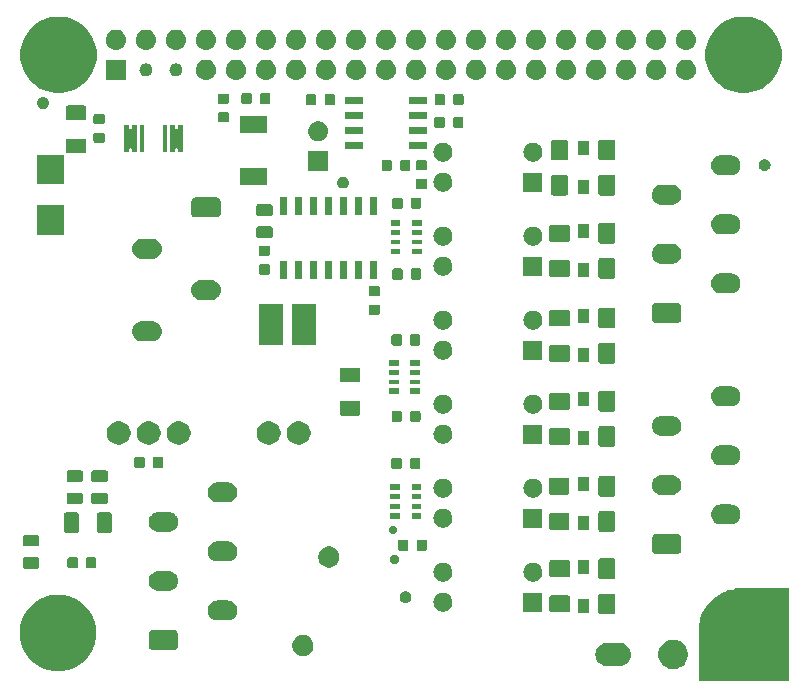
<source format=gbr>
G04 #@! TF.GenerationSoftware,KiCad,Pcbnew,(5.1.4)-1*
G04 #@! TF.CreationDate,2020-04-28T19:45:40+02:00*
G04 #@! TF.ProjectId,debounce_shield,6465626f-756e-4636-955f-736869656c64,rev?*
G04 #@! TF.SameCoordinates,Original*
G04 #@! TF.FileFunction,Soldermask,Top*
G04 #@! TF.FilePolarity,Negative*
%FSLAX46Y46*%
G04 Gerber Fmt 4.6, Leading zero omitted, Abs format (unit mm)*
G04 Created by KiCad (PCBNEW (5.1.4)-1) date 2020-04-28 19:45:40*
%MOMM*%
%LPD*%
G04 APERTURE LIST*
%ADD10C,0.100000*%
%ADD11C,0.500000*%
G04 APERTURE END LIST*
D10*
G36*
X162750000Y-129000000D02*
G01*
X155250000Y-129000000D01*
X155250000Y-124250000D01*
X158250000Y-121250000D01*
X162750000Y-121250000D01*
X162750000Y-129000000D01*
G37*
X162750000Y-129000000D02*
X155250000Y-129000000D01*
X155250000Y-124250000D01*
X158250000Y-121250000D01*
X162750000Y-121250000D01*
X162750000Y-129000000D01*
D11*
G36*
X129450000Y-116400000D02*
G01*
X129250000Y-116400000D01*
X129250000Y-116200000D01*
X129450000Y-116200000D01*
X129450000Y-116400000D01*
G37*
X129450000Y-116400000D02*
X129250000Y-116400000D01*
X129250000Y-116200000D01*
X129450000Y-116200000D01*
X129450000Y-116400000D01*
G36*
X129550000Y-118900000D02*
G01*
X129350000Y-118900000D01*
X129350000Y-118700000D01*
X129550000Y-118700000D01*
X129550000Y-118900000D01*
G37*
X129550000Y-118900000D02*
X129350000Y-118900000D01*
X129350000Y-118700000D01*
X129550000Y-118700000D01*
X129550000Y-118900000D01*
D10*
G36*
X159407416Y-121370152D02*
G01*
X159745512Y-121437403D01*
X160034016Y-121556905D01*
X160344043Y-121685322D01*
X160382472Y-121701240D01*
X160955720Y-122084272D01*
X161443228Y-122571780D01*
X161817335Y-123131671D01*
X161826261Y-123145030D01*
X161841378Y-123181525D01*
X162090097Y-123781988D01*
X162117051Y-123917496D01*
X162224600Y-124458179D01*
X162224600Y-125147621D01*
X162193807Y-125302429D01*
X162090097Y-125823812D01*
X161939866Y-126186503D01*
X161832359Y-126446049D01*
X161826260Y-126460772D01*
X161443228Y-127034020D01*
X160955720Y-127521528D01*
X160382472Y-127904560D01*
X159745512Y-128168397D01*
X159407416Y-128235648D01*
X159069321Y-128302900D01*
X158379879Y-128302900D01*
X158041784Y-128235648D01*
X157703688Y-128168397D01*
X157066728Y-127904560D01*
X156493480Y-127521528D01*
X156005972Y-127034020D01*
X155622940Y-126460772D01*
X155616842Y-126446049D01*
X155509334Y-126186503D01*
X155359103Y-125823812D01*
X155255393Y-125302429D01*
X155224600Y-125147621D01*
X155224600Y-124458179D01*
X155332149Y-123917496D01*
X155359103Y-123781988D01*
X155607822Y-123181525D01*
X155622939Y-123145030D01*
X155631865Y-123131671D01*
X156005972Y-122571780D01*
X156493480Y-122084272D01*
X157066728Y-121701240D01*
X157105158Y-121685322D01*
X157415184Y-121556905D01*
X157703688Y-121437403D01*
X158041784Y-121370152D01*
X158379879Y-121302900D01*
X159069321Y-121302900D01*
X159407416Y-121370152D01*
X159407416Y-121370152D01*
G37*
G36*
X101522213Y-121854155D02*
G01*
X101905698Y-121930435D01*
X102492610Y-122173542D01*
X103020817Y-122526479D01*
X103470021Y-122975683D01*
X103822958Y-123503890D01*
X104066065Y-124090802D01*
X104066065Y-124090803D01*
X104156991Y-124547915D01*
X104190000Y-124713865D01*
X104190000Y-125349135D01*
X104066065Y-125972198D01*
X103822958Y-126559110D01*
X103470021Y-127087317D01*
X103020817Y-127536521D01*
X102492610Y-127889458D01*
X101905698Y-128132565D01*
X101725558Y-128168397D01*
X101282636Y-128256500D01*
X100647364Y-128256500D01*
X100204442Y-128168397D01*
X100024302Y-128132565D01*
X99437390Y-127889458D01*
X98909183Y-127536521D01*
X98459979Y-127087317D01*
X98107042Y-126559110D01*
X97863935Y-125972198D01*
X97740000Y-125349135D01*
X97740000Y-124713865D01*
X97773010Y-124547915D01*
X97863935Y-124090803D01*
X97863935Y-124090802D01*
X98107042Y-123503890D01*
X98459979Y-122975683D01*
X98909183Y-122526479D01*
X99437390Y-122173542D01*
X100024302Y-121930435D01*
X100407787Y-121854155D01*
X100647364Y-121806500D01*
X101282636Y-121806500D01*
X101522213Y-121854155D01*
X101522213Y-121854155D01*
G37*
G36*
X153414610Y-125648036D02*
G01*
X153642095Y-125742264D01*
X153642097Y-125742265D01*
X153846828Y-125879062D01*
X154020938Y-126053172D01*
X154155388Y-126254390D01*
X154157736Y-126257905D01*
X154251964Y-126485390D01*
X154300000Y-126726884D01*
X154300000Y-126973116D01*
X154251964Y-127214610D01*
X154171752Y-127408258D01*
X154157735Y-127442097D01*
X154020938Y-127646828D01*
X153846828Y-127820938D01*
X153642097Y-127957735D01*
X153642096Y-127957736D01*
X153642095Y-127957736D01*
X153414610Y-128051964D01*
X153173116Y-128100000D01*
X152926884Y-128100000D01*
X152685390Y-128051964D01*
X152457905Y-127957736D01*
X152457904Y-127957736D01*
X152457903Y-127957735D01*
X152253172Y-127820938D01*
X152079062Y-127646828D01*
X151942265Y-127442097D01*
X151928248Y-127408258D01*
X151848036Y-127214610D01*
X151800000Y-126973116D01*
X151800000Y-126726884D01*
X151848036Y-126485390D01*
X151942264Y-126257905D01*
X151944613Y-126254390D01*
X152079062Y-126053172D01*
X152253172Y-125879062D01*
X152457903Y-125742265D01*
X152457905Y-125742264D01*
X152685390Y-125648036D01*
X152926884Y-125600000D01*
X153173116Y-125600000D01*
X153414610Y-125648036D01*
X153414610Y-125648036D01*
G37*
G36*
X148666032Y-125864469D02*
G01*
X148714138Y-125879062D01*
X148854535Y-125921651D01*
X148854537Y-125921652D01*
X149028258Y-126014507D01*
X149180528Y-126139472D01*
X149305493Y-126291742D01*
X149395841Y-126460772D01*
X149398349Y-126465465D01*
X149426755Y-126559108D01*
X149455531Y-126653968D01*
X149474838Y-126850000D01*
X149455531Y-127046032D01*
X149398348Y-127234537D01*
X149305493Y-127408258D01*
X149180528Y-127560528D01*
X149028258Y-127685493D01*
X148854537Y-127778348D01*
X148854535Y-127778349D01*
X148760284Y-127806940D01*
X148666032Y-127835531D01*
X148519124Y-127850000D01*
X147420876Y-127850000D01*
X147273968Y-127835531D01*
X147179716Y-127806940D01*
X147085465Y-127778349D01*
X147085463Y-127778348D01*
X146911742Y-127685493D01*
X146759472Y-127560528D01*
X146634507Y-127408258D01*
X146541652Y-127234537D01*
X146484469Y-127046032D01*
X146465162Y-126850000D01*
X146484469Y-126653968D01*
X146513245Y-126559108D01*
X146541651Y-126465465D01*
X146544159Y-126460772D01*
X146634507Y-126291742D01*
X146759472Y-126139472D01*
X146911742Y-126014507D01*
X147085463Y-125921652D01*
X147085465Y-125921651D01*
X147225862Y-125879062D01*
X147273968Y-125864469D01*
X147420876Y-125850000D01*
X148519124Y-125850000D01*
X148666032Y-125864469D01*
X148666032Y-125864469D01*
G37*
G36*
X121962520Y-125234586D02*
G01*
X122126310Y-125302430D01*
X122273717Y-125400924D01*
X122399076Y-125526283D01*
X122480429Y-125648037D01*
X122497571Y-125673692D01*
X122565414Y-125837480D01*
X122600000Y-126011356D01*
X122600000Y-126188644D01*
X122565414Y-126362520D01*
X122520798Y-126470234D01*
X122497570Y-126526310D01*
X122399076Y-126673717D01*
X122273717Y-126799076D01*
X122126310Y-126897570D01*
X122126309Y-126897571D01*
X122126308Y-126897571D01*
X121962520Y-126965414D01*
X121788644Y-127000000D01*
X121611356Y-127000000D01*
X121437480Y-126965414D01*
X121273692Y-126897571D01*
X121273691Y-126897571D01*
X121273690Y-126897570D01*
X121126283Y-126799076D01*
X121000924Y-126673717D01*
X120902430Y-126526310D01*
X120879203Y-126470234D01*
X120834586Y-126362520D01*
X120800000Y-126188644D01*
X120800000Y-126011356D01*
X120834586Y-125837480D01*
X120902429Y-125673692D01*
X120919571Y-125648037D01*
X121000924Y-125526283D01*
X121126283Y-125400924D01*
X121273690Y-125302430D01*
X121437480Y-125234586D01*
X121611356Y-125200000D01*
X121788644Y-125200000D01*
X121962520Y-125234586D01*
X121962520Y-125234586D01*
G37*
G36*
X110858103Y-124785958D02*
G01*
X110925990Y-124806552D01*
X110988559Y-124839996D01*
X111043399Y-124885001D01*
X111088404Y-124939841D01*
X111121848Y-125002410D01*
X111142442Y-125070297D01*
X111150000Y-125147040D01*
X111150000Y-126109760D01*
X111142442Y-126186503D01*
X111121848Y-126254390D01*
X111088404Y-126316959D01*
X111043399Y-126371799D01*
X110988559Y-126416804D01*
X110925990Y-126450248D01*
X110858103Y-126470842D01*
X110781360Y-126478400D01*
X109018640Y-126478400D01*
X108941897Y-126470842D01*
X108874010Y-126450248D01*
X108811441Y-126416804D01*
X108756601Y-126371799D01*
X108711596Y-126316959D01*
X108678152Y-126254390D01*
X108657558Y-126186503D01*
X108650000Y-126109760D01*
X108650000Y-125147040D01*
X108657558Y-125070297D01*
X108678152Y-125002410D01*
X108711596Y-124939841D01*
X108756601Y-124885001D01*
X108811441Y-124839996D01*
X108874010Y-124806552D01*
X108941897Y-124785958D01*
X109018640Y-124778400D01*
X110781360Y-124778400D01*
X110858103Y-124785958D01*
X110858103Y-124785958D01*
G37*
G36*
X115466627Y-122290699D02*
G01*
X115546742Y-122315002D01*
X115626855Y-122339303D01*
X115626857Y-122339304D01*
X115774518Y-122418231D01*
X115903949Y-122524451D01*
X116010169Y-122653882D01*
X116089096Y-122801543D01*
X116137701Y-122961773D01*
X116154112Y-123128400D01*
X116137701Y-123295027D01*
X116114012Y-123373120D01*
X116096919Y-123429470D01*
X116089096Y-123455257D01*
X116010169Y-123602918D01*
X115903949Y-123732349D01*
X115774518Y-123838569D01*
X115626857Y-123917496D01*
X115626855Y-123917497D01*
X115546742Y-123941798D01*
X115466627Y-123966101D01*
X115341752Y-123978400D01*
X114458248Y-123978400D01*
X114333373Y-123966101D01*
X114253258Y-123941798D01*
X114173145Y-123917497D01*
X114173143Y-123917496D01*
X114025482Y-123838569D01*
X113896051Y-123732349D01*
X113789831Y-123602918D01*
X113710904Y-123455257D01*
X113703082Y-123429470D01*
X113685988Y-123373120D01*
X113662299Y-123295027D01*
X113645888Y-123128400D01*
X113662299Y-122961773D01*
X113710904Y-122801543D01*
X113789831Y-122653882D01*
X113896051Y-122524451D01*
X114025482Y-122418231D01*
X114173143Y-122339304D01*
X114173145Y-122339303D01*
X114253258Y-122315002D01*
X114333373Y-122290699D01*
X114458248Y-122278400D01*
X115341752Y-122278400D01*
X115466627Y-122290699D01*
X115466627Y-122290699D01*
G37*
G36*
X148012464Y-121702337D02*
G01*
X148044025Y-121711912D01*
X148073120Y-121727463D01*
X148098615Y-121748385D01*
X148119537Y-121773880D01*
X148135088Y-121802975D01*
X148144663Y-121834536D01*
X148148500Y-121873498D01*
X148148500Y-123273502D01*
X148144663Y-123312464D01*
X148135088Y-123344025D01*
X148119537Y-123373120D01*
X148098615Y-123398615D01*
X148073120Y-123419537D01*
X148044025Y-123435088D01*
X148012464Y-123444663D01*
X147973502Y-123448500D01*
X146898498Y-123448500D01*
X146859536Y-123444663D01*
X146827975Y-123435088D01*
X146798880Y-123419537D01*
X146773385Y-123398615D01*
X146752463Y-123373120D01*
X146736912Y-123344025D01*
X146727337Y-123312464D01*
X146723500Y-123273502D01*
X146723500Y-121873498D01*
X146727337Y-121834536D01*
X146736912Y-121802975D01*
X146752463Y-121773880D01*
X146773385Y-121748385D01*
X146798880Y-121727463D01*
X146827975Y-121711912D01*
X146859536Y-121702337D01*
X146898498Y-121698500D01*
X147973502Y-121698500D01*
X148012464Y-121702337D01*
X148012464Y-121702337D01*
G37*
G36*
X145900000Y-123336000D02*
G01*
X145000000Y-123336000D01*
X145000000Y-122136000D01*
X145900000Y-122136000D01*
X145900000Y-123336000D01*
X145900000Y-123336000D01*
G37*
G36*
X144175964Y-121864837D02*
G01*
X144207525Y-121874412D01*
X144236620Y-121889963D01*
X144262115Y-121910885D01*
X144283037Y-121936380D01*
X144298588Y-121965475D01*
X144308163Y-121997036D01*
X144312000Y-122035998D01*
X144312000Y-123111002D01*
X144308163Y-123149964D01*
X144298588Y-123181525D01*
X144283037Y-123210620D01*
X144262115Y-123236115D01*
X144236620Y-123257037D01*
X144207525Y-123272588D01*
X144175964Y-123282163D01*
X144137002Y-123286000D01*
X142736998Y-123286000D01*
X142698036Y-123282163D01*
X142666475Y-123272588D01*
X142637380Y-123257037D01*
X142611885Y-123236115D01*
X142590963Y-123210620D01*
X142575412Y-123181525D01*
X142565837Y-123149964D01*
X142562000Y-123111002D01*
X142562000Y-122035998D01*
X142565837Y-121997036D01*
X142575412Y-121965475D01*
X142590963Y-121936380D01*
X142611885Y-121910885D01*
X142637380Y-121889963D01*
X142666475Y-121874412D01*
X142698036Y-121864837D01*
X142736998Y-121861000D01*
X144137002Y-121861000D01*
X144175964Y-121864837D01*
X144175964Y-121864837D01*
G37*
G36*
X133636471Y-121631859D02*
G01*
X133714827Y-121639576D01*
X133865628Y-121685321D01*
X133865630Y-121685322D01*
X134004605Y-121759606D01*
X134126422Y-121859578D01*
X134226394Y-121981395D01*
X134269600Y-122062227D01*
X134300679Y-122120372D01*
X134346424Y-122271173D01*
X134361870Y-122428000D01*
X134346424Y-122584827D01*
X134325476Y-122653882D01*
X134300678Y-122735630D01*
X134226394Y-122874605D01*
X134126422Y-122996422D01*
X134004605Y-123096394D01*
X133904383Y-123149964D01*
X133865628Y-123170679D01*
X133714827Y-123216424D01*
X133636471Y-123224141D01*
X133597294Y-123228000D01*
X133518706Y-123228000D01*
X133479529Y-123224141D01*
X133401173Y-123216424D01*
X133250372Y-123170679D01*
X133211617Y-123149964D01*
X133111395Y-123096394D01*
X132989578Y-122996422D01*
X132889606Y-122874605D01*
X132815322Y-122735630D01*
X132790524Y-122653882D01*
X132769576Y-122584827D01*
X132754130Y-122428000D01*
X132769576Y-122271173D01*
X132815321Y-122120372D01*
X132846400Y-122062227D01*
X132889606Y-121981395D01*
X132989578Y-121859578D01*
X133111395Y-121759606D01*
X133250370Y-121685322D01*
X133250372Y-121685321D01*
X133401173Y-121639576D01*
X133479529Y-121631859D01*
X133518706Y-121628000D01*
X133597294Y-121628000D01*
X133636471Y-121631859D01*
X133636471Y-121631859D01*
G37*
G36*
X141978000Y-123228000D02*
G01*
X140378000Y-123228000D01*
X140378000Y-121628000D01*
X141978000Y-121628000D01*
X141978000Y-123228000D01*
X141978000Y-123228000D01*
G37*
G36*
X130545843Y-121519214D02*
G01*
X130545846Y-121519215D01*
X130545845Y-121519215D01*
X130636839Y-121556906D01*
X130678063Y-121584451D01*
X130718730Y-121611624D01*
X130788376Y-121681270D01*
X130808850Y-121711912D01*
X130840719Y-121759606D01*
X130843095Y-121763163D01*
X130880786Y-121854157D01*
X130900000Y-121950753D01*
X130900000Y-122049247D01*
X130880786Y-122145843D01*
X130880785Y-122145845D01*
X130843094Y-122236839D01*
X130788375Y-122318731D01*
X130718731Y-122388375D01*
X130636839Y-122443094D01*
X130636838Y-122443095D01*
X130636837Y-122443095D01*
X130545843Y-122480786D01*
X130449247Y-122500000D01*
X130350753Y-122500000D01*
X130254157Y-122480786D01*
X130163163Y-122443095D01*
X130163162Y-122443095D01*
X130163161Y-122443094D01*
X130081269Y-122388375D01*
X130011625Y-122318731D01*
X129956906Y-122236839D01*
X129919215Y-122145845D01*
X129919214Y-122145843D01*
X129900000Y-122049247D01*
X129900000Y-121950753D01*
X129919214Y-121854157D01*
X129956905Y-121763163D01*
X129959282Y-121759606D01*
X129991150Y-121711912D01*
X130011624Y-121681270D01*
X130081270Y-121611624D01*
X130121937Y-121584451D01*
X130163161Y-121556906D01*
X130254155Y-121519215D01*
X130254154Y-121519215D01*
X130254157Y-121519214D01*
X130350753Y-121500000D01*
X130449247Y-121500000D01*
X130545843Y-121519214D01*
X130545843Y-121519214D01*
G37*
G36*
X110466627Y-119790699D02*
G01*
X110546742Y-119815002D01*
X110626855Y-119839303D01*
X110626857Y-119839304D01*
X110774518Y-119918231D01*
X110903949Y-120024451D01*
X111010169Y-120153882D01*
X111089096Y-120301543D01*
X111089097Y-120301545D01*
X111107555Y-120362393D01*
X111137701Y-120461773D01*
X111154112Y-120628400D01*
X111137701Y-120795027D01*
X111089096Y-120955257D01*
X111010169Y-121102918D01*
X110903949Y-121232349D01*
X110774518Y-121338569D01*
X110626857Y-121417496D01*
X110626855Y-121417497D01*
X110561232Y-121437403D01*
X110466627Y-121466101D01*
X110341752Y-121478400D01*
X109458248Y-121478400D01*
X109333373Y-121466101D01*
X109238768Y-121437403D01*
X109173145Y-121417497D01*
X109173143Y-121417496D01*
X109025482Y-121338569D01*
X108896051Y-121232349D01*
X108789831Y-121102918D01*
X108710904Y-120955257D01*
X108662299Y-120795027D01*
X108645888Y-120628400D01*
X108662299Y-120461773D01*
X108692445Y-120362393D01*
X108710903Y-120301545D01*
X108710904Y-120301543D01*
X108789831Y-120153882D01*
X108896051Y-120024451D01*
X109025482Y-119918231D01*
X109173143Y-119839304D01*
X109173145Y-119839303D01*
X109253258Y-119815002D01*
X109333373Y-119790699D01*
X109458248Y-119778400D01*
X110341752Y-119778400D01*
X110466627Y-119790699D01*
X110466627Y-119790699D01*
G37*
G36*
X133636471Y-119091859D02*
G01*
X133714827Y-119099576D01*
X133865628Y-119145321D01*
X133865630Y-119145322D01*
X134004605Y-119219606D01*
X134126422Y-119319578D01*
X134226394Y-119441395D01*
X134273117Y-119528808D01*
X134300679Y-119580372D01*
X134346424Y-119731173D01*
X134361870Y-119888000D01*
X134346424Y-120044827D01*
X134312496Y-120156671D01*
X134300678Y-120195630D01*
X134226394Y-120334605D01*
X134126422Y-120456422D01*
X134004605Y-120556394D01*
X133869892Y-120628400D01*
X133865628Y-120630679D01*
X133714827Y-120676424D01*
X133636471Y-120684141D01*
X133597294Y-120688000D01*
X133518706Y-120688000D01*
X133479529Y-120684141D01*
X133401173Y-120676424D01*
X133250372Y-120630679D01*
X133246108Y-120628400D01*
X133111395Y-120556394D01*
X132989578Y-120456422D01*
X132889606Y-120334605D01*
X132815322Y-120195630D01*
X132803504Y-120156671D01*
X132769576Y-120044827D01*
X132754130Y-119888000D01*
X132769576Y-119731173D01*
X132815321Y-119580372D01*
X132842883Y-119528808D01*
X132889606Y-119441395D01*
X132989578Y-119319578D01*
X133111395Y-119219606D01*
X133250370Y-119145322D01*
X133250372Y-119145321D01*
X133401173Y-119099576D01*
X133479529Y-119091859D01*
X133518706Y-119088000D01*
X133597294Y-119088000D01*
X133636471Y-119091859D01*
X133636471Y-119091859D01*
G37*
G36*
X141256471Y-119091859D02*
G01*
X141334827Y-119099576D01*
X141485628Y-119145321D01*
X141485630Y-119145322D01*
X141624605Y-119219606D01*
X141746422Y-119319578D01*
X141846394Y-119441395D01*
X141893117Y-119528808D01*
X141920679Y-119580372D01*
X141966424Y-119731173D01*
X141981870Y-119888000D01*
X141966424Y-120044827D01*
X141932496Y-120156671D01*
X141920678Y-120195630D01*
X141846394Y-120334605D01*
X141746422Y-120456422D01*
X141624605Y-120556394D01*
X141489892Y-120628400D01*
X141485628Y-120630679D01*
X141334827Y-120676424D01*
X141256471Y-120684141D01*
X141217294Y-120688000D01*
X141138706Y-120688000D01*
X141099529Y-120684141D01*
X141021173Y-120676424D01*
X140870372Y-120630679D01*
X140866108Y-120628400D01*
X140731395Y-120556394D01*
X140609578Y-120456422D01*
X140509606Y-120334605D01*
X140435322Y-120195630D01*
X140423504Y-120156671D01*
X140389576Y-120044827D01*
X140374130Y-119888000D01*
X140389576Y-119731173D01*
X140435321Y-119580372D01*
X140462883Y-119528808D01*
X140509606Y-119441395D01*
X140609578Y-119319578D01*
X140731395Y-119219606D01*
X140870370Y-119145322D01*
X140870372Y-119145321D01*
X141021173Y-119099576D01*
X141099529Y-119091859D01*
X141138706Y-119088000D01*
X141217294Y-119088000D01*
X141256471Y-119091859D01*
X141256471Y-119091859D01*
G37*
G36*
X148012464Y-118727337D02*
G01*
X148044025Y-118736912D01*
X148073120Y-118752463D01*
X148098615Y-118773385D01*
X148119537Y-118798880D01*
X148135088Y-118827975D01*
X148144663Y-118859536D01*
X148148500Y-118898498D01*
X148148500Y-120298502D01*
X148144663Y-120337464D01*
X148135088Y-120369025D01*
X148119537Y-120398120D01*
X148098615Y-120423615D01*
X148073120Y-120444537D01*
X148044025Y-120460088D01*
X148012464Y-120469663D01*
X147973502Y-120473500D01*
X146898498Y-120473500D01*
X146859536Y-120469663D01*
X146827975Y-120460088D01*
X146798880Y-120444537D01*
X146773385Y-120423615D01*
X146752463Y-120398120D01*
X146736912Y-120369025D01*
X146727337Y-120337464D01*
X146723500Y-120298502D01*
X146723500Y-118898498D01*
X146727337Y-118859536D01*
X146736912Y-118827975D01*
X146752463Y-118798880D01*
X146773385Y-118773385D01*
X146798880Y-118752463D01*
X146827975Y-118736912D01*
X146859536Y-118727337D01*
X146898498Y-118723500D01*
X147973502Y-118723500D01*
X148012464Y-118727337D01*
X148012464Y-118727337D01*
G37*
G36*
X144175964Y-118889837D02*
G01*
X144207525Y-118899412D01*
X144236620Y-118914963D01*
X144262115Y-118935885D01*
X144283037Y-118961380D01*
X144298588Y-118990475D01*
X144308163Y-119022036D01*
X144312000Y-119060998D01*
X144312000Y-120136002D01*
X144308163Y-120174964D01*
X144298588Y-120206525D01*
X144283037Y-120235620D01*
X144262115Y-120261115D01*
X144236620Y-120282037D01*
X144207525Y-120297588D01*
X144175964Y-120307163D01*
X144137002Y-120311000D01*
X142736998Y-120311000D01*
X142698036Y-120307163D01*
X142666475Y-120297588D01*
X142637380Y-120282037D01*
X142611885Y-120261115D01*
X142590963Y-120235620D01*
X142575412Y-120206525D01*
X142565837Y-120174964D01*
X142562000Y-120136002D01*
X142562000Y-119060998D01*
X142565837Y-119022036D01*
X142575412Y-118990475D01*
X142590963Y-118961380D01*
X142611885Y-118935885D01*
X142637380Y-118914963D01*
X142666475Y-118899412D01*
X142698036Y-118889837D01*
X142736998Y-118886000D01*
X144137002Y-118886000D01*
X144175964Y-118889837D01*
X144175964Y-118889837D01*
G37*
G36*
X145900000Y-120036000D02*
G01*
X145000000Y-120036000D01*
X145000000Y-118836000D01*
X145900000Y-118836000D01*
X145900000Y-120036000D01*
X145900000Y-120036000D01*
G37*
G36*
X99253991Y-118616575D02*
G01*
X99287879Y-118626855D01*
X99319112Y-118643550D01*
X99346486Y-118666014D01*
X99368950Y-118693388D01*
X99385645Y-118724621D01*
X99395925Y-118758509D01*
X99400000Y-118799888D01*
X99400000Y-119400112D01*
X99395925Y-119441491D01*
X99385645Y-119475379D01*
X99368950Y-119506612D01*
X99346486Y-119533986D01*
X99319112Y-119556450D01*
X99287879Y-119573145D01*
X99253991Y-119583425D01*
X99212612Y-119587500D01*
X98187388Y-119587500D01*
X98146009Y-119583425D01*
X98112121Y-119573145D01*
X98080888Y-119556450D01*
X98053514Y-119533986D01*
X98031050Y-119506612D01*
X98014355Y-119475379D01*
X98004075Y-119441491D01*
X98000000Y-119400112D01*
X98000000Y-118799888D01*
X98004075Y-118758509D01*
X98014355Y-118724621D01*
X98031050Y-118693388D01*
X98053514Y-118666014D01*
X98080888Y-118643550D01*
X98112121Y-118626855D01*
X98146009Y-118616575D01*
X98187388Y-118612500D01*
X99212612Y-118612500D01*
X99253991Y-118616575D01*
X99253991Y-118616575D01*
G37*
G36*
X102524116Y-118628595D02*
G01*
X102553311Y-118637452D01*
X102580223Y-118651837D01*
X102603808Y-118671192D01*
X102623163Y-118694777D01*
X102637548Y-118721689D01*
X102646405Y-118750884D01*
X102650000Y-118787390D01*
X102650000Y-119412610D01*
X102646405Y-119449116D01*
X102637548Y-119478311D01*
X102623163Y-119505223D01*
X102603808Y-119528808D01*
X102580223Y-119548163D01*
X102553311Y-119562548D01*
X102524116Y-119571405D01*
X102487610Y-119575000D01*
X101937390Y-119575000D01*
X101900884Y-119571405D01*
X101871689Y-119562548D01*
X101844777Y-119548163D01*
X101821192Y-119528808D01*
X101801837Y-119505223D01*
X101787452Y-119478311D01*
X101778595Y-119449116D01*
X101775000Y-119412610D01*
X101775000Y-118787390D01*
X101778595Y-118750884D01*
X101787452Y-118721689D01*
X101801837Y-118694777D01*
X101821192Y-118671192D01*
X101844777Y-118651837D01*
X101871689Y-118637452D01*
X101900884Y-118628595D01*
X101937390Y-118625000D01*
X102487610Y-118625000D01*
X102524116Y-118628595D01*
X102524116Y-118628595D01*
G37*
G36*
X104099116Y-118628595D02*
G01*
X104128311Y-118637452D01*
X104155223Y-118651837D01*
X104178808Y-118671192D01*
X104198163Y-118694777D01*
X104212548Y-118721689D01*
X104221405Y-118750884D01*
X104225000Y-118787390D01*
X104225000Y-119412610D01*
X104221405Y-119449116D01*
X104212548Y-119478311D01*
X104198163Y-119505223D01*
X104178808Y-119528808D01*
X104155223Y-119548163D01*
X104128311Y-119562548D01*
X104099116Y-119571405D01*
X104062610Y-119575000D01*
X103512390Y-119575000D01*
X103475884Y-119571405D01*
X103446689Y-119562548D01*
X103419777Y-119548163D01*
X103396192Y-119528808D01*
X103376837Y-119505223D01*
X103362452Y-119478311D01*
X103353595Y-119449116D01*
X103350000Y-119412610D01*
X103350000Y-118787390D01*
X103353595Y-118750884D01*
X103362452Y-118721689D01*
X103376837Y-118694777D01*
X103396192Y-118671192D01*
X103419777Y-118651837D01*
X103446689Y-118637452D01*
X103475884Y-118628595D01*
X103512390Y-118625000D01*
X104062610Y-118625000D01*
X104099116Y-118628595D01*
X104099116Y-118628595D01*
G37*
G36*
X124162520Y-117734586D02*
G01*
X124324174Y-117801545D01*
X124326310Y-117802430D01*
X124473717Y-117900924D01*
X124599076Y-118026283D01*
X124640073Y-118087640D01*
X124697571Y-118173692D01*
X124765414Y-118337480D01*
X124800000Y-118511356D01*
X124800000Y-118688644D01*
X124765414Y-118862520D01*
X124699341Y-119022036D01*
X124697570Y-119026310D01*
X124599076Y-119173717D01*
X124473717Y-119299076D01*
X124326310Y-119397570D01*
X124326309Y-119397571D01*
X124326308Y-119397571D01*
X124162520Y-119465414D01*
X123988644Y-119500000D01*
X123811356Y-119500000D01*
X123637480Y-119465414D01*
X123473692Y-119397571D01*
X123473691Y-119397571D01*
X123473690Y-119397570D01*
X123326283Y-119299076D01*
X123200924Y-119173717D01*
X123102430Y-119026310D01*
X123100660Y-119022036D01*
X123034586Y-118862520D01*
X123000000Y-118688644D01*
X123000000Y-118511356D01*
X123034586Y-118337480D01*
X123102429Y-118173692D01*
X123159927Y-118087640D01*
X123200924Y-118026283D01*
X123326283Y-117900924D01*
X123473690Y-117802430D01*
X123475827Y-117801545D01*
X123637480Y-117734586D01*
X123811356Y-117700000D01*
X123988644Y-117700000D01*
X124162520Y-117734586D01*
X124162520Y-117734586D01*
G37*
G36*
X115466627Y-117290699D02*
G01*
X115546742Y-117315002D01*
X115626855Y-117339303D01*
X115626857Y-117339304D01*
X115774518Y-117418231D01*
X115903949Y-117524451D01*
X116010169Y-117653882D01*
X116089096Y-117801543D01*
X116137701Y-117961773D01*
X116154112Y-118128400D01*
X116137701Y-118295027D01*
X116089096Y-118455257D01*
X116010169Y-118602918D01*
X115903949Y-118732349D01*
X115774518Y-118838569D01*
X115650179Y-118905030D01*
X115626855Y-118917497D01*
X115546742Y-118941798D01*
X115466627Y-118966101D01*
X115341752Y-118978400D01*
X114458248Y-118978400D01*
X114333373Y-118966101D01*
X114253258Y-118941798D01*
X114173145Y-118917497D01*
X114149821Y-118905030D01*
X114025482Y-118838569D01*
X113896051Y-118732349D01*
X113789831Y-118602918D01*
X113710904Y-118455257D01*
X113662299Y-118295027D01*
X113645888Y-118128400D01*
X113662299Y-117961773D01*
X113710904Y-117801543D01*
X113789831Y-117653882D01*
X113896051Y-117524451D01*
X114025482Y-117418231D01*
X114173143Y-117339304D01*
X114173145Y-117339303D01*
X114253258Y-117315002D01*
X114333373Y-117290699D01*
X114458248Y-117278400D01*
X115341752Y-117278400D01*
X115466627Y-117290699D01*
X115466627Y-117290699D01*
G37*
G36*
X153458103Y-116657558D02*
G01*
X153525990Y-116678152D01*
X153588559Y-116711596D01*
X153643399Y-116756601D01*
X153688404Y-116811441D01*
X153721848Y-116874010D01*
X153742442Y-116941897D01*
X153750000Y-117018640D01*
X153750000Y-117981360D01*
X153742442Y-118058103D01*
X153721848Y-118125990D01*
X153688404Y-118188559D01*
X153643399Y-118243399D01*
X153588559Y-118288404D01*
X153525990Y-118321848D01*
X153458103Y-118342442D01*
X153381360Y-118350000D01*
X151618640Y-118350000D01*
X151541897Y-118342442D01*
X151474010Y-118321848D01*
X151411441Y-118288404D01*
X151356601Y-118243399D01*
X151311596Y-118188559D01*
X151278152Y-118125990D01*
X151257558Y-118058103D01*
X151250000Y-117981360D01*
X151250000Y-117018640D01*
X151257558Y-116941897D01*
X151278152Y-116874010D01*
X151311596Y-116811441D01*
X151356601Y-116756601D01*
X151411441Y-116711596D01*
X151474010Y-116678152D01*
X151541897Y-116657558D01*
X151618640Y-116650000D01*
X153381360Y-116650000D01*
X153458103Y-116657558D01*
X153458103Y-116657558D01*
G37*
G36*
X132086616Y-117128595D02*
G01*
X132115811Y-117137452D01*
X132142723Y-117151837D01*
X132166308Y-117171192D01*
X132185663Y-117194777D01*
X132200048Y-117221689D01*
X132208905Y-117250884D01*
X132212500Y-117287390D01*
X132212500Y-117912610D01*
X132208905Y-117949116D01*
X132200048Y-117978311D01*
X132185663Y-118005223D01*
X132166308Y-118028808D01*
X132142723Y-118048163D01*
X132115811Y-118062548D01*
X132086616Y-118071405D01*
X132050110Y-118075000D01*
X131499890Y-118075000D01*
X131463384Y-118071405D01*
X131434189Y-118062548D01*
X131407277Y-118048163D01*
X131383692Y-118028808D01*
X131364337Y-118005223D01*
X131349952Y-117978311D01*
X131341095Y-117949116D01*
X131337500Y-117912610D01*
X131337500Y-117287390D01*
X131341095Y-117250884D01*
X131349952Y-117221689D01*
X131364337Y-117194777D01*
X131383692Y-117171192D01*
X131407277Y-117151837D01*
X131434189Y-117137452D01*
X131463384Y-117128595D01*
X131499890Y-117125000D01*
X132050110Y-117125000D01*
X132086616Y-117128595D01*
X132086616Y-117128595D01*
G37*
G36*
X130511616Y-117128595D02*
G01*
X130540811Y-117137452D01*
X130567723Y-117151837D01*
X130591308Y-117171192D01*
X130610663Y-117194777D01*
X130625048Y-117221689D01*
X130633905Y-117250884D01*
X130637500Y-117287390D01*
X130637500Y-117912610D01*
X130633905Y-117949116D01*
X130625048Y-117978311D01*
X130610663Y-118005223D01*
X130591308Y-118028808D01*
X130567723Y-118048163D01*
X130540811Y-118062548D01*
X130511616Y-118071405D01*
X130475110Y-118075000D01*
X129924890Y-118075000D01*
X129888384Y-118071405D01*
X129859189Y-118062548D01*
X129832277Y-118048163D01*
X129808692Y-118028808D01*
X129789337Y-118005223D01*
X129774952Y-117978311D01*
X129766095Y-117949116D01*
X129762500Y-117912610D01*
X129762500Y-117287390D01*
X129766095Y-117250884D01*
X129774952Y-117221689D01*
X129789337Y-117194777D01*
X129808692Y-117171192D01*
X129832277Y-117151837D01*
X129859189Y-117137452D01*
X129888384Y-117128595D01*
X129924890Y-117125000D01*
X130475110Y-117125000D01*
X130511616Y-117128595D01*
X130511616Y-117128595D01*
G37*
G36*
X99253991Y-116741575D02*
G01*
X99287879Y-116751855D01*
X99319112Y-116768550D01*
X99346486Y-116791014D01*
X99368950Y-116818388D01*
X99385645Y-116849621D01*
X99395925Y-116883509D01*
X99400000Y-116924888D01*
X99400000Y-117525112D01*
X99395925Y-117566491D01*
X99385645Y-117600379D01*
X99368950Y-117631612D01*
X99346486Y-117658986D01*
X99319112Y-117681450D01*
X99287879Y-117698145D01*
X99253991Y-117708425D01*
X99212612Y-117712500D01*
X98187388Y-117712500D01*
X98146009Y-117708425D01*
X98112121Y-117698145D01*
X98080888Y-117681450D01*
X98053514Y-117658986D01*
X98031050Y-117631612D01*
X98014355Y-117600379D01*
X98004075Y-117566491D01*
X98000000Y-117525112D01*
X98000000Y-116924888D01*
X98004075Y-116883509D01*
X98014355Y-116849621D01*
X98031050Y-116818388D01*
X98053514Y-116791014D01*
X98080888Y-116768550D01*
X98112121Y-116751855D01*
X98146009Y-116741575D01*
X98187388Y-116737500D01*
X99212612Y-116737500D01*
X99253991Y-116741575D01*
X99253991Y-116741575D01*
G37*
G36*
X105384024Y-114828955D02*
G01*
X105416738Y-114838879D01*
X105446885Y-114854993D01*
X105473315Y-114876685D01*
X105495007Y-114903115D01*
X105511121Y-114933262D01*
X105521045Y-114965976D01*
X105525000Y-115006138D01*
X105525000Y-116393862D01*
X105521045Y-116434024D01*
X105511121Y-116466738D01*
X105495007Y-116496885D01*
X105473315Y-116523315D01*
X105446885Y-116545007D01*
X105416738Y-116561121D01*
X105384024Y-116571045D01*
X105343862Y-116575000D01*
X104456138Y-116575000D01*
X104415976Y-116571045D01*
X104383262Y-116561121D01*
X104353115Y-116545007D01*
X104326685Y-116523315D01*
X104304993Y-116496885D01*
X104288879Y-116466738D01*
X104278955Y-116434024D01*
X104275000Y-116393862D01*
X104275000Y-115006138D01*
X104278955Y-114965976D01*
X104288879Y-114933262D01*
X104304993Y-114903115D01*
X104326685Y-114876685D01*
X104353115Y-114854993D01*
X104383262Y-114838879D01*
X104415976Y-114828955D01*
X104456138Y-114825000D01*
X105343862Y-114825000D01*
X105384024Y-114828955D01*
X105384024Y-114828955D01*
G37*
G36*
X102584024Y-114828955D02*
G01*
X102616738Y-114838879D01*
X102646885Y-114854993D01*
X102673315Y-114876685D01*
X102695007Y-114903115D01*
X102711121Y-114933262D01*
X102721045Y-114965976D01*
X102725000Y-115006138D01*
X102725000Y-116393862D01*
X102721045Y-116434024D01*
X102711121Y-116466738D01*
X102695007Y-116496885D01*
X102673315Y-116523315D01*
X102646885Y-116545007D01*
X102616738Y-116561121D01*
X102584024Y-116571045D01*
X102543862Y-116575000D01*
X101656138Y-116575000D01*
X101615976Y-116571045D01*
X101583262Y-116561121D01*
X101553115Y-116545007D01*
X101526685Y-116523315D01*
X101504993Y-116496885D01*
X101488879Y-116466738D01*
X101478955Y-116434024D01*
X101475000Y-116393862D01*
X101475000Y-115006138D01*
X101478955Y-114965976D01*
X101488879Y-114933262D01*
X101504993Y-114903115D01*
X101526685Y-114876685D01*
X101553115Y-114854993D01*
X101583262Y-114838879D01*
X101615976Y-114828955D01*
X101656138Y-114825000D01*
X102543862Y-114825000D01*
X102584024Y-114828955D01*
X102584024Y-114828955D01*
G37*
G36*
X110466627Y-114790699D02*
G01*
X110546742Y-114815001D01*
X110626855Y-114839303D01*
X110626857Y-114839304D01*
X110774518Y-114918231D01*
X110903949Y-115024451D01*
X110986466Y-115125000D01*
X111010168Y-115153881D01*
X111089097Y-115301545D01*
X111096775Y-115326857D01*
X111137701Y-115461773D01*
X111154112Y-115628400D01*
X111137701Y-115795027D01*
X111137700Y-115795029D01*
X111110584Y-115884422D01*
X111089096Y-115955257D01*
X111010169Y-116102918D01*
X110903949Y-116232349D01*
X110774518Y-116338569D01*
X110626857Y-116417496D01*
X110626855Y-116417497D01*
X110546742Y-116441799D01*
X110466627Y-116466101D01*
X110341752Y-116478400D01*
X109458248Y-116478400D01*
X109333373Y-116466101D01*
X109253258Y-116441799D01*
X109173145Y-116417497D01*
X109173143Y-116417496D01*
X109025482Y-116338569D01*
X108896051Y-116232349D01*
X108789831Y-116102918D01*
X108710904Y-115955257D01*
X108689417Y-115884422D01*
X108662300Y-115795029D01*
X108662299Y-115795027D01*
X108645888Y-115628400D01*
X108662299Y-115461773D01*
X108703225Y-115326857D01*
X108710903Y-115301545D01*
X108789832Y-115153881D01*
X108813534Y-115125000D01*
X108896051Y-115024451D01*
X109025482Y-114918231D01*
X109173143Y-114839304D01*
X109173145Y-114839303D01*
X109253258Y-114815001D01*
X109333373Y-114790699D01*
X109458248Y-114778400D01*
X110341752Y-114778400D01*
X110466627Y-114790699D01*
X110466627Y-114790699D01*
G37*
G36*
X148012464Y-114716337D02*
G01*
X148044025Y-114725912D01*
X148073120Y-114741463D01*
X148098615Y-114762385D01*
X148119537Y-114787880D01*
X148135088Y-114816975D01*
X148144663Y-114848536D01*
X148148500Y-114887498D01*
X148148500Y-116287502D01*
X148144663Y-116326464D01*
X148135088Y-116358025D01*
X148119537Y-116387120D01*
X148098615Y-116412615D01*
X148073120Y-116433537D01*
X148044025Y-116449088D01*
X148012464Y-116458663D01*
X147973502Y-116462500D01*
X146898498Y-116462500D01*
X146859536Y-116458663D01*
X146827975Y-116449088D01*
X146798880Y-116433537D01*
X146773385Y-116412615D01*
X146752463Y-116387120D01*
X146736912Y-116358025D01*
X146727337Y-116326464D01*
X146723500Y-116287502D01*
X146723500Y-114887498D01*
X146727337Y-114848536D01*
X146736912Y-114816975D01*
X146752463Y-114787880D01*
X146773385Y-114762385D01*
X146798880Y-114741463D01*
X146827975Y-114725912D01*
X146859536Y-114716337D01*
X146898498Y-114712500D01*
X147973502Y-114712500D01*
X148012464Y-114716337D01*
X148012464Y-114716337D01*
G37*
G36*
X145900000Y-116350000D02*
G01*
X145000000Y-116350000D01*
X145000000Y-115150000D01*
X145900000Y-115150000D01*
X145900000Y-116350000D01*
X145900000Y-116350000D01*
G37*
G36*
X144138964Y-114878837D02*
G01*
X144170525Y-114888412D01*
X144199620Y-114903963D01*
X144225115Y-114924885D01*
X144246037Y-114950380D01*
X144261588Y-114979475D01*
X144271163Y-115011036D01*
X144275000Y-115049998D01*
X144275000Y-116125002D01*
X144271163Y-116163964D01*
X144261588Y-116195525D01*
X144246037Y-116224620D01*
X144225115Y-116250115D01*
X144199620Y-116271037D01*
X144170525Y-116286588D01*
X144138964Y-116296163D01*
X144100002Y-116300000D01*
X142699998Y-116300000D01*
X142661036Y-116296163D01*
X142629475Y-116286588D01*
X142600380Y-116271037D01*
X142574885Y-116250115D01*
X142553963Y-116224620D01*
X142538412Y-116195525D01*
X142528837Y-116163964D01*
X142525000Y-116125002D01*
X142525000Y-115049998D01*
X142528837Y-115011036D01*
X142538412Y-114979475D01*
X142553963Y-114950380D01*
X142574885Y-114924885D01*
X142600380Y-114903963D01*
X142629475Y-114888412D01*
X142661036Y-114878837D01*
X142699998Y-114875000D01*
X144100002Y-114875000D01*
X144138964Y-114878837D01*
X144138964Y-114878837D01*
G37*
G36*
X141978000Y-116116000D02*
G01*
X140378000Y-116116000D01*
X140378000Y-114516000D01*
X141978000Y-114516000D01*
X141978000Y-116116000D01*
X141978000Y-116116000D01*
G37*
G36*
X133636471Y-114519859D02*
G01*
X133714827Y-114527576D01*
X133865628Y-114573321D01*
X133865630Y-114573322D01*
X134004605Y-114647606D01*
X134126422Y-114747578D01*
X134226394Y-114869395D01*
X134276160Y-114962500D01*
X134300679Y-115008372D01*
X134346424Y-115159173D01*
X134361870Y-115316000D01*
X134346424Y-115472827D01*
X134300679Y-115623628D01*
X134300678Y-115623630D01*
X134226394Y-115762605D01*
X134126422Y-115884422D01*
X134004605Y-115984394D01*
X133881865Y-116050000D01*
X133865628Y-116058679D01*
X133714827Y-116104424D01*
X133636471Y-116112141D01*
X133597294Y-116116000D01*
X133518706Y-116116000D01*
X133479529Y-116112141D01*
X133401173Y-116104424D01*
X133250372Y-116058679D01*
X133234135Y-116050000D01*
X133111395Y-115984394D01*
X132989578Y-115884422D01*
X132889606Y-115762605D01*
X132815322Y-115623630D01*
X132815321Y-115623628D01*
X132769576Y-115472827D01*
X132754130Y-115316000D01*
X132769576Y-115159173D01*
X132815321Y-115008372D01*
X132839840Y-114962500D01*
X132889606Y-114869395D01*
X132989578Y-114747578D01*
X133111395Y-114647606D01*
X133250370Y-114573322D01*
X133250372Y-114573321D01*
X133401173Y-114527576D01*
X133479529Y-114519859D01*
X133518706Y-114516000D01*
X133597294Y-114516000D01*
X133636471Y-114519859D01*
X133636471Y-114519859D01*
G37*
G36*
X158066627Y-114162299D02*
G01*
X158146742Y-114186602D01*
X158226855Y-114210903D01*
X158226857Y-114210904D01*
X158374518Y-114289831D01*
X158503949Y-114396051D01*
X158610169Y-114525482D01*
X158689096Y-114673143D01*
X158689097Y-114673145D01*
X158713399Y-114753258D01*
X158737701Y-114833373D01*
X158754112Y-115000000D01*
X158737701Y-115166627D01*
X158737700Y-115166629D01*
X158692390Y-115316000D01*
X158689096Y-115326857D01*
X158610169Y-115474518D01*
X158503949Y-115603949D01*
X158374518Y-115710169D01*
X158276416Y-115762606D01*
X158226855Y-115789097D01*
X158146742Y-115813399D01*
X158066627Y-115837701D01*
X157941752Y-115850000D01*
X157058248Y-115850000D01*
X156933373Y-115837701D01*
X156853258Y-115813399D01*
X156773145Y-115789097D01*
X156723584Y-115762606D01*
X156625482Y-115710169D01*
X156496051Y-115603949D01*
X156389831Y-115474518D01*
X156310904Y-115326857D01*
X156307611Y-115316000D01*
X156262300Y-115166629D01*
X156262299Y-115166627D01*
X156245888Y-115000000D01*
X156262299Y-114833373D01*
X156286601Y-114753258D01*
X156310903Y-114673145D01*
X156310904Y-114673143D01*
X156389831Y-114525482D01*
X156496051Y-114396051D01*
X156625482Y-114289831D01*
X156773143Y-114210904D01*
X156773145Y-114210903D01*
X156853258Y-114186602D01*
X156933373Y-114162299D01*
X157058248Y-114150000D01*
X157941752Y-114150000D01*
X158066627Y-114162299D01*
X158066627Y-114162299D01*
G37*
G36*
X129903600Y-115352000D02*
G01*
X129103600Y-115352000D01*
X129103600Y-114852000D01*
X129903600Y-114852000D01*
X129903600Y-115352000D01*
X129903600Y-115352000D01*
G37*
G36*
X131703600Y-115352000D02*
G01*
X130903600Y-115352000D01*
X130903600Y-114852000D01*
X131703600Y-114852000D01*
X131703600Y-115352000D01*
X131703600Y-115352000D01*
G37*
G36*
X131703600Y-114502000D02*
G01*
X130903600Y-114502000D01*
X130903600Y-114102000D01*
X131703600Y-114102000D01*
X131703600Y-114502000D01*
X131703600Y-114502000D01*
G37*
G36*
X129903600Y-114502000D02*
G01*
X129103600Y-114502000D01*
X129103600Y-114102000D01*
X129903600Y-114102000D01*
X129903600Y-114502000D01*
X129903600Y-114502000D01*
G37*
G36*
X105053991Y-113154075D02*
G01*
X105087879Y-113164355D01*
X105119112Y-113181050D01*
X105146486Y-113203514D01*
X105168950Y-113230888D01*
X105185645Y-113262121D01*
X105195925Y-113296009D01*
X105200000Y-113337388D01*
X105200000Y-113937612D01*
X105195925Y-113978991D01*
X105185645Y-114012879D01*
X105168950Y-114044112D01*
X105146486Y-114071486D01*
X105119112Y-114093950D01*
X105087879Y-114110645D01*
X105053991Y-114120925D01*
X105012612Y-114125000D01*
X103987388Y-114125000D01*
X103946009Y-114120925D01*
X103912121Y-114110645D01*
X103880888Y-114093950D01*
X103853514Y-114071486D01*
X103831050Y-114044112D01*
X103814355Y-114012879D01*
X103804075Y-113978991D01*
X103800000Y-113937612D01*
X103800000Y-113337388D01*
X103804075Y-113296009D01*
X103814355Y-113262121D01*
X103831050Y-113230888D01*
X103853514Y-113203514D01*
X103880888Y-113181050D01*
X103912121Y-113164355D01*
X103946009Y-113154075D01*
X103987388Y-113150000D01*
X105012612Y-113150000D01*
X105053991Y-113154075D01*
X105053991Y-113154075D01*
G37*
G36*
X102953991Y-113154075D02*
G01*
X102987879Y-113164355D01*
X103019112Y-113181050D01*
X103046486Y-113203514D01*
X103068950Y-113230888D01*
X103085645Y-113262121D01*
X103095925Y-113296009D01*
X103100000Y-113337388D01*
X103100000Y-113937612D01*
X103095925Y-113978991D01*
X103085645Y-114012879D01*
X103068950Y-114044112D01*
X103046486Y-114071486D01*
X103019112Y-114093950D01*
X102987879Y-114110645D01*
X102953991Y-114120925D01*
X102912612Y-114125000D01*
X101887388Y-114125000D01*
X101846009Y-114120925D01*
X101812121Y-114110645D01*
X101780888Y-114093950D01*
X101753514Y-114071486D01*
X101731050Y-114044112D01*
X101714355Y-114012879D01*
X101704075Y-113978991D01*
X101700000Y-113937612D01*
X101700000Y-113337388D01*
X101704075Y-113296009D01*
X101714355Y-113262121D01*
X101731050Y-113230888D01*
X101753514Y-113203514D01*
X101780888Y-113181050D01*
X101812121Y-113164355D01*
X101846009Y-113154075D01*
X101887388Y-113150000D01*
X102912612Y-113150000D01*
X102953991Y-113154075D01*
X102953991Y-113154075D01*
G37*
G36*
X115466627Y-112290699D02*
G01*
X115546742Y-112315002D01*
X115626855Y-112339303D01*
X115626857Y-112339304D01*
X115774518Y-112418231D01*
X115903949Y-112524451D01*
X116010168Y-112653881D01*
X116089097Y-112801545D01*
X116096775Y-112826857D01*
X116137701Y-112961773D01*
X116154112Y-113128400D01*
X116137701Y-113295027D01*
X116134381Y-113305970D01*
X116092392Y-113444394D01*
X116089096Y-113455257D01*
X116010169Y-113602918D01*
X115903949Y-113732349D01*
X115774518Y-113838569D01*
X115694668Y-113881250D01*
X115626855Y-113917497D01*
X115589583Y-113928803D01*
X115466627Y-113966101D01*
X115341752Y-113978400D01*
X114458248Y-113978400D01*
X114333373Y-113966101D01*
X114210417Y-113928803D01*
X114173145Y-113917497D01*
X114105332Y-113881250D01*
X114025482Y-113838569D01*
X113896051Y-113732349D01*
X113789831Y-113602918D01*
X113710904Y-113455257D01*
X113707609Y-113444394D01*
X113665619Y-113305970D01*
X113662299Y-113295027D01*
X113645888Y-113128400D01*
X113662299Y-112961773D01*
X113703225Y-112826857D01*
X113710903Y-112801545D01*
X113789832Y-112653881D01*
X113896051Y-112524451D01*
X114025482Y-112418231D01*
X114173143Y-112339304D01*
X114173145Y-112339303D01*
X114253258Y-112315002D01*
X114333373Y-112290699D01*
X114458248Y-112278400D01*
X115341752Y-112278400D01*
X115466627Y-112290699D01*
X115466627Y-112290699D01*
G37*
G36*
X129903600Y-113702000D02*
G01*
X129103600Y-113702000D01*
X129103600Y-113302000D01*
X129903600Y-113302000D01*
X129903600Y-113702000D01*
X129903600Y-113702000D01*
G37*
G36*
X131703600Y-113702000D02*
G01*
X130903600Y-113702000D01*
X130903600Y-113302000D01*
X131703600Y-113302000D01*
X131703600Y-113702000D01*
X131703600Y-113702000D01*
G37*
G36*
X141256471Y-111979859D02*
G01*
X141334827Y-111987576D01*
X141485628Y-112033321D01*
X141485630Y-112033322D01*
X141624605Y-112107606D01*
X141746422Y-112207578D01*
X141846394Y-112329395D01*
X141911928Y-112452000D01*
X141920679Y-112468372D01*
X141966424Y-112619173D01*
X141981870Y-112776000D01*
X141966424Y-112932827D01*
X141930880Y-113050000D01*
X141920678Y-113083630D01*
X141846394Y-113222605D01*
X141746422Y-113344422D01*
X141624605Y-113444394D01*
X141485630Y-113518678D01*
X141485628Y-113518679D01*
X141334827Y-113564424D01*
X141256471Y-113572141D01*
X141217294Y-113576000D01*
X141138706Y-113576000D01*
X141099529Y-113572141D01*
X141021173Y-113564424D01*
X140870372Y-113518679D01*
X140870370Y-113518678D01*
X140731395Y-113444394D01*
X140609578Y-113344422D01*
X140509606Y-113222605D01*
X140435322Y-113083630D01*
X140425120Y-113050000D01*
X140389576Y-112932827D01*
X140374130Y-112776000D01*
X140389576Y-112619173D01*
X140435321Y-112468372D01*
X140444072Y-112452000D01*
X140509606Y-112329395D01*
X140609578Y-112207578D01*
X140731395Y-112107606D01*
X140870370Y-112033322D01*
X140870372Y-112033321D01*
X141021173Y-111987576D01*
X141099529Y-111979859D01*
X141138706Y-111976000D01*
X141217294Y-111976000D01*
X141256471Y-111979859D01*
X141256471Y-111979859D01*
G37*
G36*
X133636471Y-111979859D02*
G01*
X133714827Y-111987576D01*
X133865628Y-112033321D01*
X133865630Y-112033322D01*
X134004605Y-112107606D01*
X134126422Y-112207578D01*
X134226394Y-112329395D01*
X134291928Y-112452000D01*
X134300679Y-112468372D01*
X134346424Y-112619173D01*
X134361870Y-112776000D01*
X134346424Y-112932827D01*
X134310880Y-113050000D01*
X134300678Y-113083630D01*
X134226394Y-113222605D01*
X134126422Y-113344422D01*
X134004605Y-113444394D01*
X133865630Y-113518678D01*
X133865628Y-113518679D01*
X133714827Y-113564424D01*
X133636471Y-113572141D01*
X133597294Y-113576000D01*
X133518706Y-113576000D01*
X133479529Y-113572141D01*
X133401173Y-113564424D01*
X133250372Y-113518679D01*
X133250370Y-113518678D01*
X133111395Y-113444394D01*
X132989578Y-113344422D01*
X132889606Y-113222605D01*
X132815322Y-113083630D01*
X132805120Y-113050000D01*
X132769576Y-112932827D01*
X132754130Y-112776000D01*
X132769576Y-112619173D01*
X132815321Y-112468372D01*
X132824072Y-112452000D01*
X132889606Y-112329395D01*
X132989578Y-112207578D01*
X133111395Y-112107606D01*
X133250370Y-112033322D01*
X133250372Y-112033321D01*
X133401173Y-111987576D01*
X133479529Y-111979859D01*
X133518706Y-111976000D01*
X133597294Y-111976000D01*
X133636471Y-111979859D01*
X133636471Y-111979859D01*
G37*
G36*
X148012464Y-111741337D02*
G01*
X148044025Y-111750912D01*
X148073120Y-111766463D01*
X148098615Y-111787385D01*
X148119537Y-111812880D01*
X148135088Y-111841975D01*
X148144663Y-111873536D01*
X148148500Y-111912498D01*
X148148500Y-113312502D01*
X148144663Y-113351464D01*
X148135088Y-113383025D01*
X148119537Y-113412120D01*
X148098615Y-113437615D01*
X148073120Y-113458537D01*
X148044025Y-113474088D01*
X148012464Y-113483663D01*
X147973502Y-113487500D01*
X146898498Y-113487500D01*
X146859536Y-113483663D01*
X146827975Y-113474088D01*
X146798880Y-113458537D01*
X146773385Y-113437615D01*
X146752463Y-113412120D01*
X146736912Y-113383025D01*
X146727337Y-113351464D01*
X146723500Y-113312502D01*
X146723500Y-111912498D01*
X146727337Y-111873536D01*
X146736912Y-111841975D01*
X146752463Y-111812880D01*
X146773385Y-111787385D01*
X146798880Y-111766463D01*
X146827975Y-111750912D01*
X146859536Y-111741337D01*
X146898498Y-111737500D01*
X147973502Y-111737500D01*
X148012464Y-111741337D01*
X148012464Y-111741337D01*
G37*
G36*
X153066627Y-111662299D02*
G01*
X153146742Y-111686601D01*
X153226855Y-111710903D01*
X153226857Y-111710904D01*
X153374518Y-111789831D01*
X153503949Y-111896051D01*
X153610169Y-112025482D01*
X153636636Y-112074998D01*
X153689097Y-112173145D01*
X153706782Y-112231446D01*
X153737701Y-112333373D01*
X153754112Y-112500000D01*
X153737701Y-112666627D01*
X153737700Y-112666629D01*
X153696775Y-112801545D01*
X153689096Y-112826857D01*
X153610169Y-112974518D01*
X153503949Y-113103949D01*
X153374518Y-113210169D01*
X153232138Y-113286273D01*
X153226855Y-113289097D01*
X153149697Y-113312502D01*
X153066627Y-113337701D01*
X152941752Y-113350000D01*
X152058248Y-113350000D01*
X151933373Y-113337701D01*
X151850303Y-113312502D01*
X151773145Y-113289097D01*
X151767862Y-113286273D01*
X151625482Y-113210169D01*
X151496051Y-113103949D01*
X151389831Y-112974518D01*
X151310904Y-112826857D01*
X151303226Y-112801545D01*
X151262300Y-112666629D01*
X151262299Y-112666627D01*
X151245888Y-112500000D01*
X151262299Y-112333373D01*
X151293218Y-112231446D01*
X151310903Y-112173145D01*
X151363364Y-112074998D01*
X151389831Y-112025482D01*
X151496051Y-111896051D01*
X151625482Y-111789831D01*
X151773143Y-111710904D01*
X151773145Y-111710903D01*
X151853258Y-111686601D01*
X151933373Y-111662299D01*
X152058248Y-111650000D01*
X152941752Y-111650000D01*
X153066627Y-111662299D01*
X153066627Y-111662299D01*
G37*
G36*
X144138964Y-111903837D02*
G01*
X144170525Y-111913412D01*
X144199620Y-111928963D01*
X144225115Y-111949885D01*
X144246037Y-111975380D01*
X144261588Y-112004475D01*
X144271163Y-112036036D01*
X144275000Y-112074998D01*
X144275000Y-113150000D01*
X144271163Y-113188964D01*
X144261588Y-113220525D01*
X144246037Y-113249620D01*
X144225115Y-113275115D01*
X144199620Y-113296037D01*
X144170525Y-113311588D01*
X144138964Y-113321163D01*
X144100002Y-113325000D01*
X142699998Y-113325000D01*
X142661036Y-113321163D01*
X142629475Y-113311588D01*
X142600380Y-113296037D01*
X142574885Y-113275115D01*
X142553963Y-113249620D01*
X142538412Y-113220525D01*
X142528837Y-113188964D01*
X142525000Y-113150000D01*
X142525000Y-112074998D01*
X142528837Y-112036036D01*
X142538412Y-112004475D01*
X142553963Y-111975380D01*
X142574885Y-111949885D01*
X142600380Y-111928963D01*
X142629475Y-111913412D01*
X142661036Y-111903837D01*
X142699998Y-111900000D01*
X144100002Y-111900000D01*
X144138964Y-111903837D01*
X144138964Y-111903837D01*
G37*
G36*
X145900000Y-113050000D02*
G01*
X145000000Y-113050000D01*
X145000000Y-111850000D01*
X145900000Y-111850000D01*
X145900000Y-113050000D01*
X145900000Y-113050000D01*
G37*
G36*
X131703600Y-112952000D02*
G01*
X130903600Y-112952000D01*
X130903600Y-112452000D01*
X131703600Y-112452000D01*
X131703600Y-112952000D01*
X131703600Y-112952000D01*
G37*
G36*
X129903600Y-112952000D02*
G01*
X129103600Y-112952000D01*
X129103600Y-112452000D01*
X129903600Y-112452000D01*
X129903600Y-112952000D01*
X129903600Y-112952000D01*
G37*
G36*
X102953991Y-111279075D02*
G01*
X102987879Y-111289355D01*
X103019112Y-111306050D01*
X103046486Y-111328514D01*
X103068950Y-111355888D01*
X103085645Y-111387121D01*
X103095925Y-111421009D01*
X103100000Y-111462388D01*
X103100000Y-112062612D01*
X103095925Y-112103991D01*
X103085645Y-112137879D01*
X103068950Y-112169112D01*
X103046486Y-112196486D01*
X103019112Y-112218950D01*
X102987879Y-112235645D01*
X102953991Y-112245925D01*
X102912612Y-112250000D01*
X101887388Y-112250000D01*
X101846009Y-112245925D01*
X101812121Y-112235645D01*
X101780888Y-112218950D01*
X101753514Y-112196486D01*
X101731050Y-112169112D01*
X101714355Y-112137879D01*
X101704075Y-112103991D01*
X101700000Y-112062612D01*
X101700000Y-111462388D01*
X101704075Y-111421009D01*
X101714355Y-111387121D01*
X101731050Y-111355888D01*
X101753514Y-111328514D01*
X101780888Y-111306050D01*
X101812121Y-111289355D01*
X101846009Y-111279075D01*
X101887388Y-111275000D01*
X102912612Y-111275000D01*
X102953991Y-111279075D01*
X102953991Y-111279075D01*
G37*
G36*
X105053991Y-111279075D02*
G01*
X105087879Y-111289355D01*
X105119112Y-111306050D01*
X105146486Y-111328514D01*
X105168950Y-111355888D01*
X105185645Y-111387121D01*
X105195925Y-111421009D01*
X105200000Y-111462388D01*
X105200000Y-112062612D01*
X105195925Y-112103991D01*
X105185645Y-112137879D01*
X105168950Y-112169112D01*
X105146486Y-112196486D01*
X105119112Y-112218950D01*
X105087879Y-112235645D01*
X105053991Y-112245925D01*
X105012612Y-112250000D01*
X103987388Y-112250000D01*
X103946009Y-112245925D01*
X103912121Y-112235645D01*
X103880888Y-112218950D01*
X103853514Y-112196486D01*
X103831050Y-112169112D01*
X103814355Y-112137879D01*
X103804075Y-112103991D01*
X103800000Y-112062612D01*
X103800000Y-111462388D01*
X103804075Y-111421009D01*
X103814355Y-111387121D01*
X103831050Y-111355888D01*
X103853514Y-111328514D01*
X103880888Y-111306050D01*
X103912121Y-111289355D01*
X103946009Y-111279075D01*
X103987388Y-111275000D01*
X105012612Y-111275000D01*
X105053991Y-111279075D01*
X105053991Y-111279075D01*
G37*
G36*
X129949316Y-110206195D02*
G01*
X129978511Y-110215052D01*
X130005423Y-110229437D01*
X130029008Y-110248792D01*
X130048363Y-110272377D01*
X130062748Y-110299289D01*
X130071605Y-110328484D01*
X130075200Y-110364990D01*
X130075200Y-110990210D01*
X130071605Y-111026716D01*
X130062748Y-111055911D01*
X130048363Y-111082823D01*
X130029008Y-111106408D01*
X130005423Y-111125763D01*
X129978511Y-111140148D01*
X129949316Y-111149005D01*
X129912810Y-111152600D01*
X129362590Y-111152600D01*
X129326084Y-111149005D01*
X129296889Y-111140148D01*
X129269977Y-111125763D01*
X129246392Y-111106408D01*
X129227037Y-111082823D01*
X129212652Y-111055911D01*
X129203795Y-111026716D01*
X129200200Y-110990210D01*
X129200200Y-110364990D01*
X129203795Y-110328484D01*
X129212652Y-110299289D01*
X129227037Y-110272377D01*
X129246392Y-110248792D01*
X129269977Y-110229437D01*
X129296889Y-110215052D01*
X129326084Y-110206195D01*
X129362590Y-110202600D01*
X129912810Y-110202600D01*
X129949316Y-110206195D01*
X129949316Y-110206195D01*
G37*
G36*
X131524316Y-110206195D02*
G01*
X131553511Y-110215052D01*
X131580423Y-110229437D01*
X131604008Y-110248792D01*
X131623363Y-110272377D01*
X131637748Y-110299289D01*
X131646605Y-110328484D01*
X131650200Y-110364990D01*
X131650200Y-110990210D01*
X131646605Y-111026716D01*
X131637748Y-111055911D01*
X131623363Y-111082823D01*
X131604008Y-111106408D01*
X131580423Y-111125763D01*
X131553511Y-111140148D01*
X131524316Y-111149005D01*
X131487810Y-111152600D01*
X130937590Y-111152600D01*
X130901084Y-111149005D01*
X130871889Y-111140148D01*
X130844977Y-111125763D01*
X130821392Y-111106408D01*
X130802037Y-111082823D01*
X130787652Y-111055911D01*
X130778795Y-111026716D01*
X130775200Y-110990210D01*
X130775200Y-110364990D01*
X130778795Y-110328484D01*
X130787652Y-110299289D01*
X130802037Y-110272377D01*
X130821392Y-110248792D01*
X130844977Y-110229437D01*
X130871889Y-110215052D01*
X130901084Y-110206195D01*
X130937590Y-110202600D01*
X131487810Y-110202600D01*
X131524316Y-110206195D01*
X131524316Y-110206195D01*
G37*
G36*
X109760316Y-110128595D02*
G01*
X109789511Y-110137452D01*
X109816423Y-110151837D01*
X109840008Y-110171192D01*
X109859363Y-110194777D01*
X109873748Y-110221689D01*
X109882605Y-110250884D01*
X109886200Y-110287390D01*
X109886200Y-110912610D01*
X109882605Y-110949116D01*
X109873748Y-110978311D01*
X109859363Y-111005223D01*
X109840008Y-111028808D01*
X109816423Y-111048163D01*
X109789511Y-111062548D01*
X109760316Y-111071405D01*
X109723810Y-111075000D01*
X109173590Y-111075000D01*
X109137084Y-111071405D01*
X109107889Y-111062548D01*
X109080977Y-111048163D01*
X109057392Y-111028808D01*
X109038037Y-111005223D01*
X109023652Y-110978311D01*
X109014795Y-110949116D01*
X109011200Y-110912610D01*
X109011200Y-110287390D01*
X109014795Y-110250884D01*
X109023652Y-110221689D01*
X109038037Y-110194777D01*
X109057392Y-110171192D01*
X109080977Y-110151837D01*
X109107889Y-110137452D01*
X109137084Y-110128595D01*
X109173590Y-110125000D01*
X109723810Y-110125000D01*
X109760316Y-110128595D01*
X109760316Y-110128595D01*
G37*
G36*
X108185316Y-110128595D02*
G01*
X108214511Y-110137452D01*
X108241423Y-110151837D01*
X108265008Y-110171192D01*
X108284363Y-110194777D01*
X108298748Y-110221689D01*
X108307605Y-110250884D01*
X108311200Y-110287390D01*
X108311200Y-110912610D01*
X108307605Y-110949116D01*
X108298748Y-110978311D01*
X108284363Y-111005223D01*
X108265008Y-111028808D01*
X108241423Y-111048163D01*
X108214511Y-111062548D01*
X108185316Y-111071405D01*
X108148810Y-111075000D01*
X107598590Y-111075000D01*
X107562084Y-111071405D01*
X107532889Y-111062548D01*
X107505977Y-111048163D01*
X107482392Y-111028808D01*
X107463037Y-111005223D01*
X107448652Y-110978311D01*
X107439795Y-110949116D01*
X107436200Y-110912610D01*
X107436200Y-110287390D01*
X107439795Y-110250884D01*
X107448652Y-110221689D01*
X107463037Y-110194777D01*
X107482392Y-110171192D01*
X107505977Y-110151837D01*
X107532889Y-110137452D01*
X107562084Y-110128595D01*
X107598590Y-110125000D01*
X108148810Y-110125000D01*
X108185316Y-110128595D01*
X108185316Y-110128595D01*
G37*
G36*
X158066627Y-109162299D02*
G01*
X158140210Y-109184620D01*
X158226855Y-109210903D01*
X158226857Y-109210904D01*
X158374518Y-109289831D01*
X158503949Y-109396051D01*
X158610169Y-109525482D01*
X158689096Y-109673143D01*
X158737701Y-109833373D01*
X158754112Y-110000000D01*
X158737701Y-110166627D01*
X158721738Y-110219251D01*
X158707354Y-110266670D01*
X158689096Y-110326857D01*
X158610169Y-110474518D01*
X158503949Y-110603949D01*
X158374518Y-110710169D01*
X158226857Y-110789096D01*
X158226855Y-110789097D01*
X158146742Y-110813399D01*
X158066627Y-110837701D01*
X157941752Y-110850000D01*
X157058248Y-110850000D01*
X156933373Y-110837701D01*
X156853258Y-110813399D01*
X156773145Y-110789097D01*
X156773143Y-110789096D01*
X156625482Y-110710169D01*
X156496051Y-110603949D01*
X156389831Y-110474518D01*
X156310904Y-110326857D01*
X156292647Y-110266670D01*
X156278262Y-110219251D01*
X156262299Y-110166627D01*
X156245888Y-110000000D01*
X156262299Y-109833373D01*
X156310904Y-109673143D01*
X156389831Y-109525482D01*
X156496051Y-109396051D01*
X156625482Y-109289831D01*
X156773143Y-109210904D01*
X156773145Y-109210903D01*
X156859790Y-109184620D01*
X156933373Y-109162299D01*
X157058248Y-109150000D01*
X157941752Y-109150000D01*
X158066627Y-109162299D01*
X158066627Y-109162299D01*
G37*
G36*
X148012464Y-107513837D02*
G01*
X148044025Y-107523412D01*
X148073120Y-107538963D01*
X148098615Y-107559885D01*
X148119537Y-107585380D01*
X148135088Y-107614475D01*
X148144663Y-107646036D01*
X148148500Y-107684998D01*
X148148500Y-109085002D01*
X148144663Y-109123964D01*
X148135088Y-109155525D01*
X148119537Y-109184620D01*
X148098615Y-109210115D01*
X148073120Y-109231037D01*
X148044025Y-109246588D01*
X148012464Y-109256163D01*
X147973502Y-109260000D01*
X146898498Y-109260000D01*
X146859536Y-109256163D01*
X146827975Y-109246588D01*
X146798880Y-109231037D01*
X146773385Y-109210115D01*
X146752463Y-109184620D01*
X146736912Y-109155525D01*
X146727337Y-109123964D01*
X146723500Y-109085002D01*
X146723500Y-107684998D01*
X146727337Y-107646036D01*
X146736912Y-107614475D01*
X146752463Y-107585380D01*
X146773385Y-107559885D01*
X146798880Y-107538963D01*
X146827975Y-107523412D01*
X146859536Y-107513837D01*
X146898498Y-107510000D01*
X147973502Y-107510000D01*
X148012464Y-107513837D01*
X148012464Y-107513837D01*
G37*
G36*
X145900000Y-109147500D02*
G01*
X145000000Y-109147500D01*
X145000000Y-107947500D01*
X145900000Y-107947500D01*
X145900000Y-109147500D01*
X145900000Y-109147500D01*
G37*
G36*
X121555755Y-107121508D02*
G01*
X121652889Y-107140829D01*
X121834878Y-107216211D01*
X121998663Y-107325649D01*
X122137951Y-107464937D01*
X122247389Y-107628722D01*
X122322771Y-107810711D01*
X122361200Y-108003909D01*
X122361200Y-108200891D01*
X122322771Y-108394089D01*
X122247389Y-108576078D01*
X122137951Y-108739863D01*
X121998663Y-108879151D01*
X121834878Y-108988589D01*
X121652889Y-109063971D01*
X121588490Y-109076781D01*
X121459693Y-109102400D01*
X121262707Y-109102400D01*
X121133910Y-109076781D01*
X121069511Y-109063971D01*
X120887522Y-108988589D01*
X120723737Y-108879151D01*
X120584449Y-108739863D01*
X120475011Y-108576078D01*
X120399629Y-108394089D01*
X120361200Y-108200891D01*
X120361200Y-108003909D01*
X120399629Y-107810711D01*
X120475011Y-107628722D01*
X120584449Y-107464937D01*
X120723737Y-107325649D01*
X120887522Y-107216211D01*
X121069511Y-107140829D01*
X121166645Y-107121508D01*
X121262707Y-107102400D01*
X121459693Y-107102400D01*
X121555755Y-107121508D01*
X121555755Y-107121508D01*
G37*
G36*
X111395755Y-107121508D02*
G01*
X111492889Y-107140829D01*
X111674878Y-107216211D01*
X111838663Y-107325649D01*
X111977951Y-107464937D01*
X112087389Y-107628722D01*
X112162771Y-107810711D01*
X112201200Y-108003909D01*
X112201200Y-108200891D01*
X112162771Y-108394089D01*
X112087389Y-108576078D01*
X111977951Y-108739863D01*
X111838663Y-108879151D01*
X111674878Y-108988589D01*
X111492889Y-109063971D01*
X111428490Y-109076781D01*
X111299693Y-109102400D01*
X111102707Y-109102400D01*
X110973910Y-109076781D01*
X110909511Y-109063971D01*
X110727522Y-108988589D01*
X110563737Y-108879151D01*
X110424449Y-108739863D01*
X110315011Y-108576078D01*
X110239629Y-108394089D01*
X110201200Y-108200891D01*
X110201200Y-108003909D01*
X110239629Y-107810711D01*
X110315011Y-107628722D01*
X110424449Y-107464937D01*
X110563737Y-107325649D01*
X110727522Y-107216211D01*
X110909511Y-107140829D01*
X111006645Y-107121508D01*
X111102707Y-107102400D01*
X111299693Y-107102400D01*
X111395755Y-107121508D01*
X111395755Y-107121508D01*
G37*
G36*
X106315755Y-107121508D02*
G01*
X106412889Y-107140829D01*
X106594878Y-107216211D01*
X106758663Y-107325649D01*
X106897951Y-107464937D01*
X107007389Y-107628722D01*
X107082771Y-107810711D01*
X107121200Y-108003909D01*
X107121200Y-108200891D01*
X107082771Y-108394089D01*
X107007389Y-108576078D01*
X106897951Y-108739863D01*
X106758663Y-108879151D01*
X106594878Y-108988589D01*
X106412889Y-109063971D01*
X106348490Y-109076781D01*
X106219693Y-109102400D01*
X106022707Y-109102400D01*
X105893910Y-109076781D01*
X105829511Y-109063971D01*
X105647522Y-108988589D01*
X105483737Y-108879151D01*
X105344449Y-108739863D01*
X105235011Y-108576078D01*
X105159629Y-108394089D01*
X105121200Y-108200891D01*
X105121200Y-108003909D01*
X105159629Y-107810711D01*
X105235011Y-107628722D01*
X105344449Y-107464937D01*
X105483737Y-107325649D01*
X105647522Y-107216211D01*
X105829511Y-107140829D01*
X105926645Y-107121508D01*
X106022707Y-107102400D01*
X106219693Y-107102400D01*
X106315755Y-107121508D01*
X106315755Y-107121508D01*
G37*
G36*
X119015755Y-107121508D02*
G01*
X119112889Y-107140829D01*
X119294878Y-107216211D01*
X119458663Y-107325649D01*
X119597951Y-107464937D01*
X119707389Y-107628722D01*
X119782771Y-107810711D01*
X119821200Y-108003909D01*
X119821200Y-108200891D01*
X119782771Y-108394089D01*
X119707389Y-108576078D01*
X119597951Y-108739863D01*
X119458663Y-108879151D01*
X119294878Y-108988589D01*
X119112889Y-109063971D01*
X119048490Y-109076781D01*
X118919693Y-109102400D01*
X118722707Y-109102400D01*
X118593910Y-109076781D01*
X118529511Y-109063971D01*
X118347522Y-108988589D01*
X118183737Y-108879151D01*
X118044449Y-108739863D01*
X117935011Y-108576078D01*
X117859629Y-108394089D01*
X117821200Y-108200891D01*
X117821200Y-108003909D01*
X117859629Y-107810711D01*
X117935011Y-107628722D01*
X118044449Y-107464937D01*
X118183737Y-107325649D01*
X118347522Y-107216211D01*
X118529511Y-107140829D01*
X118626645Y-107121508D01*
X118722707Y-107102400D01*
X118919693Y-107102400D01*
X119015755Y-107121508D01*
X119015755Y-107121508D01*
G37*
G36*
X108855755Y-107121508D02*
G01*
X108952889Y-107140829D01*
X109134878Y-107216211D01*
X109298663Y-107325649D01*
X109437951Y-107464937D01*
X109547389Y-107628722D01*
X109622771Y-107810711D01*
X109661200Y-108003909D01*
X109661200Y-108200891D01*
X109622771Y-108394089D01*
X109547389Y-108576078D01*
X109437951Y-108739863D01*
X109298663Y-108879151D01*
X109134878Y-108988589D01*
X108952889Y-109063971D01*
X108888490Y-109076781D01*
X108759693Y-109102400D01*
X108562707Y-109102400D01*
X108433910Y-109076781D01*
X108369511Y-109063971D01*
X108187522Y-108988589D01*
X108023737Y-108879151D01*
X107884449Y-108739863D01*
X107775011Y-108576078D01*
X107699629Y-108394089D01*
X107661200Y-108200891D01*
X107661200Y-108003909D01*
X107699629Y-107810711D01*
X107775011Y-107628722D01*
X107884449Y-107464937D01*
X108023737Y-107325649D01*
X108187522Y-107216211D01*
X108369511Y-107140829D01*
X108466645Y-107121508D01*
X108562707Y-107102400D01*
X108759693Y-107102400D01*
X108855755Y-107121508D01*
X108855755Y-107121508D01*
G37*
G36*
X144175964Y-107676337D02*
G01*
X144207525Y-107685912D01*
X144236620Y-107701463D01*
X144262115Y-107722385D01*
X144283037Y-107747880D01*
X144298588Y-107776975D01*
X144308163Y-107808536D01*
X144312000Y-107847498D01*
X144312000Y-108922502D01*
X144308163Y-108961464D01*
X144298588Y-108993025D01*
X144283037Y-109022120D01*
X144262115Y-109047615D01*
X144236620Y-109068537D01*
X144207525Y-109084088D01*
X144175964Y-109093663D01*
X144137002Y-109097500D01*
X142736998Y-109097500D01*
X142698036Y-109093663D01*
X142666475Y-109084088D01*
X142637380Y-109068537D01*
X142611885Y-109047615D01*
X142590963Y-109022120D01*
X142575412Y-108993025D01*
X142565837Y-108961464D01*
X142562000Y-108922502D01*
X142562000Y-107847498D01*
X142565837Y-107808536D01*
X142575412Y-107776975D01*
X142590963Y-107747880D01*
X142611885Y-107722385D01*
X142637380Y-107701463D01*
X142666475Y-107685912D01*
X142698036Y-107676337D01*
X142736998Y-107672500D01*
X144137002Y-107672500D01*
X144175964Y-107676337D01*
X144175964Y-107676337D01*
G37*
G36*
X133636471Y-107407859D02*
G01*
X133714827Y-107415576D01*
X133865628Y-107461321D01*
X133865630Y-107461322D01*
X134004605Y-107535606D01*
X134126422Y-107635578D01*
X134226394Y-107757395D01*
X134263507Y-107826829D01*
X134300679Y-107896372D01*
X134346424Y-108047173D01*
X134361870Y-108204000D01*
X134346424Y-108360827D01*
X134336334Y-108394088D01*
X134300678Y-108511630D01*
X134226394Y-108650605D01*
X134126422Y-108772422D01*
X134004605Y-108872394D01*
X133910860Y-108922502D01*
X133865628Y-108946679D01*
X133714827Y-108992424D01*
X133636471Y-109000141D01*
X133597294Y-109004000D01*
X133518706Y-109004000D01*
X133479529Y-109000141D01*
X133401173Y-108992424D01*
X133250372Y-108946679D01*
X133205140Y-108922502D01*
X133111395Y-108872394D01*
X132989578Y-108772422D01*
X132889606Y-108650605D01*
X132815322Y-108511630D01*
X132779666Y-108394088D01*
X132769576Y-108360827D01*
X132754130Y-108204000D01*
X132769576Y-108047173D01*
X132815321Y-107896372D01*
X132852493Y-107826829D01*
X132889606Y-107757395D01*
X132989578Y-107635578D01*
X133111395Y-107535606D01*
X133250370Y-107461322D01*
X133250372Y-107461321D01*
X133401173Y-107415576D01*
X133479529Y-107407859D01*
X133518706Y-107404000D01*
X133597294Y-107404000D01*
X133636471Y-107407859D01*
X133636471Y-107407859D01*
G37*
G36*
X141978000Y-109004000D02*
G01*
X140378000Y-109004000D01*
X140378000Y-107404000D01*
X141978000Y-107404000D01*
X141978000Y-109004000D01*
X141978000Y-109004000D01*
G37*
G36*
X153066627Y-106662299D02*
G01*
X153146742Y-106686601D01*
X153226855Y-106710903D01*
X153226857Y-106710904D01*
X153374518Y-106789831D01*
X153503949Y-106896051D01*
X153610169Y-107025482D01*
X153634505Y-107071011D01*
X153689097Y-107173145D01*
X153713399Y-107253258D01*
X153737701Y-107333373D01*
X153754112Y-107500000D01*
X153737701Y-107666627D01*
X153720787Y-107722385D01*
X153689105Y-107826829D01*
X153689096Y-107826857D01*
X153610169Y-107974518D01*
X153503949Y-108103949D01*
X153374518Y-108210169D01*
X153226857Y-108289096D01*
X153226855Y-108289097D01*
X153146742Y-108313399D01*
X153066627Y-108337701D01*
X152941752Y-108350000D01*
X152058248Y-108350000D01*
X151933373Y-108337701D01*
X151853258Y-108313399D01*
X151773145Y-108289097D01*
X151773143Y-108289096D01*
X151625482Y-108210169D01*
X151496051Y-108103949D01*
X151389831Y-107974518D01*
X151310904Y-107826857D01*
X151310896Y-107826829D01*
X151279213Y-107722385D01*
X151262299Y-107666627D01*
X151245888Y-107500000D01*
X151262299Y-107333373D01*
X151286601Y-107253258D01*
X151310903Y-107173145D01*
X151365495Y-107071011D01*
X151389831Y-107025482D01*
X151496051Y-106896051D01*
X151625482Y-106789831D01*
X151773143Y-106710904D01*
X151773145Y-106710903D01*
X151853258Y-106686601D01*
X151933373Y-106662299D01*
X152058248Y-106650000D01*
X152941752Y-106650000D01*
X153066627Y-106662299D01*
X153066627Y-106662299D01*
G37*
G36*
X131540816Y-106221295D02*
G01*
X131570011Y-106230152D01*
X131596923Y-106244537D01*
X131620508Y-106263892D01*
X131639863Y-106287477D01*
X131654248Y-106314389D01*
X131663105Y-106343584D01*
X131666700Y-106380090D01*
X131666700Y-107005310D01*
X131663105Y-107041816D01*
X131654248Y-107071011D01*
X131639863Y-107097923D01*
X131620508Y-107121508D01*
X131596923Y-107140863D01*
X131570011Y-107155248D01*
X131540816Y-107164105D01*
X131504310Y-107167700D01*
X130954090Y-107167700D01*
X130917584Y-107164105D01*
X130888389Y-107155248D01*
X130861477Y-107140863D01*
X130837892Y-107121508D01*
X130818537Y-107097923D01*
X130804152Y-107071011D01*
X130795295Y-107041816D01*
X130791700Y-107005310D01*
X130791700Y-106380090D01*
X130795295Y-106343584D01*
X130804152Y-106314389D01*
X130818537Y-106287477D01*
X130837892Y-106263892D01*
X130861477Y-106244537D01*
X130888389Y-106230152D01*
X130917584Y-106221295D01*
X130954090Y-106217700D01*
X131504310Y-106217700D01*
X131540816Y-106221295D01*
X131540816Y-106221295D01*
G37*
G36*
X129965816Y-106221295D02*
G01*
X129995011Y-106230152D01*
X130021923Y-106244537D01*
X130045508Y-106263892D01*
X130064863Y-106287477D01*
X130079248Y-106314389D01*
X130088105Y-106343584D01*
X130091700Y-106380090D01*
X130091700Y-107005310D01*
X130088105Y-107041816D01*
X130079248Y-107071011D01*
X130064863Y-107097923D01*
X130045508Y-107121508D01*
X130021923Y-107140863D01*
X129995011Y-107155248D01*
X129965816Y-107164105D01*
X129929310Y-107167700D01*
X129379090Y-107167700D01*
X129342584Y-107164105D01*
X129313389Y-107155248D01*
X129286477Y-107140863D01*
X129262892Y-107121508D01*
X129243537Y-107097923D01*
X129229152Y-107071011D01*
X129220295Y-107041816D01*
X129216700Y-107005310D01*
X129216700Y-106380090D01*
X129220295Y-106343584D01*
X129229152Y-106314389D01*
X129243537Y-106287477D01*
X129262892Y-106263892D01*
X129286477Y-106244537D01*
X129313389Y-106230152D01*
X129342584Y-106221295D01*
X129379090Y-106217700D01*
X129929310Y-106217700D01*
X129965816Y-106221295D01*
X129965816Y-106221295D01*
G37*
G36*
X126434024Y-105378955D02*
G01*
X126466738Y-105388879D01*
X126496885Y-105404993D01*
X126523315Y-105426685D01*
X126545007Y-105453115D01*
X126561121Y-105483262D01*
X126571045Y-105515976D01*
X126575000Y-105556138D01*
X126575000Y-106443862D01*
X126571045Y-106484024D01*
X126561121Y-106516738D01*
X126545007Y-106546885D01*
X126523315Y-106573315D01*
X126496885Y-106595007D01*
X126466738Y-106611121D01*
X126434024Y-106621045D01*
X126393862Y-106625000D01*
X125006138Y-106625000D01*
X124965976Y-106621045D01*
X124933262Y-106611121D01*
X124903115Y-106595007D01*
X124876685Y-106573315D01*
X124854993Y-106546885D01*
X124838879Y-106516738D01*
X124828955Y-106484024D01*
X124825000Y-106443862D01*
X124825000Y-105556138D01*
X124828955Y-105515976D01*
X124838879Y-105483262D01*
X124854993Y-105453115D01*
X124876685Y-105426685D01*
X124903115Y-105404993D01*
X124933262Y-105388879D01*
X124965976Y-105378955D01*
X125006138Y-105375000D01*
X126393862Y-105375000D01*
X126434024Y-105378955D01*
X126434024Y-105378955D01*
G37*
G36*
X133636471Y-104867859D02*
G01*
X133714827Y-104875576D01*
X133865628Y-104921321D01*
X133865630Y-104921322D01*
X134004605Y-104995606D01*
X134004607Y-104995607D01*
X134004606Y-104995607D01*
X134126422Y-105095578D01*
X134226393Y-105217394D01*
X134300679Y-105356372D01*
X134346424Y-105507173D01*
X134361870Y-105664000D01*
X134346424Y-105820827D01*
X134300679Y-105971628D01*
X134300678Y-105971630D01*
X134226394Y-106110605D01*
X134126422Y-106232422D01*
X134004605Y-106332394D01*
X133865630Y-106406678D01*
X133865628Y-106406679D01*
X133714827Y-106452424D01*
X133636471Y-106460141D01*
X133597294Y-106464000D01*
X133518706Y-106464000D01*
X133479529Y-106460141D01*
X133401173Y-106452424D01*
X133250372Y-106406679D01*
X133250370Y-106406678D01*
X133111395Y-106332394D01*
X132989578Y-106232422D01*
X132889606Y-106110605D01*
X132815322Y-105971630D01*
X132815321Y-105971628D01*
X132769576Y-105820827D01*
X132754130Y-105664000D01*
X132769576Y-105507173D01*
X132815321Y-105356372D01*
X132889607Y-105217394D01*
X132989578Y-105095578D01*
X133111394Y-104995607D01*
X133111393Y-104995607D01*
X133111395Y-104995606D01*
X133250370Y-104921322D01*
X133250372Y-104921321D01*
X133401173Y-104875576D01*
X133479529Y-104867859D01*
X133518706Y-104864000D01*
X133597294Y-104864000D01*
X133636471Y-104867859D01*
X133636471Y-104867859D01*
G37*
G36*
X141256471Y-104867859D02*
G01*
X141334827Y-104875576D01*
X141485628Y-104921321D01*
X141485630Y-104921322D01*
X141624605Y-104995606D01*
X141624607Y-104995607D01*
X141624606Y-104995607D01*
X141746422Y-105095578D01*
X141846393Y-105217394D01*
X141920679Y-105356372D01*
X141966424Y-105507173D01*
X141981870Y-105664000D01*
X141966424Y-105820827D01*
X141920679Y-105971628D01*
X141920678Y-105971630D01*
X141846394Y-106110605D01*
X141746422Y-106232422D01*
X141624605Y-106332394D01*
X141485630Y-106406678D01*
X141485628Y-106406679D01*
X141334827Y-106452424D01*
X141256471Y-106460141D01*
X141217294Y-106464000D01*
X141138706Y-106464000D01*
X141099529Y-106460141D01*
X141021173Y-106452424D01*
X140870372Y-106406679D01*
X140870370Y-106406678D01*
X140731395Y-106332394D01*
X140609578Y-106232422D01*
X140509606Y-106110605D01*
X140435322Y-105971630D01*
X140435321Y-105971628D01*
X140389576Y-105820827D01*
X140374130Y-105664000D01*
X140389576Y-105507173D01*
X140435321Y-105356372D01*
X140509607Y-105217394D01*
X140609578Y-105095578D01*
X140731394Y-104995607D01*
X140731393Y-104995607D01*
X140731395Y-104995606D01*
X140870370Y-104921322D01*
X140870372Y-104921321D01*
X141021173Y-104875576D01*
X141099529Y-104867859D01*
X141138706Y-104864000D01*
X141217294Y-104864000D01*
X141256471Y-104867859D01*
X141256471Y-104867859D01*
G37*
G36*
X148012464Y-104538837D02*
G01*
X148044025Y-104548412D01*
X148073120Y-104563963D01*
X148098615Y-104584885D01*
X148119537Y-104610380D01*
X148135088Y-104639475D01*
X148144663Y-104671036D01*
X148148500Y-104709998D01*
X148148500Y-106110002D01*
X148144663Y-106148964D01*
X148135088Y-106180525D01*
X148119537Y-106209620D01*
X148098615Y-106235115D01*
X148073120Y-106256037D01*
X148044025Y-106271588D01*
X148012464Y-106281163D01*
X147973502Y-106285000D01*
X146898498Y-106285000D01*
X146859536Y-106281163D01*
X146827975Y-106271588D01*
X146798880Y-106256037D01*
X146773385Y-106235115D01*
X146752463Y-106209620D01*
X146736912Y-106180525D01*
X146727337Y-106148964D01*
X146723500Y-106110002D01*
X146723500Y-104709998D01*
X146727337Y-104671036D01*
X146736912Y-104639475D01*
X146752463Y-104610380D01*
X146773385Y-104584885D01*
X146798880Y-104563963D01*
X146827975Y-104548412D01*
X146859536Y-104538837D01*
X146898498Y-104535000D01*
X147973502Y-104535000D01*
X148012464Y-104538837D01*
X148012464Y-104538837D01*
G37*
G36*
X144175964Y-104701337D02*
G01*
X144207525Y-104710912D01*
X144236620Y-104726463D01*
X144262115Y-104747385D01*
X144283037Y-104772880D01*
X144298588Y-104801975D01*
X144308163Y-104833536D01*
X144312000Y-104872498D01*
X144312000Y-105947502D01*
X144308163Y-105986464D01*
X144298588Y-106018025D01*
X144283037Y-106047120D01*
X144262115Y-106072615D01*
X144236620Y-106093537D01*
X144207525Y-106109088D01*
X144175964Y-106118663D01*
X144137002Y-106122500D01*
X142736998Y-106122500D01*
X142698036Y-106118663D01*
X142666475Y-106109088D01*
X142637380Y-106093537D01*
X142611885Y-106072615D01*
X142590963Y-106047120D01*
X142575412Y-106018025D01*
X142565837Y-105986464D01*
X142562000Y-105947502D01*
X142562000Y-104872498D01*
X142565837Y-104833536D01*
X142575412Y-104801975D01*
X142590963Y-104772880D01*
X142611885Y-104747385D01*
X142637380Y-104726463D01*
X142666475Y-104710912D01*
X142698036Y-104701337D01*
X142736998Y-104697500D01*
X144137002Y-104697500D01*
X144175964Y-104701337D01*
X144175964Y-104701337D01*
G37*
G36*
X158066627Y-104162299D02*
G01*
X158146742Y-104186601D01*
X158226855Y-104210903D01*
X158226857Y-104210904D01*
X158374518Y-104289831D01*
X158503949Y-104396051D01*
X158610169Y-104525482D01*
X158689096Y-104673143D01*
X158737701Y-104833373D01*
X158754112Y-105000000D01*
X158737701Y-105166627D01*
X158689096Y-105326857D01*
X158610169Y-105474518D01*
X158503949Y-105603949D01*
X158374518Y-105710169D01*
X158226857Y-105789096D01*
X158226855Y-105789097D01*
X158146742Y-105813399D01*
X158066627Y-105837701D01*
X157941752Y-105850000D01*
X157058248Y-105850000D01*
X156933373Y-105837701D01*
X156853258Y-105813399D01*
X156773145Y-105789097D01*
X156773143Y-105789096D01*
X156625482Y-105710169D01*
X156496051Y-105603949D01*
X156389831Y-105474518D01*
X156310904Y-105326857D01*
X156262299Y-105166627D01*
X156245888Y-105000000D01*
X156262299Y-104833373D01*
X156310904Y-104673143D01*
X156389831Y-104525482D01*
X156496051Y-104396051D01*
X156625482Y-104289831D01*
X156773143Y-104210904D01*
X156773145Y-104210903D01*
X156853258Y-104186601D01*
X156933373Y-104162299D01*
X157058248Y-104150000D01*
X157941752Y-104150000D01*
X158066627Y-104162299D01*
X158066627Y-104162299D01*
G37*
G36*
X145900000Y-105847500D02*
G01*
X145000000Y-105847500D01*
X145000000Y-104647500D01*
X145900000Y-104647500D01*
X145900000Y-105847500D01*
X145900000Y-105847500D01*
G37*
G36*
X131602000Y-104828000D02*
G01*
X130802000Y-104828000D01*
X130802000Y-104328000D01*
X131602000Y-104328000D01*
X131602000Y-104828000D01*
X131602000Y-104828000D01*
G37*
G36*
X129802000Y-104828000D02*
G01*
X129002000Y-104828000D01*
X129002000Y-104328000D01*
X129802000Y-104328000D01*
X129802000Y-104828000D01*
X129802000Y-104828000D01*
G37*
G36*
X129802000Y-103978000D02*
G01*
X129002000Y-103978000D01*
X129002000Y-103578000D01*
X129802000Y-103578000D01*
X129802000Y-103978000D01*
X129802000Y-103978000D01*
G37*
G36*
X131602000Y-103978000D02*
G01*
X130802000Y-103978000D01*
X130802000Y-103578000D01*
X131602000Y-103578000D01*
X131602000Y-103978000D01*
X131602000Y-103978000D01*
G37*
G36*
X126434024Y-102578955D02*
G01*
X126466738Y-102588879D01*
X126496885Y-102604993D01*
X126523315Y-102626685D01*
X126545007Y-102653115D01*
X126561121Y-102683262D01*
X126571045Y-102715976D01*
X126575000Y-102756138D01*
X126575000Y-103643862D01*
X126571045Y-103684024D01*
X126561121Y-103716738D01*
X126545007Y-103746885D01*
X126523315Y-103773315D01*
X126496885Y-103795007D01*
X126466738Y-103811121D01*
X126434024Y-103821045D01*
X126393862Y-103825000D01*
X125006138Y-103825000D01*
X124965976Y-103821045D01*
X124933262Y-103811121D01*
X124903115Y-103795007D01*
X124876685Y-103773315D01*
X124854993Y-103746885D01*
X124838879Y-103716738D01*
X124828955Y-103684024D01*
X124825000Y-103643862D01*
X124825000Y-102756138D01*
X124828955Y-102715976D01*
X124838879Y-102683262D01*
X124854993Y-102653115D01*
X124876685Y-102626685D01*
X124903115Y-102604993D01*
X124933262Y-102588879D01*
X124965976Y-102578955D01*
X125006138Y-102575000D01*
X126393862Y-102575000D01*
X126434024Y-102578955D01*
X126434024Y-102578955D01*
G37*
G36*
X129802000Y-103178000D02*
G01*
X129002000Y-103178000D01*
X129002000Y-102778000D01*
X129802000Y-102778000D01*
X129802000Y-103178000D01*
X129802000Y-103178000D01*
G37*
G36*
X131602000Y-103178000D02*
G01*
X130802000Y-103178000D01*
X130802000Y-102778000D01*
X131602000Y-102778000D01*
X131602000Y-103178000D01*
X131602000Y-103178000D01*
G37*
G36*
X129802000Y-102428000D02*
G01*
X129002000Y-102428000D01*
X129002000Y-101928000D01*
X129802000Y-101928000D01*
X129802000Y-102428000D01*
X129802000Y-102428000D01*
G37*
G36*
X131602000Y-102428000D02*
G01*
X130802000Y-102428000D01*
X130802000Y-101928000D01*
X131602000Y-101928000D01*
X131602000Y-102428000D01*
X131602000Y-102428000D01*
G37*
G36*
X148012464Y-100474837D02*
G01*
X148044025Y-100484412D01*
X148073120Y-100499963D01*
X148098615Y-100520885D01*
X148119537Y-100546380D01*
X148135088Y-100575475D01*
X148144663Y-100607036D01*
X148148500Y-100645998D01*
X148148500Y-102046002D01*
X148144663Y-102084964D01*
X148135088Y-102116525D01*
X148119537Y-102145620D01*
X148098615Y-102171115D01*
X148073120Y-102192037D01*
X148044025Y-102207588D01*
X148012464Y-102217163D01*
X147973502Y-102221000D01*
X146898498Y-102221000D01*
X146859536Y-102217163D01*
X146827975Y-102207588D01*
X146798880Y-102192037D01*
X146773385Y-102171115D01*
X146752463Y-102145620D01*
X146736912Y-102116525D01*
X146727337Y-102084964D01*
X146723500Y-102046002D01*
X146723500Y-100645998D01*
X146727337Y-100607036D01*
X146736912Y-100575475D01*
X146752463Y-100546380D01*
X146773385Y-100520885D01*
X146798880Y-100499963D01*
X146827975Y-100484412D01*
X146859536Y-100474837D01*
X146898498Y-100471000D01*
X147973502Y-100471000D01*
X148012464Y-100474837D01*
X148012464Y-100474837D01*
G37*
G36*
X145900000Y-102108500D02*
G01*
X145000000Y-102108500D01*
X145000000Y-100908500D01*
X145900000Y-100908500D01*
X145900000Y-102108500D01*
X145900000Y-102108500D01*
G37*
G36*
X144175964Y-100637337D02*
G01*
X144207525Y-100646912D01*
X144236620Y-100662463D01*
X144262115Y-100683385D01*
X144283037Y-100708880D01*
X144298588Y-100737975D01*
X144308163Y-100769536D01*
X144312000Y-100808498D01*
X144312000Y-101883502D01*
X144308163Y-101922464D01*
X144298588Y-101954025D01*
X144283037Y-101983120D01*
X144262115Y-102008615D01*
X144236620Y-102029537D01*
X144207525Y-102045088D01*
X144175964Y-102054663D01*
X144137002Y-102058500D01*
X142736998Y-102058500D01*
X142698036Y-102054663D01*
X142666475Y-102045088D01*
X142637380Y-102029537D01*
X142611885Y-102008615D01*
X142590963Y-101983120D01*
X142575412Y-101954025D01*
X142565837Y-101922464D01*
X142562000Y-101883502D01*
X142562000Y-100808498D01*
X142565837Y-100769536D01*
X142575412Y-100737975D01*
X142590963Y-100708880D01*
X142611885Y-100683385D01*
X142637380Y-100662463D01*
X142666475Y-100646912D01*
X142698036Y-100637337D01*
X142736998Y-100633500D01*
X144137002Y-100633500D01*
X144175964Y-100637337D01*
X144175964Y-100637337D01*
G37*
G36*
X141978000Y-101892000D02*
G01*
X140378000Y-101892000D01*
X140378000Y-100292000D01*
X141978000Y-100292000D01*
X141978000Y-101892000D01*
X141978000Y-101892000D01*
G37*
G36*
X133636471Y-100295859D02*
G01*
X133714827Y-100303576D01*
X133865628Y-100349321D01*
X133865630Y-100349322D01*
X134004605Y-100423606D01*
X134126422Y-100523578D01*
X134226394Y-100645395D01*
X134266806Y-100721000D01*
X134300679Y-100784372D01*
X134346424Y-100935173D01*
X134361870Y-101092000D01*
X134346424Y-101248827D01*
X134300679Y-101399628D01*
X134300678Y-101399630D01*
X134226394Y-101538605D01*
X134126422Y-101660422D01*
X134004605Y-101760394D01*
X133914605Y-101808500D01*
X133865628Y-101834679D01*
X133714827Y-101880424D01*
X133636471Y-101888141D01*
X133597294Y-101892000D01*
X133518706Y-101892000D01*
X133479529Y-101888141D01*
X133401173Y-101880424D01*
X133250372Y-101834679D01*
X133201395Y-101808500D01*
X133111395Y-101760394D01*
X132989578Y-101660422D01*
X132889606Y-101538605D01*
X132815322Y-101399630D01*
X132815321Y-101399628D01*
X132769576Y-101248827D01*
X132754130Y-101092000D01*
X132769576Y-100935173D01*
X132815321Y-100784372D01*
X132849194Y-100721000D01*
X132889606Y-100645395D01*
X132989578Y-100523578D01*
X133111395Y-100423606D01*
X133250370Y-100349322D01*
X133250372Y-100349321D01*
X133401173Y-100303576D01*
X133479529Y-100295859D01*
X133518706Y-100292000D01*
X133597294Y-100292000D01*
X133636471Y-100295859D01*
X133636471Y-100295859D01*
G37*
G36*
X129949316Y-99753795D02*
G01*
X129978511Y-99762652D01*
X130005423Y-99777037D01*
X130029008Y-99796392D01*
X130048363Y-99819977D01*
X130062748Y-99846889D01*
X130071605Y-99876084D01*
X130075200Y-99912590D01*
X130075200Y-100537810D01*
X130071605Y-100574316D01*
X130062748Y-100603511D01*
X130048363Y-100630423D01*
X130029008Y-100654008D01*
X130005423Y-100673363D01*
X129978511Y-100687748D01*
X129949316Y-100696605D01*
X129912810Y-100700200D01*
X129362590Y-100700200D01*
X129326084Y-100696605D01*
X129296889Y-100687748D01*
X129269977Y-100673363D01*
X129246392Y-100654008D01*
X129227037Y-100630423D01*
X129212652Y-100603511D01*
X129203795Y-100574316D01*
X129200200Y-100537810D01*
X129200200Y-99912590D01*
X129203795Y-99876084D01*
X129212652Y-99846889D01*
X129227037Y-99819977D01*
X129246392Y-99796392D01*
X129269977Y-99777037D01*
X129296889Y-99762652D01*
X129326084Y-99753795D01*
X129362590Y-99750200D01*
X129912810Y-99750200D01*
X129949316Y-99753795D01*
X129949316Y-99753795D01*
G37*
G36*
X131524316Y-99753795D02*
G01*
X131553511Y-99762652D01*
X131580423Y-99777037D01*
X131604008Y-99796392D01*
X131623363Y-99819977D01*
X131637748Y-99846889D01*
X131646605Y-99876084D01*
X131650200Y-99912590D01*
X131650200Y-100537810D01*
X131646605Y-100574316D01*
X131637748Y-100603511D01*
X131623363Y-100630423D01*
X131604008Y-100654008D01*
X131580423Y-100673363D01*
X131553511Y-100687748D01*
X131524316Y-100696605D01*
X131487810Y-100700200D01*
X130937590Y-100700200D01*
X130901084Y-100696605D01*
X130871889Y-100687748D01*
X130844977Y-100673363D01*
X130821392Y-100654008D01*
X130802037Y-100630423D01*
X130787652Y-100603511D01*
X130778795Y-100574316D01*
X130775200Y-100537810D01*
X130775200Y-99912590D01*
X130778795Y-99876084D01*
X130787652Y-99846889D01*
X130802037Y-99819977D01*
X130821392Y-99796392D01*
X130844977Y-99777037D01*
X130871889Y-99762652D01*
X130901084Y-99753795D01*
X130937590Y-99750200D01*
X131487810Y-99750200D01*
X131524316Y-99753795D01*
X131524316Y-99753795D01*
G37*
G36*
X122796000Y-100657600D02*
G01*
X120796000Y-100657600D01*
X120796000Y-97157600D01*
X122796000Y-97157600D01*
X122796000Y-100657600D01*
X122796000Y-100657600D01*
G37*
G36*
X119996000Y-100657600D02*
G01*
X117996000Y-100657600D01*
X117996000Y-97157600D01*
X119996000Y-97157600D01*
X119996000Y-100657600D01*
X119996000Y-100657600D01*
G37*
G36*
X109066627Y-98662299D02*
G01*
X109146742Y-98686602D01*
X109226855Y-98710903D01*
X109226857Y-98710904D01*
X109374518Y-98789831D01*
X109503949Y-98896051D01*
X109610169Y-99025482D01*
X109641180Y-99083500D01*
X109689097Y-99173145D01*
X109705424Y-99226970D01*
X109737701Y-99333373D01*
X109754112Y-99500000D01*
X109737701Y-99666627D01*
X109737700Y-99666629D01*
X109692915Y-99814270D01*
X109689096Y-99826857D01*
X109610169Y-99974518D01*
X109503949Y-100103949D01*
X109374518Y-100210169D01*
X109226857Y-100289096D01*
X109226855Y-100289097D01*
X109179123Y-100303576D01*
X109066627Y-100337701D01*
X108941752Y-100350000D01*
X108058248Y-100350000D01*
X107933373Y-100337701D01*
X107820877Y-100303576D01*
X107773145Y-100289097D01*
X107773143Y-100289096D01*
X107625482Y-100210169D01*
X107496051Y-100103949D01*
X107389831Y-99974518D01*
X107310904Y-99826857D01*
X107307086Y-99814270D01*
X107262300Y-99666629D01*
X107262299Y-99666627D01*
X107245888Y-99500000D01*
X107262299Y-99333373D01*
X107294576Y-99226970D01*
X107310903Y-99173145D01*
X107358820Y-99083500D01*
X107389831Y-99025482D01*
X107496051Y-98896051D01*
X107625482Y-98789831D01*
X107773143Y-98710904D01*
X107773145Y-98710903D01*
X107853258Y-98686602D01*
X107933373Y-98662299D01*
X108058248Y-98650000D01*
X108941752Y-98650000D01*
X109066627Y-98662299D01*
X109066627Y-98662299D01*
G37*
G36*
X141256471Y-97755859D02*
G01*
X141334827Y-97763576D01*
X141485628Y-97809321D01*
X141485630Y-97809322D01*
X141624605Y-97883606D01*
X141746422Y-97983578D01*
X141839509Y-98097005D01*
X141846393Y-98105394D01*
X141920679Y-98244372D01*
X141966424Y-98395173D01*
X141981870Y-98552000D01*
X141966424Y-98708827D01*
X141920679Y-98859628D01*
X141920678Y-98859630D01*
X141846394Y-98998605D01*
X141746422Y-99120422D01*
X141624605Y-99220394D01*
X141485630Y-99294678D01*
X141485628Y-99294679D01*
X141334827Y-99340424D01*
X141256471Y-99348141D01*
X141217294Y-99352000D01*
X141138706Y-99352000D01*
X141099529Y-99348141D01*
X141021173Y-99340424D01*
X140870372Y-99294679D01*
X140870370Y-99294678D01*
X140731395Y-99220394D01*
X140609578Y-99120422D01*
X140509606Y-98998605D01*
X140435322Y-98859630D01*
X140435321Y-98859628D01*
X140389576Y-98708827D01*
X140374130Y-98552000D01*
X140389576Y-98395173D01*
X140435321Y-98244372D01*
X140509607Y-98105394D01*
X140516492Y-98097005D01*
X140609578Y-97983578D01*
X140731395Y-97883606D01*
X140870370Y-97809322D01*
X140870372Y-97809321D01*
X141021173Y-97763576D01*
X141099529Y-97755859D01*
X141138706Y-97752000D01*
X141217294Y-97752000D01*
X141256471Y-97755859D01*
X141256471Y-97755859D01*
G37*
G36*
X133636471Y-97755859D02*
G01*
X133714827Y-97763576D01*
X133865628Y-97809321D01*
X133865630Y-97809322D01*
X134004605Y-97883606D01*
X134126422Y-97983578D01*
X134219509Y-98097005D01*
X134226393Y-98105394D01*
X134300679Y-98244372D01*
X134346424Y-98395173D01*
X134361870Y-98552000D01*
X134346424Y-98708827D01*
X134300679Y-98859628D01*
X134300678Y-98859630D01*
X134226394Y-98998605D01*
X134126422Y-99120422D01*
X134004605Y-99220394D01*
X133865630Y-99294678D01*
X133865628Y-99294679D01*
X133714827Y-99340424D01*
X133636471Y-99348141D01*
X133597294Y-99352000D01*
X133518706Y-99352000D01*
X133479529Y-99348141D01*
X133401173Y-99340424D01*
X133250372Y-99294679D01*
X133250370Y-99294678D01*
X133111395Y-99220394D01*
X132989578Y-99120422D01*
X132889606Y-98998605D01*
X132815322Y-98859630D01*
X132815321Y-98859628D01*
X132769576Y-98708827D01*
X132754130Y-98552000D01*
X132769576Y-98395173D01*
X132815321Y-98244372D01*
X132889607Y-98105394D01*
X132896492Y-98097005D01*
X132989578Y-97983578D01*
X133111395Y-97883606D01*
X133250370Y-97809322D01*
X133250372Y-97809321D01*
X133401173Y-97763576D01*
X133479529Y-97755859D01*
X133518706Y-97752000D01*
X133597294Y-97752000D01*
X133636471Y-97755859D01*
X133636471Y-97755859D01*
G37*
G36*
X148012464Y-97499837D02*
G01*
X148044025Y-97509412D01*
X148073120Y-97524963D01*
X148098615Y-97545885D01*
X148119537Y-97571380D01*
X148135088Y-97600475D01*
X148144663Y-97632036D01*
X148148500Y-97670998D01*
X148148500Y-99071002D01*
X148144663Y-99109964D01*
X148135088Y-99141525D01*
X148119537Y-99170620D01*
X148098615Y-99196115D01*
X148073120Y-99217037D01*
X148044025Y-99232588D01*
X148012464Y-99242163D01*
X147973502Y-99246000D01*
X146898498Y-99246000D01*
X146859536Y-99242163D01*
X146827975Y-99232588D01*
X146798880Y-99217037D01*
X146773385Y-99196115D01*
X146752463Y-99170620D01*
X146736912Y-99141525D01*
X146727337Y-99109964D01*
X146723500Y-99071002D01*
X146723500Y-97670998D01*
X146727337Y-97632036D01*
X146736912Y-97600475D01*
X146752463Y-97571380D01*
X146773385Y-97545885D01*
X146798880Y-97524963D01*
X146827975Y-97509412D01*
X146859536Y-97499837D01*
X146898498Y-97496000D01*
X147973502Y-97496000D01*
X148012464Y-97499837D01*
X148012464Y-97499837D01*
G37*
G36*
X144175964Y-97662337D02*
G01*
X144207525Y-97671912D01*
X144236620Y-97687463D01*
X144262115Y-97708385D01*
X144283037Y-97733880D01*
X144298588Y-97762975D01*
X144308163Y-97794536D01*
X144312000Y-97833498D01*
X144312000Y-98908502D01*
X144308163Y-98947464D01*
X144298588Y-98979025D01*
X144283037Y-99008120D01*
X144262115Y-99033615D01*
X144236620Y-99054537D01*
X144207525Y-99070088D01*
X144175964Y-99079663D01*
X144137002Y-99083500D01*
X142736998Y-99083500D01*
X142698036Y-99079663D01*
X142666475Y-99070088D01*
X142637380Y-99054537D01*
X142611885Y-99033615D01*
X142590963Y-99008120D01*
X142575412Y-98979025D01*
X142565837Y-98947464D01*
X142562000Y-98908502D01*
X142562000Y-97833498D01*
X142565837Y-97794536D01*
X142575412Y-97762975D01*
X142590963Y-97733880D01*
X142611885Y-97708385D01*
X142637380Y-97687463D01*
X142666475Y-97671912D01*
X142698036Y-97662337D01*
X142736998Y-97658500D01*
X144137002Y-97658500D01*
X144175964Y-97662337D01*
X144175964Y-97662337D01*
G37*
G36*
X145900000Y-98808500D02*
G01*
X145000000Y-98808500D01*
X145000000Y-97608500D01*
X145900000Y-97608500D01*
X145900000Y-98808500D01*
X145900000Y-98808500D01*
G37*
G36*
X153458103Y-97087558D02*
G01*
X153525990Y-97108152D01*
X153588559Y-97141596D01*
X153643399Y-97186601D01*
X153688404Y-97241441D01*
X153721848Y-97304010D01*
X153742442Y-97371897D01*
X153750000Y-97448640D01*
X153750000Y-98411360D01*
X153742442Y-98488103D01*
X153721848Y-98555990D01*
X153688404Y-98618559D01*
X153643399Y-98673399D01*
X153588559Y-98718404D01*
X153525990Y-98751848D01*
X153458103Y-98772442D01*
X153381360Y-98780000D01*
X151618640Y-98780000D01*
X151541897Y-98772442D01*
X151474010Y-98751848D01*
X151411441Y-98718404D01*
X151356601Y-98673399D01*
X151311596Y-98618559D01*
X151278152Y-98555990D01*
X151257558Y-98488103D01*
X151250000Y-98411360D01*
X151250000Y-97448640D01*
X151257558Y-97371897D01*
X151278152Y-97304010D01*
X151311596Y-97241441D01*
X151356601Y-97186601D01*
X151411441Y-97141596D01*
X151474010Y-97108152D01*
X151541897Y-97087558D01*
X151618640Y-97080000D01*
X153381360Y-97080000D01*
X153458103Y-97087558D01*
X153458103Y-97087558D01*
G37*
G36*
X128111116Y-97229195D02*
G01*
X128140311Y-97238052D01*
X128167223Y-97252437D01*
X128190808Y-97271792D01*
X128210163Y-97295377D01*
X128224548Y-97322289D01*
X128233405Y-97351484D01*
X128237000Y-97387990D01*
X128237000Y-97938210D01*
X128233405Y-97974716D01*
X128224548Y-98003911D01*
X128210163Y-98030823D01*
X128190808Y-98054408D01*
X128167223Y-98073763D01*
X128140311Y-98088148D01*
X128111116Y-98097005D01*
X128074610Y-98100600D01*
X127449390Y-98100600D01*
X127412884Y-98097005D01*
X127383689Y-98088148D01*
X127356777Y-98073763D01*
X127333192Y-98054408D01*
X127313837Y-98030823D01*
X127299452Y-98003911D01*
X127290595Y-97974716D01*
X127287000Y-97938210D01*
X127287000Y-97387990D01*
X127290595Y-97351484D01*
X127299452Y-97322289D01*
X127313837Y-97295377D01*
X127333192Y-97271792D01*
X127356777Y-97252437D01*
X127383689Y-97238052D01*
X127412884Y-97229195D01*
X127449390Y-97225600D01*
X128074610Y-97225600D01*
X128111116Y-97229195D01*
X128111116Y-97229195D01*
G37*
G36*
X114066627Y-95162299D02*
G01*
X114146742Y-95186602D01*
X114226855Y-95210903D01*
X114226857Y-95210904D01*
X114374518Y-95289831D01*
X114503949Y-95396051D01*
X114610169Y-95525482D01*
X114689096Y-95673143D01*
X114737701Y-95833373D01*
X114754112Y-96000000D01*
X114737701Y-96166627D01*
X114689096Y-96326857D01*
X114610169Y-96474518D01*
X114503949Y-96603949D01*
X114374518Y-96710169D01*
X114226857Y-96789096D01*
X114226855Y-96789097D01*
X114146742Y-96813398D01*
X114066627Y-96837701D01*
X113941752Y-96850000D01*
X113058248Y-96850000D01*
X112933373Y-96837701D01*
X112853258Y-96813398D01*
X112773145Y-96789097D01*
X112773143Y-96789096D01*
X112625482Y-96710169D01*
X112496051Y-96603949D01*
X112389831Y-96474518D01*
X112310904Y-96326857D01*
X112262299Y-96166627D01*
X112245888Y-96000000D01*
X112262299Y-95833373D01*
X112310904Y-95673143D01*
X112389831Y-95525482D01*
X112496051Y-95396051D01*
X112625482Y-95289831D01*
X112773143Y-95210904D01*
X112773145Y-95210903D01*
X112853258Y-95186602D01*
X112933373Y-95162299D01*
X113058248Y-95150000D01*
X113941752Y-95150000D01*
X114066627Y-95162299D01*
X114066627Y-95162299D01*
G37*
G36*
X128111116Y-95654195D02*
G01*
X128140311Y-95663052D01*
X128167223Y-95677437D01*
X128190808Y-95696792D01*
X128210163Y-95720377D01*
X128224548Y-95747289D01*
X128233405Y-95776484D01*
X128237000Y-95812990D01*
X128237000Y-96363210D01*
X128233405Y-96399716D01*
X128224548Y-96428911D01*
X128210163Y-96455823D01*
X128190808Y-96479408D01*
X128167223Y-96498763D01*
X128140311Y-96513148D01*
X128111116Y-96522005D01*
X128074610Y-96525600D01*
X127449390Y-96525600D01*
X127412884Y-96522005D01*
X127383689Y-96513148D01*
X127356777Y-96498763D01*
X127333192Y-96479408D01*
X127313837Y-96455823D01*
X127299452Y-96428911D01*
X127290595Y-96399716D01*
X127287000Y-96363210D01*
X127287000Y-95812990D01*
X127290595Y-95776484D01*
X127299452Y-95747289D01*
X127313837Y-95720377D01*
X127333192Y-95696792D01*
X127356777Y-95677437D01*
X127383689Y-95663052D01*
X127412884Y-95654195D01*
X127449390Y-95650600D01*
X128074610Y-95650600D01*
X128111116Y-95654195D01*
X128111116Y-95654195D01*
G37*
G36*
X158066627Y-94592299D02*
G01*
X158146742Y-94616602D01*
X158226855Y-94640903D01*
X158226857Y-94640904D01*
X158374518Y-94719831D01*
X158503949Y-94826051D01*
X158610169Y-94955482D01*
X158689096Y-95103143D01*
X158737701Y-95263373D01*
X158754112Y-95430000D01*
X158737701Y-95596627D01*
X158717551Y-95663052D01*
X158691999Y-95747289D01*
X158689096Y-95756857D01*
X158610169Y-95904518D01*
X158503949Y-96033949D01*
X158374518Y-96140169D01*
X158325015Y-96166629D01*
X158226855Y-96219097D01*
X158146742Y-96243399D01*
X158066627Y-96267701D01*
X157941752Y-96280000D01*
X157058248Y-96280000D01*
X156933373Y-96267701D01*
X156853258Y-96243399D01*
X156773145Y-96219097D01*
X156674985Y-96166629D01*
X156625482Y-96140169D01*
X156496051Y-96033949D01*
X156389831Y-95904518D01*
X156310904Y-95756857D01*
X156308002Y-95747289D01*
X156282449Y-95663052D01*
X156262299Y-95596627D01*
X156245888Y-95430000D01*
X156262299Y-95263373D01*
X156310904Y-95103143D01*
X156389831Y-94955482D01*
X156496051Y-94826051D01*
X156625482Y-94719831D01*
X156773143Y-94640904D01*
X156773145Y-94640903D01*
X156853258Y-94616602D01*
X156933373Y-94592299D01*
X157058248Y-94580000D01*
X157941752Y-94580000D01*
X158066627Y-94592299D01*
X158066627Y-94592299D01*
G37*
G36*
X130029316Y-94168995D02*
G01*
X130058511Y-94177852D01*
X130085423Y-94192237D01*
X130109008Y-94211592D01*
X130128363Y-94235177D01*
X130142748Y-94262089D01*
X130151605Y-94291284D01*
X130155200Y-94327790D01*
X130155200Y-94953010D01*
X130151605Y-94989516D01*
X130142748Y-95018711D01*
X130128363Y-95045623D01*
X130109008Y-95069208D01*
X130085423Y-95088563D01*
X130058511Y-95102948D01*
X130029316Y-95111805D01*
X129992810Y-95115400D01*
X129442590Y-95115400D01*
X129406084Y-95111805D01*
X129376889Y-95102948D01*
X129349977Y-95088563D01*
X129326392Y-95069208D01*
X129307037Y-95045623D01*
X129292652Y-95018711D01*
X129283795Y-94989516D01*
X129280200Y-94953010D01*
X129280200Y-94327790D01*
X129283795Y-94291284D01*
X129292652Y-94262089D01*
X129307037Y-94235177D01*
X129326392Y-94211592D01*
X129349977Y-94192237D01*
X129376889Y-94177852D01*
X129406084Y-94168995D01*
X129442590Y-94165400D01*
X129992810Y-94165400D01*
X130029316Y-94168995D01*
X130029316Y-94168995D01*
G37*
G36*
X131604316Y-94168995D02*
G01*
X131633511Y-94177852D01*
X131660423Y-94192237D01*
X131684008Y-94211592D01*
X131703363Y-94235177D01*
X131717748Y-94262089D01*
X131726605Y-94291284D01*
X131730200Y-94327790D01*
X131730200Y-94953010D01*
X131726605Y-94989516D01*
X131717748Y-95018711D01*
X131703363Y-95045623D01*
X131684008Y-95069208D01*
X131660423Y-95088563D01*
X131633511Y-95102948D01*
X131604316Y-95111805D01*
X131567810Y-95115400D01*
X131017590Y-95115400D01*
X130981084Y-95111805D01*
X130951889Y-95102948D01*
X130924977Y-95088563D01*
X130901392Y-95069208D01*
X130882037Y-95045623D01*
X130867652Y-95018711D01*
X130858795Y-94989516D01*
X130855200Y-94953010D01*
X130855200Y-94327790D01*
X130858795Y-94291284D01*
X130867652Y-94262089D01*
X130882037Y-94235177D01*
X130901392Y-94211592D01*
X130924977Y-94192237D01*
X130951889Y-94177852D01*
X130981084Y-94168995D01*
X131017590Y-94165400D01*
X131567810Y-94165400D01*
X131604316Y-94168995D01*
X131604316Y-94168995D01*
G37*
G36*
X124150400Y-95042400D02*
G01*
X123550400Y-95042400D01*
X123550400Y-93542400D01*
X124150400Y-93542400D01*
X124150400Y-95042400D01*
X124150400Y-95042400D01*
G37*
G36*
X122880400Y-95042400D02*
G01*
X122280400Y-95042400D01*
X122280400Y-93542400D01*
X122880400Y-93542400D01*
X122880400Y-95042400D01*
X122880400Y-95042400D01*
G37*
G36*
X125420400Y-95042400D02*
G01*
X124820400Y-95042400D01*
X124820400Y-93542400D01*
X125420400Y-93542400D01*
X125420400Y-95042400D01*
X125420400Y-95042400D01*
G37*
G36*
X121610400Y-95042400D02*
G01*
X121010400Y-95042400D01*
X121010400Y-93542400D01*
X121610400Y-93542400D01*
X121610400Y-95042400D01*
X121610400Y-95042400D01*
G37*
G36*
X126690400Y-95042400D02*
G01*
X126090400Y-95042400D01*
X126090400Y-93542400D01*
X126690400Y-93542400D01*
X126690400Y-95042400D01*
X126690400Y-95042400D01*
G37*
G36*
X127960400Y-95042400D02*
G01*
X127360400Y-95042400D01*
X127360400Y-93542400D01*
X127960400Y-93542400D01*
X127960400Y-95042400D01*
X127960400Y-95042400D01*
G37*
G36*
X120340400Y-95042400D02*
G01*
X119740400Y-95042400D01*
X119740400Y-93542400D01*
X120340400Y-93542400D01*
X120340400Y-95042400D01*
X120340400Y-95042400D01*
G37*
G36*
X148012464Y-93289837D02*
G01*
X148044025Y-93299412D01*
X148073120Y-93314963D01*
X148098615Y-93335885D01*
X148119537Y-93361380D01*
X148135088Y-93390475D01*
X148144663Y-93422036D01*
X148148500Y-93460998D01*
X148148500Y-94861002D01*
X148144663Y-94899964D01*
X148135088Y-94931525D01*
X148119537Y-94960620D01*
X148098615Y-94986115D01*
X148073120Y-95007037D01*
X148044025Y-95022588D01*
X148012464Y-95032163D01*
X147973502Y-95036000D01*
X146898498Y-95036000D01*
X146859536Y-95032163D01*
X146827975Y-95022588D01*
X146798880Y-95007037D01*
X146773385Y-94986115D01*
X146752463Y-94960620D01*
X146736912Y-94931525D01*
X146727337Y-94899964D01*
X146723500Y-94861002D01*
X146723500Y-93460998D01*
X146727337Y-93422036D01*
X146736912Y-93390475D01*
X146752463Y-93361380D01*
X146773385Y-93335885D01*
X146798880Y-93314963D01*
X146827975Y-93299412D01*
X146859536Y-93289837D01*
X146898498Y-93286000D01*
X147973502Y-93286000D01*
X148012464Y-93289837D01*
X148012464Y-93289837D01*
G37*
G36*
X145900000Y-94923500D02*
G01*
X145000000Y-94923500D01*
X145000000Y-93723500D01*
X145900000Y-93723500D01*
X145900000Y-94923500D01*
X145900000Y-94923500D01*
G37*
G36*
X144175964Y-93452337D02*
G01*
X144207525Y-93461912D01*
X144236620Y-93477463D01*
X144262115Y-93498385D01*
X144283037Y-93523880D01*
X144298588Y-93552975D01*
X144308163Y-93584536D01*
X144312000Y-93623498D01*
X144312000Y-94698502D01*
X144308163Y-94737464D01*
X144298588Y-94769025D01*
X144283037Y-94798120D01*
X144262115Y-94823615D01*
X144236620Y-94844537D01*
X144207525Y-94860088D01*
X144175964Y-94869663D01*
X144137002Y-94873500D01*
X142736998Y-94873500D01*
X142698036Y-94869663D01*
X142666475Y-94860088D01*
X142637380Y-94844537D01*
X142611885Y-94823615D01*
X142590963Y-94798120D01*
X142575412Y-94769025D01*
X142565837Y-94737464D01*
X142562000Y-94698502D01*
X142562000Y-93623498D01*
X142565837Y-93584536D01*
X142575412Y-93552975D01*
X142590963Y-93523880D01*
X142611885Y-93498385D01*
X142637380Y-93477463D01*
X142666475Y-93461912D01*
X142698036Y-93452337D01*
X142736998Y-93448500D01*
X144137002Y-93448500D01*
X144175964Y-93452337D01*
X144175964Y-93452337D01*
G37*
G36*
X141978000Y-94780000D02*
G01*
X140378000Y-94780000D01*
X140378000Y-93180000D01*
X141978000Y-93180000D01*
X141978000Y-94780000D01*
X141978000Y-94780000D01*
G37*
G36*
X133636471Y-93183859D02*
G01*
X133714827Y-93191576D01*
X133865628Y-93237321D01*
X133865630Y-93237322D01*
X134004605Y-93311606D01*
X134126422Y-93411578D01*
X134226394Y-93533395D01*
X134283466Y-93640169D01*
X134300679Y-93672372D01*
X134346424Y-93823173D01*
X134361870Y-93980000D01*
X134346424Y-94136827D01*
X134308426Y-94262089D01*
X134300678Y-94287630D01*
X134226394Y-94426605D01*
X134126422Y-94548422D01*
X134004605Y-94648394D01*
X133931443Y-94687500D01*
X133865628Y-94722679D01*
X133714827Y-94768424D01*
X133636471Y-94776141D01*
X133597294Y-94780000D01*
X133518706Y-94780000D01*
X133479529Y-94776141D01*
X133401173Y-94768424D01*
X133250372Y-94722679D01*
X133184557Y-94687500D01*
X133111395Y-94648394D01*
X132989578Y-94548422D01*
X132889606Y-94426605D01*
X132815322Y-94287630D01*
X132807574Y-94262089D01*
X132769576Y-94136827D01*
X132754130Y-93980000D01*
X132769576Y-93823173D01*
X132815321Y-93672372D01*
X132832534Y-93640169D01*
X132889606Y-93533395D01*
X132989578Y-93411578D01*
X133111395Y-93311606D01*
X133250370Y-93237322D01*
X133250372Y-93237321D01*
X133401173Y-93191576D01*
X133479529Y-93183859D01*
X133518706Y-93180000D01*
X133597294Y-93180000D01*
X133636471Y-93183859D01*
X133636471Y-93183859D01*
G37*
G36*
X118799116Y-93816095D02*
G01*
X118828311Y-93824952D01*
X118855223Y-93839337D01*
X118878808Y-93858692D01*
X118898163Y-93882277D01*
X118912548Y-93909189D01*
X118921405Y-93938384D01*
X118925000Y-93974890D01*
X118925000Y-94525110D01*
X118921405Y-94561616D01*
X118912548Y-94590811D01*
X118898163Y-94617723D01*
X118878808Y-94641308D01*
X118855223Y-94660663D01*
X118828311Y-94675048D01*
X118799116Y-94683905D01*
X118762610Y-94687500D01*
X118137390Y-94687500D01*
X118100884Y-94683905D01*
X118071689Y-94675048D01*
X118044777Y-94660663D01*
X118021192Y-94641308D01*
X118001837Y-94617723D01*
X117987452Y-94590811D01*
X117978595Y-94561616D01*
X117975000Y-94525110D01*
X117975000Y-93974890D01*
X117978595Y-93938384D01*
X117987452Y-93909189D01*
X118001837Y-93882277D01*
X118021192Y-93858692D01*
X118044777Y-93839337D01*
X118071689Y-93824952D01*
X118100884Y-93816095D01*
X118137390Y-93812500D01*
X118762610Y-93812500D01*
X118799116Y-93816095D01*
X118799116Y-93816095D01*
G37*
G36*
X153066627Y-92092299D02*
G01*
X153119682Y-92108393D01*
X153226855Y-92140903D01*
X153226857Y-92140904D01*
X153374518Y-92219831D01*
X153503949Y-92326051D01*
X153610169Y-92455482D01*
X153689096Y-92603143D01*
X153737701Y-92763373D01*
X153754112Y-92930000D01*
X153737701Y-93096627D01*
X153689096Y-93256857D01*
X153610169Y-93404518D01*
X153503949Y-93533949D01*
X153374518Y-93640169D01*
X153265389Y-93698500D01*
X153226855Y-93719097D01*
X153146742Y-93743398D01*
X153066627Y-93767701D01*
X152941752Y-93780000D01*
X152058248Y-93780000D01*
X151933373Y-93767701D01*
X151853258Y-93743398D01*
X151773145Y-93719097D01*
X151734611Y-93698500D01*
X151625482Y-93640169D01*
X151496051Y-93533949D01*
X151389831Y-93404518D01*
X151310904Y-93256857D01*
X151262299Y-93096627D01*
X151245888Y-92930000D01*
X151262299Y-92763373D01*
X151310904Y-92603143D01*
X151389831Y-92455482D01*
X151496051Y-92326051D01*
X151625482Y-92219831D01*
X151773143Y-92140904D01*
X151773145Y-92140903D01*
X151880318Y-92108393D01*
X151933373Y-92092299D01*
X152058248Y-92080000D01*
X152941752Y-92080000D01*
X153066627Y-92092299D01*
X153066627Y-92092299D01*
G37*
G36*
X109066627Y-91662299D02*
G01*
X109146742Y-91686601D01*
X109226855Y-91710903D01*
X109226857Y-91710904D01*
X109374518Y-91789831D01*
X109503949Y-91896051D01*
X109610169Y-92025482D01*
X109671863Y-92140903D01*
X109689097Y-92173145D01*
X109691989Y-92182679D01*
X109737701Y-92333373D01*
X109754112Y-92500000D01*
X109737701Y-92666627D01*
X109689096Y-92826857D01*
X109610169Y-92974518D01*
X109503949Y-93103949D01*
X109374518Y-93210169D01*
X109232649Y-93286000D01*
X109226855Y-93289097D01*
X109152651Y-93311606D01*
X109066627Y-93337701D01*
X108941752Y-93350000D01*
X108058248Y-93350000D01*
X107933373Y-93337701D01*
X107847349Y-93311606D01*
X107773145Y-93289097D01*
X107767351Y-93286000D01*
X107625482Y-93210169D01*
X107496051Y-93103949D01*
X107389831Y-92974518D01*
X107310904Y-92826857D01*
X107262299Y-92666627D01*
X107245888Y-92500000D01*
X107262299Y-92333373D01*
X107308011Y-92182679D01*
X107310903Y-92173145D01*
X107328137Y-92140903D01*
X107389831Y-92025482D01*
X107496051Y-91896051D01*
X107625482Y-91789831D01*
X107773143Y-91710904D01*
X107773145Y-91710903D01*
X107853258Y-91686601D01*
X107933373Y-91662299D01*
X108058248Y-91650000D01*
X108941752Y-91650000D01*
X109066627Y-91662299D01*
X109066627Y-91662299D01*
G37*
G36*
X118799116Y-92241095D02*
G01*
X118828311Y-92249952D01*
X118855223Y-92264337D01*
X118878808Y-92283692D01*
X118898163Y-92307277D01*
X118912548Y-92334189D01*
X118921405Y-92363384D01*
X118925000Y-92399890D01*
X118925000Y-92950110D01*
X118921405Y-92986616D01*
X118912548Y-93015811D01*
X118898163Y-93042723D01*
X118878808Y-93066308D01*
X118855223Y-93085663D01*
X118828311Y-93100048D01*
X118799116Y-93108905D01*
X118762610Y-93112500D01*
X118137390Y-93112500D01*
X118100884Y-93108905D01*
X118071689Y-93100048D01*
X118044777Y-93085663D01*
X118021192Y-93066308D01*
X118001837Y-93042723D01*
X117987452Y-93015811D01*
X117978595Y-92986616D01*
X117975000Y-92950110D01*
X117975000Y-92399890D01*
X117978595Y-92363384D01*
X117987452Y-92334189D01*
X118001837Y-92307277D01*
X118021192Y-92283692D01*
X118044777Y-92264337D01*
X118071689Y-92249952D01*
X118100884Y-92241095D01*
X118137390Y-92237500D01*
X118762610Y-92237500D01*
X118799116Y-92241095D01*
X118799116Y-92241095D01*
G37*
G36*
X131754400Y-92991600D02*
G01*
X130954400Y-92991600D01*
X130954400Y-92491600D01*
X131754400Y-92491600D01*
X131754400Y-92991600D01*
X131754400Y-92991600D01*
G37*
G36*
X129954400Y-92991600D02*
G01*
X129154400Y-92991600D01*
X129154400Y-92491600D01*
X129954400Y-92491600D01*
X129954400Y-92991600D01*
X129954400Y-92991600D01*
G37*
G36*
X141253337Y-90643550D02*
G01*
X141334827Y-90651576D01*
X141485628Y-90697321D01*
X141485630Y-90697322D01*
X141624605Y-90771606D01*
X141746422Y-90871578D01*
X141846394Y-90993395D01*
X141920678Y-91132370D01*
X141920679Y-91132372D01*
X141966424Y-91283173D01*
X141981870Y-91440000D01*
X141966424Y-91596827D01*
X141920679Y-91747628D01*
X141920678Y-91747630D01*
X141846394Y-91886605D01*
X141746422Y-92008422D01*
X141624605Y-92108394D01*
X141503465Y-92173145D01*
X141485628Y-92182679D01*
X141334827Y-92228424D01*
X141256471Y-92236141D01*
X141217294Y-92240000D01*
X141138706Y-92240000D01*
X141099529Y-92236141D01*
X141021173Y-92228424D01*
X140870372Y-92182679D01*
X140852535Y-92173145D01*
X140731395Y-92108394D01*
X140609578Y-92008422D01*
X140509606Y-91886605D01*
X140435322Y-91747630D01*
X140435321Y-91747628D01*
X140389576Y-91596827D01*
X140374130Y-91440000D01*
X140389576Y-91283173D01*
X140435321Y-91132372D01*
X140435322Y-91132370D01*
X140509606Y-90993395D01*
X140609578Y-90871578D01*
X140731395Y-90771606D01*
X140870370Y-90697322D01*
X140870372Y-90697321D01*
X141021173Y-90651576D01*
X141102663Y-90643550D01*
X141138706Y-90640000D01*
X141217294Y-90640000D01*
X141253337Y-90643550D01*
X141253337Y-90643550D01*
G37*
G36*
X133633337Y-90643550D02*
G01*
X133714827Y-90651576D01*
X133865628Y-90697321D01*
X133865630Y-90697322D01*
X134004605Y-90771606D01*
X134126422Y-90871578D01*
X134226394Y-90993395D01*
X134300678Y-91132370D01*
X134300679Y-91132372D01*
X134346424Y-91283173D01*
X134361870Y-91440000D01*
X134346424Y-91596827D01*
X134300679Y-91747628D01*
X134300678Y-91747630D01*
X134226394Y-91886605D01*
X134126422Y-92008422D01*
X134004605Y-92108394D01*
X133883465Y-92173145D01*
X133865628Y-92182679D01*
X133714827Y-92228424D01*
X133636471Y-92236141D01*
X133597294Y-92240000D01*
X133518706Y-92240000D01*
X133479529Y-92236141D01*
X133401173Y-92228424D01*
X133250372Y-92182679D01*
X133232535Y-92173145D01*
X133111395Y-92108394D01*
X132989578Y-92008422D01*
X132889606Y-91886605D01*
X132815322Y-91747630D01*
X132815321Y-91747628D01*
X132769576Y-91596827D01*
X132754130Y-91440000D01*
X132769576Y-91283173D01*
X132815321Y-91132372D01*
X132815322Y-91132370D01*
X132889606Y-90993395D01*
X132989578Y-90871578D01*
X133111395Y-90771606D01*
X133250370Y-90697322D01*
X133250372Y-90697321D01*
X133401173Y-90651576D01*
X133482663Y-90643550D01*
X133518706Y-90640000D01*
X133597294Y-90640000D01*
X133633337Y-90643550D01*
X133633337Y-90643550D01*
G37*
G36*
X129954400Y-92141600D02*
G01*
X129154400Y-92141600D01*
X129154400Y-91741600D01*
X129954400Y-91741600D01*
X129954400Y-92141600D01*
X129954400Y-92141600D01*
G37*
G36*
X131754400Y-92141600D02*
G01*
X130954400Y-92141600D01*
X130954400Y-91741600D01*
X131754400Y-91741600D01*
X131754400Y-92141600D01*
X131754400Y-92141600D01*
G37*
G36*
X148012464Y-90314837D02*
G01*
X148044025Y-90324412D01*
X148073120Y-90339963D01*
X148098615Y-90360885D01*
X148119537Y-90386380D01*
X148135088Y-90415475D01*
X148144663Y-90447036D01*
X148148500Y-90485998D01*
X148148500Y-91886002D01*
X148144663Y-91924964D01*
X148135088Y-91956525D01*
X148119537Y-91985620D01*
X148098615Y-92011115D01*
X148073120Y-92032037D01*
X148044025Y-92047588D01*
X148012464Y-92057163D01*
X147973502Y-92061000D01*
X146898498Y-92061000D01*
X146859536Y-92057163D01*
X146827975Y-92047588D01*
X146798880Y-92032037D01*
X146773385Y-92011115D01*
X146752463Y-91985620D01*
X146736912Y-91956525D01*
X146727337Y-91924964D01*
X146723500Y-91886002D01*
X146723500Y-90485998D01*
X146727337Y-90447036D01*
X146736912Y-90415475D01*
X146752463Y-90386380D01*
X146773385Y-90360885D01*
X146798880Y-90339963D01*
X146827975Y-90324412D01*
X146859536Y-90314837D01*
X146898498Y-90311000D01*
X147973502Y-90311000D01*
X148012464Y-90314837D01*
X148012464Y-90314837D01*
G37*
G36*
X144175964Y-90477337D02*
G01*
X144207525Y-90486912D01*
X144236620Y-90502463D01*
X144262115Y-90523385D01*
X144283037Y-90548880D01*
X144298588Y-90577975D01*
X144308163Y-90609536D01*
X144312000Y-90648498D01*
X144312000Y-91723502D01*
X144308163Y-91762464D01*
X144298588Y-91794025D01*
X144283037Y-91823120D01*
X144262115Y-91848615D01*
X144236620Y-91869537D01*
X144207525Y-91885088D01*
X144175964Y-91894663D01*
X144137002Y-91898500D01*
X142736998Y-91898500D01*
X142698036Y-91894663D01*
X142666475Y-91885088D01*
X142637380Y-91869537D01*
X142611885Y-91848615D01*
X142590963Y-91823120D01*
X142575412Y-91794025D01*
X142565837Y-91762464D01*
X142562000Y-91723502D01*
X142562000Y-90648498D01*
X142565837Y-90609536D01*
X142575412Y-90577975D01*
X142590963Y-90548880D01*
X142611885Y-90523385D01*
X142637380Y-90502463D01*
X142666475Y-90486912D01*
X142698036Y-90477337D01*
X142736998Y-90473500D01*
X144137002Y-90473500D01*
X144175964Y-90477337D01*
X144175964Y-90477337D01*
G37*
G36*
X145900000Y-91623500D02*
G01*
X145000000Y-91623500D01*
X145000000Y-90423500D01*
X145900000Y-90423500D01*
X145900000Y-91623500D01*
X145900000Y-91623500D01*
G37*
G36*
X119003991Y-90616575D02*
G01*
X119037879Y-90626855D01*
X119069112Y-90643550D01*
X119096486Y-90666014D01*
X119118950Y-90693388D01*
X119135645Y-90724621D01*
X119145925Y-90758509D01*
X119150000Y-90799888D01*
X119150000Y-91400112D01*
X119145925Y-91441491D01*
X119135645Y-91475379D01*
X119118950Y-91506612D01*
X119096486Y-91533986D01*
X119069112Y-91556450D01*
X119037879Y-91573145D01*
X119003991Y-91583425D01*
X118962612Y-91587500D01*
X117937388Y-91587500D01*
X117896009Y-91583425D01*
X117862121Y-91573145D01*
X117830888Y-91556450D01*
X117803514Y-91533986D01*
X117781050Y-91506612D01*
X117764355Y-91475379D01*
X117754075Y-91441491D01*
X117750000Y-91400112D01*
X117750000Y-90799888D01*
X117754075Y-90758509D01*
X117764355Y-90724621D01*
X117781050Y-90693388D01*
X117803514Y-90666014D01*
X117830888Y-90643550D01*
X117862121Y-90626855D01*
X117896009Y-90616575D01*
X117937388Y-90612500D01*
X118962612Y-90612500D01*
X119003991Y-90616575D01*
X119003991Y-90616575D01*
G37*
G36*
X129954400Y-91341600D02*
G01*
X129154400Y-91341600D01*
X129154400Y-90941600D01*
X129954400Y-90941600D01*
X129954400Y-91341600D01*
X129954400Y-91341600D01*
G37*
G36*
X131754400Y-91341600D02*
G01*
X130954400Y-91341600D01*
X130954400Y-90941600D01*
X131754400Y-90941600D01*
X131754400Y-91341600D01*
X131754400Y-91341600D01*
G37*
G36*
X101480000Y-91334800D02*
G01*
X99180000Y-91334800D01*
X99180000Y-88834800D01*
X101480000Y-88834800D01*
X101480000Y-91334800D01*
X101480000Y-91334800D01*
G37*
G36*
X158066627Y-89592299D02*
G01*
X158146742Y-89616601D01*
X158226855Y-89640903D01*
X158226857Y-89640904D01*
X158374518Y-89719831D01*
X158503949Y-89826051D01*
X158610169Y-89955482D01*
X158689096Y-90103143D01*
X158737701Y-90263373D01*
X158754112Y-90430000D01*
X158737701Y-90596627D01*
X158689096Y-90756857D01*
X158610169Y-90904518D01*
X158503949Y-91033949D01*
X158374518Y-91140169D01*
X158226857Y-91219096D01*
X158226855Y-91219097D01*
X158146742Y-91243399D01*
X158066627Y-91267701D01*
X157941752Y-91280000D01*
X157058248Y-91280000D01*
X156933373Y-91267701D01*
X156853258Y-91243399D01*
X156773145Y-91219097D01*
X156773143Y-91219096D01*
X156625482Y-91140169D01*
X156496051Y-91033949D01*
X156389831Y-90904518D01*
X156310904Y-90756857D01*
X156262299Y-90596627D01*
X156245888Y-90430000D01*
X156262299Y-90263373D01*
X156310904Y-90103143D01*
X156389831Y-89955482D01*
X156496051Y-89826051D01*
X156625482Y-89719831D01*
X156773143Y-89640904D01*
X156773145Y-89640903D01*
X156853258Y-89616601D01*
X156933373Y-89592299D01*
X157058248Y-89580000D01*
X157941752Y-89580000D01*
X158066627Y-89592299D01*
X158066627Y-89592299D01*
G37*
G36*
X131754400Y-90591600D02*
G01*
X130954400Y-90591600D01*
X130954400Y-90091600D01*
X131754400Y-90091600D01*
X131754400Y-90591600D01*
X131754400Y-90591600D01*
G37*
G36*
X129954400Y-90591600D02*
G01*
X129154400Y-90591600D01*
X129154400Y-90091600D01*
X129954400Y-90091600D01*
X129954400Y-90591600D01*
X129954400Y-90591600D01*
G37*
G36*
X114458103Y-88157558D02*
G01*
X114525990Y-88178152D01*
X114588559Y-88211596D01*
X114643399Y-88256601D01*
X114688404Y-88311441D01*
X114721848Y-88374010D01*
X114742442Y-88441897D01*
X114750000Y-88518640D01*
X114750000Y-89481360D01*
X114742442Y-89558103D01*
X114721848Y-89625990D01*
X114688404Y-89688559D01*
X114643399Y-89743399D01*
X114588559Y-89788404D01*
X114525990Y-89821848D01*
X114458103Y-89842442D01*
X114381360Y-89850000D01*
X112618640Y-89850000D01*
X112541897Y-89842442D01*
X112474010Y-89821848D01*
X112411441Y-89788404D01*
X112356601Y-89743399D01*
X112311596Y-89688559D01*
X112278152Y-89625990D01*
X112257558Y-89558103D01*
X112250000Y-89481360D01*
X112250000Y-88518640D01*
X112257558Y-88441897D01*
X112278152Y-88374010D01*
X112311596Y-88311441D01*
X112356601Y-88256601D01*
X112411441Y-88211596D01*
X112474010Y-88178152D01*
X112541897Y-88157558D01*
X112618640Y-88150000D01*
X114381360Y-88150000D01*
X114458103Y-88157558D01*
X114458103Y-88157558D01*
G37*
G36*
X119003991Y-88741575D02*
G01*
X119037879Y-88751855D01*
X119069112Y-88768550D01*
X119096486Y-88791014D01*
X119118950Y-88818388D01*
X119135645Y-88849621D01*
X119145925Y-88883509D01*
X119150000Y-88924888D01*
X119150000Y-89525112D01*
X119145925Y-89566491D01*
X119135645Y-89600379D01*
X119118950Y-89631612D01*
X119096486Y-89658986D01*
X119069112Y-89681450D01*
X119037879Y-89698145D01*
X119003991Y-89708425D01*
X118962612Y-89712500D01*
X117937388Y-89712500D01*
X117896009Y-89708425D01*
X117862121Y-89698145D01*
X117830888Y-89681450D01*
X117803514Y-89658986D01*
X117781050Y-89631612D01*
X117764355Y-89600379D01*
X117754075Y-89566491D01*
X117750000Y-89525112D01*
X117750000Y-88924888D01*
X117754075Y-88883509D01*
X117764355Y-88849621D01*
X117781050Y-88818388D01*
X117803514Y-88791014D01*
X117830888Y-88768550D01*
X117862121Y-88751855D01*
X117896009Y-88741575D01*
X117937388Y-88737500D01*
X118962612Y-88737500D01*
X119003991Y-88741575D01*
X119003991Y-88741575D01*
G37*
G36*
X127960400Y-89642400D02*
G01*
X127360400Y-89642400D01*
X127360400Y-88142400D01*
X127960400Y-88142400D01*
X127960400Y-89642400D01*
X127960400Y-89642400D01*
G37*
G36*
X126690400Y-89642400D02*
G01*
X126090400Y-89642400D01*
X126090400Y-88142400D01*
X126690400Y-88142400D01*
X126690400Y-89642400D01*
X126690400Y-89642400D01*
G37*
G36*
X125420400Y-89642400D02*
G01*
X124820400Y-89642400D01*
X124820400Y-88142400D01*
X125420400Y-88142400D01*
X125420400Y-89642400D01*
X125420400Y-89642400D01*
G37*
G36*
X124150400Y-89642400D02*
G01*
X123550400Y-89642400D01*
X123550400Y-88142400D01*
X124150400Y-88142400D01*
X124150400Y-89642400D01*
X124150400Y-89642400D01*
G37*
G36*
X122880400Y-89642400D02*
G01*
X122280400Y-89642400D01*
X122280400Y-88142400D01*
X122880400Y-88142400D01*
X122880400Y-89642400D01*
X122880400Y-89642400D01*
G37*
G36*
X121610400Y-89642400D02*
G01*
X121010400Y-89642400D01*
X121010400Y-88142400D01*
X121610400Y-88142400D01*
X121610400Y-89642400D01*
X121610400Y-89642400D01*
G37*
G36*
X120340400Y-89642400D02*
G01*
X119740400Y-89642400D01*
X119740400Y-88142400D01*
X120340400Y-88142400D01*
X120340400Y-89642400D01*
X120340400Y-89642400D01*
G37*
G36*
X130029316Y-88174595D02*
G01*
X130058511Y-88183452D01*
X130085423Y-88197837D01*
X130109008Y-88217192D01*
X130128363Y-88240777D01*
X130142748Y-88267689D01*
X130151605Y-88296884D01*
X130155200Y-88333390D01*
X130155200Y-88958610D01*
X130151605Y-88995116D01*
X130142748Y-89024311D01*
X130128363Y-89051223D01*
X130109008Y-89074808D01*
X130085423Y-89094163D01*
X130058511Y-89108548D01*
X130029316Y-89117405D01*
X129992810Y-89121000D01*
X129442590Y-89121000D01*
X129406084Y-89117405D01*
X129376889Y-89108548D01*
X129349977Y-89094163D01*
X129326392Y-89074808D01*
X129307037Y-89051223D01*
X129292652Y-89024311D01*
X129283795Y-88995116D01*
X129280200Y-88958610D01*
X129280200Y-88333390D01*
X129283795Y-88296884D01*
X129292652Y-88267689D01*
X129307037Y-88240777D01*
X129326392Y-88217192D01*
X129349977Y-88197837D01*
X129376889Y-88183452D01*
X129406084Y-88174595D01*
X129442590Y-88171000D01*
X129992810Y-88171000D01*
X130029316Y-88174595D01*
X130029316Y-88174595D01*
G37*
G36*
X131604316Y-88174595D02*
G01*
X131633511Y-88183452D01*
X131660423Y-88197837D01*
X131684008Y-88217192D01*
X131703363Y-88240777D01*
X131717748Y-88267689D01*
X131726605Y-88296884D01*
X131730200Y-88333390D01*
X131730200Y-88958610D01*
X131726605Y-88995116D01*
X131717748Y-89024311D01*
X131703363Y-89051223D01*
X131684008Y-89074808D01*
X131660423Y-89094163D01*
X131633511Y-89108548D01*
X131604316Y-89117405D01*
X131567810Y-89121000D01*
X131017590Y-89121000D01*
X130981084Y-89117405D01*
X130951889Y-89108548D01*
X130924977Y-89094163D01*
X130901392Y-89074808D01*
X130882037Y-89051223D01*
X130867652Y-89024311D01*
X130858795Y-88995116D01*
X130855200Y-88958610D01*
X130855200Y-88333390D01*
X130858795Y-88296884D01*
X130867652Y-88267689D01*
X130882037Y-88240777D01*
X130901392Y-88217192D01*
X130924977Y-88197837D01*
X130951889Y-88183452D01*
X130981084Y-88174595D01*
X131017590Y-88171000D01*
X131567810Y-88171000D01*
X131604316Y-88174595D01*
X131604316Y-88174595D01*
G37*
G36*
X153066627Y-87092299D02*
G01*
X153146742Y-87116602D01*
X153226855Y-87140903D01*
X153226857Y-87140904D01*
X153374518Y-87219831D01*
X153503949Y-87326051D01*
X153610169Y-87455482D01*
X153689096Y-87603143D01*
X153737701Y-87763373D01*
X153754112Y-87930000D01*
X153737701Y-88096627D01*
X153719218Y-88157558D01*
X153699784Y-88221625D01*
X153689096Y-88256857D01*
X153610169Y-88404518D01*
X153503949Y-88533949D01*
X153374518Y-88640169D01*
X153226857Y-88719096D01*
X153226855Y-88719097D01*
X153166187Y-88737500D01*
X153066627Y-88767701D01*
X152941752Y-88780000D01*
X152058248Y-88780000D01*
X151933373Y-88767701D01*
X151833813Y-88737500D01*
X151773145Y-88719097D01*
X151773143Y-88719096D01*
X151625482Y-88640169D01*
X151496051Y-88533949D01*
X151389831Y-88404518D01*
X151310904Y-88256857D01*
X151300217Y-88221625D01*
X151280782Y-88157558D01*
X151262299Y-88096627D01*
X151245888Y-87930000D01*
X151262299Y-87763373D01*
X151310904Y-87603143D01*
X151389831Y-87455482D01*
X151496051Y-87326051D01*
X151625482Y-87219831D01*
X151773143Y-87140904D01*
X151773145Y-87140903D01*
X151853258Y-87116602D01*
X151933373Y-87092299D01*
X152058248Y-87080000D01*
X152941752Y-87080000D01*
X153066627Y-87092299D01*
X153066627Y-87092299D01*
G37*
G36*
X144013464Y-86250837D02*
G01*
X144045025Y-86260412D01*
X144074120Y-86275963D01*
X144099615Y-86296885D01*
X144120537Y-86322380D01*
X144136088Y-86351475D01*
X144145663Y-86383036D01*
X144149500Y-86421998D01*
X144149500Y-87822002D01*
X144145663Y-87860964D01*
X144136088Y-87892525D01*
X144120537Y-87921620D01*
X144099615Y-87947115D01*
X144074120Y-87968037D01*
X144045025Y-87983588D01*
X144013464Y-87993163D01*
X143974502Y-87997000D01*
X142899498Y-87997000D01*
X142860536Y-87993163D01*
X142828975Y-87983588D01*
X142799880Y-87968037D01*
X142774385Y-87947115D01*
X142753463Y-87921620D01*
X142737912Y-87892525D01*
X142728337Y-87860964D01*
X142724500Y-87822002D01*
X142724500Y-86421998D01*
X142728337Y-86383036D01*
X142737912Y-86351475D01*
X142753463Y-86322380D01*
X142774385Y-86296885D01*
X142799880Y-86275963D01*
X142828975Y-86260412D01*
X142860536Y-86250837D01*
X142899498Y-86247000D01*
X143974502Y-86247000D01*
X144013464Y-86250837D01*
X144013464Y-86250837D01*
G37*
G36*
X148012464Y-86250837D02*
G01*
X148044025Y-86260412D01*
X148073120Y-86275963D01*
X148098615Y-86296885D01*
X148119537Y-86322380D01*
X148135088Y-86351475D01*
X148144663Y-86383036D01*
X148148500Y-86421998D01*
X148148500Y-87822002D01*
X148144663Y-87860964D01*
X148135088Y-87892525D01*
X148119537Y-87921620D01*
X148098615Y-87947115D01*
X148073120Y-87968037D01*
X148044025Y-87983588D01*
X148012464Y-87993163D01*
X147973502Y-87997000D01*
X146898498Y-87997000D01*
X146859536Y-87993163D01*
X146827975Y-87983588D01*
X146798880Y-87968037D01*
X146773385Y-87947115D01*
X146752463Y-87921620D01*
X146736912Y-87892525D01*
X146727337Y-87860964D01*
X146723500Y-87822002D01*
X146723500Y-86421998D01*
X146727337Y-86383036D01*
X146736912Y-86351475D01*
X146752463Y-86322380D01*
X146773385Y-86296885D01*
X146798880Y-86275963D01*
X146827975Y-86260412D01*
X146859536Y-86250837D01*
X146898498Y-86247000D01*
X147973502Y-86247000D01*
X148012464Y-86250837D01*
X148012464Y-86250837D01*
G37*
G36*
X145900000Y-87884500D02*
G01*
X145000000Y-87884500D01*
X145000000Y-86684500D01*
X145900000Y-86684500D01*
X145900000Y-87884500D01*
X145900000Y-87884500D01*
G37*
G36*
X141978000Y-87668000D02*
G01*
X140378000Y-87668000D01*
X140378000Y-86068000D01*
X141978000Y-86068000D01*
X141978000Y-87668000D01*
X141978000Y-87668000D01*
G37*
G36*
X133636471Y-86071859D02*
G01*
X133714827Y-86079576D01*
X133865628Y-86125321D01*
X133865630Y-86125322D01*
X134004605Y-86199606D01*
X134126422Y-86299578D01*
X134226394Y-86421395D01*
X134274623Y-86511625D01*
X134300679Y-86560372D01*
X134346424Y-86711173D01*
X134361870Y-86868000D01*
X134346424Y-87024827D01*
X134311212Y-87140904D01*
X134300678Y-87175630D01*
X134226394Y-87314605D01*
X134126422Y-87436422D01*
X134004605Y-87536394D01*
X133879727Y-87603143D01*
X133865628Y-87610679D01*
X133714827Y-87656424D01*
X133636471Y-87664141D01*
X133597294Y-87668000D01*
X133518706Y-87668000D01*
X133479529Y-87664141D01*
X133401173Y-87656424D01*
X133250372Y-87610679D01*
X133236273Y-87603143D01*
X133111395Y-87536394D01*
X132989578Y-87436422D01*
X132889606Y-87314605D01*
X132815322Y-87175630D01*
X132804788Y-87140904D01*
X132769576Y-87024827D01*
X132754130Y-86868000D01*
X132769576Y-86711173D01*
X132815321Y-86560372D01*
X132841377Y-86511625D01*
X132889606Y-86421395D01*
X132989578Y-86299578D01*
X133111395Y-86199606D01*
X133250370Y-86125322D01*
X133250372Y-86125321D01*
X133401173Y-86079576D01*
X133479529Y-86071859D01*
X133518706Y-86068000D01*
X133597294Y-86068000D01*
X133636471Y-86071859D01*
X133636471Y-86071859D01*
G37*
G36*
X132099116Y-86566095D02*
G01*
X132128311Y-86574952D01*
X132155223Y-86589337D01*
X132178808Y-86608692D01*
X132198163Y-86632277D01*
X132212548Y-86659189D01*
X132221405Y-86688384D01*
X132225000Y-86724890D01*
X132225000Y-87275110D01*
X132221405Y-87311616D01*
X132212548Y-87340811D01*
X132198163Y-87367723D01*
X132178808Y-87391308D01*
X132155223Y-87410663D01*
X132128311Y-87425048D01*
X132099116Y-87433905D01*
X132062610Y-87437500D01*
X131437390Y-87437500D01*
X131400884Y-87433905D01*
X131371689Y-87425048D01*
X131344777Y-87410663D01*
X131321192Y-87391308D01*
X131301837Y-87367723D01*
X131287452Y-87340811D01*
X131278595Y-87311616D01*
X131275000Y-87275110D01*
X131275000Y-86724890D01*
X131278595Y-86688384D01*
X131287452Y-86659189D01*
X131301837Y-86632277D01*
X131321192Y-86608692D01*
X131344777Y-86589337D01*
X131371689Y-86574952D01*
X131400884Y-86566095D01*
X131437390Y-86562500D01*
X132062610Y-86562500D01*
X132099116Y-86566095D01*
X132099116Y-86566095D01*
G37*
G36*
X125245843Y-86419214D02*
G01*
X125245846Y-86419215D01*
X125245845Y-86419215D01*
X125336839Y-86456906D01*
X125378063Y-86484451D01*
X125418730Y-86511624D01*
X125488376Y-86581270D01*
X125543095Y-86663163D01*
X125580786Y-86754157D01*
X125600000Y-86850753D01*
X125600000Y-86949247D01*
X125580786Y-87045843D01*
X125580785Y-87045845D01*
X125543094Y-87136839D01*
X125488375Y-87218731D01*
X125418731Y-87288375D01*
X125336839Y-87343094D01*
X125336838Y-87343095D01*
X125336837Y-87343095D01*
X125245843Y-87380786D01*
X125149247Y-87400000D01*
X125050753Y-87400000D01*
X124954157Y-87380786D01*
X124863163Y-87343095D01*
X124863162Y-87343095D01*
X124863161Y-87343094D01*
X124781269Y-87288375D01*
X124711625Y-87218731D01*
X124656906Y-87136839D01*
X124619215Y-87045845D01*
X124619214Y-87045843D01*
X124600000Y-86949247D01*
X124600000Y-86850753D01*
X124619214Y-86754157D01*
X124656905Y-86663163D01*
X124711624Y-86581270D01*
X124781270Y-86511624D01*
X124821937Y-86484451D01*
X124863161Y-86456906D01*
X124954155Y-86419215D01*
X124954154Y-86419215D01*
X124954157Y-86419214D01*
X125050753Y-86400000D01*
X125149247Y-86400000D01*
X125245843Y-86419214D01*
X125245843Y-86419214D01*
G37*
G36*
X118650000Y-87100000D02*
G01*
X116350000Y-87100000D01*
X116350000Y-85700000D01*
X118650000Y-85700000D01*
X118650000Y-87100000D01*
X118650000Y-87100000D01*
G37*
G36*
X101480000Y-87034800D02*
G01*
X99180000Y-87034800D01*
X99180000Y-84534800D01*
X101480000Y-84534800D01*
X101480000Y-87034800D01*
X101480000Y-87034800D01*
G37*
G36*
X158066627Y-84592299D02*
G01*
X158146742Y-84616601D01*
X158226855Y-84640903D01*
X158226857Y-84640904D01*
X158374518Y-84719831D01*
X158503949Y-84826051D01*
X158610169Y-84955482D01*
X158678965Y-85084189D01*
X158689097Y-85103145D01*
X158713399Y-85183258D01*
X158737701Y-85263373D01*
X158754112Y-85430000D01*
X158737701Y-85596627D01*
X158737700Y-85596629D01*
X158700662Y-85718731D01*
X158689096Y-85756857D01*
X158610169Y-85904518D01*
X158503949Y-86033949D01*
X158374518Y-86140169D01*
X158263320Y-86199606D01*
X158226855Y-86219097D01*
X158146742Y-86243399D01*
X158066627Y-86267701D01*
X157941752Y-86280000D01*
X157058248Y-86280000D01*
X156933373Y-86267701D01*
X156853258Y-86243399D01*
X156773145Y-86219097D01*
X156736680Y-86199606D01*
X156625482Y-86140169D01*
X156496051Y-86033949D01*
X156389831Y-85904518D01*
X156310904Y-85756857D01*
X156299339Y-85718731D01*
X156262300Y-85596629D01*
X156262299Y-85596627D01*
X156245888Y-85430000D01*
X156262299Y-85263373D01*
X156286602Y-85183258D01*
X156310903Y-85103145D01*
X156321035Y-85084189D01*
X156389831Y-84955482D01*
X156496051Y-84826051D01*
X156625482Y-84719831D01*
X156773143Y-84640904D01*
X156773145Y-84640903D01*
X156853258Y-84616601D01*
X156933373Y-84592299D01*
X157058248Y-84580000D01*
X157941752Y-84580000D01*
X158066627Y-84592299D01*
X158066627Y-84592299D01*
G37*
G36*
X123849500Y-85940000D02*
G01*
X122149500Y-85940000D01*
X122149500Y-84240000D01*
X123849500Y-84240000D01*
X123849500Y-85940000D01*
X123849500Y-85940000D01*
G37*
G36*
X129114916Y-84974195D02*
G01*
X129144111Y-84983052D01*
X129171023Y-84997437D01*
X129194608Y-85016792D01*
X129213963Y-85040377D01*
X129228348Y-85067289D01*
X129237205Y-85096484D01*
X129240800Y-85132990D01*
X129240800Y-85758210D01*
X129237205Y-85794716D01*
X129228348Y-85823911D01*
X129213963Y-85850823D01*
X129194608Y-85874408D01*
X129171023Y-85893763D01*
X129144111Y-85908148D01*
X129114916Y-85917005D01*
X129078410Y-85920600D01*
X128528190Y-85920600D01*
X128491684Y-85917005D01*
X128462489Y-85908148D01*
X128435577Y-85893763D01*
X128411992Y-85874408D01*
X128392637Y-85850823D01*
X128378252Y-85823911D01*
X128369395Y-85794716D01*
X128365800Y-85758210D01*
X128365800Y-85132990D01*
X128369395Y-85096484D01*
X128378252Y-85067289D01*
X128392637Y-85040377D01*
X128411992Y-85016792D01*
X128435577Y-84997437D01*
X128462489Y-84983052D01*
X128491684Y-84974195D01*
X128528190Y-84970600D01*
X129078410Y-84970600D01*
X129114916Y-84974195D01*
X129114916Y-84974195D01*
G37*
G36*
X130689916Y-84974195D02*
G01*
X130719111Y-84983052D01*
X130746023Y-84997437D01*
X130769608Y-85016792D01*
X130788963Y-85040377D01*
X130803348Y-85067289D01*
X130812205Y-85096484D01*
X130815800Y-85132990D01*
X130815800Y-85758210D01*
X130812205Y-85794716D01*
X130803348Y-85823911D01*
X130788963Y-85850823D01*
X130769608Y-85874408D01*
X130746023Y-85893763D01*
X130719111Y-85908148D01*
X130689916Y-85917005D01*
X130653410Y-85920600D01*
X130103190Y-85920600D01*
X130066684Y-85917005D01*
X130037489Y-85908148D01*
X130010577Y-85893763D01*
X129986992Y-85874408D01*
X129967637Y-85850823D01*
X129953252Y-85823911D01*
X129944395Y-85794716D01*
X129940800Y-85758210D01*
X129940800Y-85132990D01*
X129944395Y-85096484D01*
X129953252Y-85067289D01*
X129967637Y-85040377D01*
X129986992Y-85016792D01*
X130010577Y-84997437D01*
X130037489Y-84983052D01*
X130066684Y-84974195D01*
X130103190Y-84970600D01*
X130653410Y-84970600D01*
X130689916Y-84974195D01*
X130689916Y-84974195D01*
G37*
G36*
X160945843Y-84919214D02*
G01*
X161036837Y-84956905D01*
X161036839Y-84956906D01*
X161071202Y-84979867D01*
X161118730Y-85011624D01*
X161188376Y-85081270D01*
X161202991Y-85103143D01*
X161234227Y-85149890D01*
X161243095Y-85163163D01*
X161280786Y-85254157D01*
X161300000Y-85350753D01*
X161300000Y-85449247D01*
X161280786Y-85545843D01*
X161259750Y-85596629D01*
X161243094Y-85636839D01*
X161188375Y-85718731D01*
X161118731Y-85788375D01*
X161036839Y-85843094D01*
X161036838Y-85843095D01*
X161036837Y-85843095D01*
X160945843Y-85880786D01*
X160849247Y-85900000D01*
X160750753Y-85900000D01*
X160654157Y-85880786D01*
X160563163Y-85843095D01*
X160563162Y-85843095D01*
X160563161Y-85843094D01*
X160481269Y-85788375D01*
X160411625Y-85718731D01*
X160356906Y-85636839D01*
X160340250Y-85596629D01*
X160319214Y-85545843D01*
X160300000Y-85449247D01*
X160300000Y-85350753D01*
X160319214Y-85254157D01*
X160356905Y-85163163D01*
X160365774Y-85149890D01*
X160397009Y-85103143D01*
X160411624Y-85081270D01*
X160481270Y-85011624D01*
X160528798Y-84979867D01*
X160563161Y-84956906D01*
X160563163Y-84956905D01*
X160654157Y-84919214D01*
X160750753Y-84900000D01*
X160849247Y-84900000D01*
X160945843Y-84919214D01*
X160945843Y-84919214D01*
G37*
G36*
X132099116Y-84991095D02*
G01*
X132128311Y-84999952D01*
X132155223Y-85014337D01*
X132178808Y-85033692D01*
X132198163Y-85057277D01*
X132212548Y-85084189D01*
X132221405Y-85113384D01*
X132225000Y-85149890D01*
X132225000Y-85700110D01*
X132221405Y-85736616D01*
X132212548Y-85765811D01*
X132198163Y-85792723D01*
X132178808Y-85816308D01*
X132155223Y-85835663D01*
X132128311Y-85850048D01*
X132099116Y-85858905D01*
X132062610Y-85862500D01*
X131437390Y-85862500D01*
X131400884Y-85858905D01*
X131371689Y-85850048D01*
X131344777Y-85835663D01*
X131321192Y-85816308D01*
X131301837Y-85792723D01*
X131287452Y-85765811D01*
X131278595Y-85736616D01*
X131275000Y-85700110D01*
X131275000Y-85149890D01*
X131278595Y-85113384D01*
X131287452Y-85084189D01*
X131301837Y-85057277D01*
X131321192Y-85033692D01*
X131344777Y-85014337D01*
X131371689Y-84999952D01*
X131400884Y-84991095D01*
X131437390Y-84987500D01*
X132062610Y-84987500D01*
X132099116Y-84991095D01*
X132099116Y-84991095D01*
G37*
G36*
X133636471Y-83531859D02*
G01*
X133714827Y-83539576D01*
X133865628Y-83585321D01*
X133865630Y-83585322D01*
X134004605Y-83659606D01*
X134114004Y-83749387D01*
X134126422Y-83759578D01*
X134226393Y-83881394D01*
X134300679Y-84020372D01*
X134346424Y-84171173D01*
X134361870Y-84328000D01*
X134346424Y-84484827D01*
X134313822Y-84592300D01*
X134300678Y-84635630D01*
X134226394Y-84774605D01*
X134126422Y-84896422D01*
X134004605Y-84996394D01*
X133922319Y-85040377D01*
X133865628Y-85070679D01*
X133714827Y-85116424D01*
X133652750Y-85122538D01*
X133597294Y-85128000D01*
X133518706Y-85128000D01*
X133463250Y-85122538D01*
X133401173Y-85116424D01*
X133250372Y-85070679D01*
X133193681Y-85040377D01*
X133111395Y-84996394D01*
X132989578Y-84896422D01*
X132889606Y-84774605D01*
X132815322Y-84635630D01*
X132802178Y-84592300D01*
X132769576Y-84484827D01*
X132754130Y-84328000D01*
X132769576Y-84171173D01*
X132815321Y-84020372D01*
X132889607Y-83881394D01*
X132989578Y-83759578D01*
X133001996Y-83749387D01*
X133111395Y-83659606D01*
X133250370Y-83585322D01*
X133250372Y-83585321D01*
X133401173Y-83539576D01*
X133479529Y-83531859D01*
X133518706Y-83528000D01*
X133597294Y-83528000D01*
X133636471Y-83531859D01*
X133636471Y-83531859D01*
G37*
G36*
X141256471Y-83531859D02*
G01*
X141334827Y-83539576D01*
X141485628Y-83585321D01*
X141485630Y-83585322D01*
X141624605Y-83659606D01*
X141734004Y-83749387D01*
X141746422Y-83759578D01*
X141846393Y-83881394D01*
X141920679Y-84020372D01*
X141966424Y-84171173D01*
X141981870Y-84328000D01*
X141966424Y-84484827D01*
X141933822Y-84592300D01*
X141920678Y-84635630D01*
X141846394Y-84774605D01*
X141746422Y-84896422D01*
X141624605Y-84996394D01*
X141542319Y-85040377D01*
X141485628Y-85070679D01*
X141334827Y-85116424D01*
X141272750Y-85122538D01*
X141217294Y-85128000D01*
X141138706Y-85128000D01*
X141083250Y-85122538D01*
X141021173Y-85116424D01*
X140870372Y-85070679D01*
X140813681Y-85040377D01*
X140731395Y-84996394D01*
X140609578Y-84896422D01*
X140509606Y-84774605D01*
X140435322Y-84635630D01*
X140422178Y-84592300D01*
X140389576Y-84484827D01*
X140374130Y-84328000D01*
X140389576Y-84171173D01*
X140435321Y-84020372D01*
X140509607Y-83881394D01*
X140609578Y-83759578D01*
X140621996Y-83749387D01*
X140731395Y-83659606D01*
X140870370Y-83585322D01*
X140870372Y-83585321D01*
X141021173Y-83539576D01*
X141099529Y-83531859D01*
X141138706Y-83528000D01*
X141217294Y-83528000D01*
X141256471Y-83531859D01*
X141256471Y-83531859D01*
G37*
G36*
X148012464Y-83275837D02*
G01*
X148044025Y-83285412D01*
X148073120Y-83300963D01*
X148098615Y-83321885D01*
X148119537Y-83347380D01*
X148135088Y-83376475D01*
X148144663Y-83408036D01*
X148148500Y-83446998D01*
X148148500Y-84847002D01*
X148144663Y-84885964D01*
X148135088Y-84917525D01*
X148119537Y-84946620D01*
X148098615Y-84972115D01*
X148073120Y-84993037D01*
X148044025Y-85008588D01*
X148012464Y-85018163D01*
X147973502Y-85022000D01*
X146898498Y-85022000D01*
X146859536Y-85018163D01*
X146827975Y-85008588D01*
X146798880Y-84993037D01*
X146773385Y-84972115D01*
X146752463Y-84946620D01*
X146736912Y-84917525D01*
X146727337Y-84885964D01*
X146723500Y-84847002D01*
X146723500Y-83446998D01*
X146727337Y-83408036D01*
X146736912Y-83376475D01*
X146752463Y-83347380D01*
X146773385Y-83321885D01*
X146798880Y-83300963D01*
X146827975Y-83285412D01*
X146859536Y-83275837D01*
X146898498Y-83272000D01*
X147973502Y-83272000D01*
X148012464Y-83275837D01*
X148012464Y-83275837D01*
G37*
G36*
X144013464Y-83275837D02*
G01*
X144045025Y-83285412D01*
X144074120Y-83300963D01*
X144099615Y-83321885D01*
X144120537Y-83347380D01*
X144136088Y-83376475D01*
X144145663Y-83408036D01*
X144149500Y-83446998D01*
X144149500Y-84847002D01*
X144145663Y-84885964D01*
X144136088Y-84917525D01*
X144120537Y-84946620D01*
X144099615Y-84972115D01*
X144074120Y-84993037D01*
X144045025Y-85008588D01*
X144013464Y-85018163D01*
X143974502Y-85022000D01*
X142899498Y-85022000D01*
X142860536Y-85018163D01*
X142828975Y-85008588D01*
X142799880Y-84993037D01*
X142774385Y-84972115D01*
X142753463Y-84946620D01*
X142737912Y-84917525D01*
X142728337Y-84885964D01*
X142724500Y-84847002D01*
X142724500Y-83446998D01*
X142728337Y-83408036D01*
X142737912Y-83376475D01*
X142753463Y-83347380D01*
X142774385Y-83321885D01*
X142799880Y-83300963D01*
X142828975Y-83285412D01*
X142860536Y-83275837D01*
X142899498Y-83272000D01*
X143974502Y-83272000D01*
X144013464Y-83275837D01*
X144013464Y-83275837D01*
G37*
G36*
X145900000Y-84584500D02*
G01*
X145000000Y-84584500D01*
X145000000Y-83384500D01*
X145900000Y-83384500D01*
X145900000Y-84584500D01*
X145900000Y-84584500D01*
G37*
G36*
X103234024Y-83178955D02*
G01*
X103266738Y-83188879D01*
X103296885Y-83204993D01*
X103323315Y-83226685D01*
X103345007Y-83253115D01*
X103361121Y-83283262D01*
X103371045Y-83315976D01*
X103375000Y-83356138D01*
X103375000Y-84243862D01*
X103371045Y-84284024D01*
X103361121Y-84316738D01*
X103345007Y-84346885D01*
X103323315Y-84373315D01*
X103296885Y-84395007D01*
X103266738Y-84411121D01*
X103234024Y-84421045D01*
X103193862Y-84425000D01*
X101806138Y-84425000D01*
X101765976Y-84421045D01*
X101733262Y-84411121D01*
X101703112Y-84395005D01*
X101684298Y-84379565D01*
X101663924Y-84365951D01*
X101663531Y-84365788D01*
X101662372Y-84361966D01*
X101657127Y-84350877D01*
X101638879Y-84316738D01*
X101628955Y-84284024D01*
X101625000Y-84243862D01*
X101625000Y-83356138D01*
X101628955Y-83315976D01*
X101638879Y-83283262D01*
X101654993Y-83253115D01*
X101676685Y-83226685D01*
X101703115Y-83204993D01*
X101733262Y-83188879D01*
X101765976Y-83178955D01*
X101806138Y-83175000D01*
X103193862Y-83175000D01*
X103234024Y-83178955D01*
X103234024Y-83178955D01*
G37*
G36*
X108275000Y-82570025D02*
G01*
X108273053Y-82571066D01*
X108254111Y-82586611D01*
X108238566Y-82605553D01*
X108227015Y-82627164D01*
X108219902Y-82650613D01*
X108217500Y-82674999D01*
X108217500Y-83725001D01*
X108219902Y-83749387D01*
X108227015Y-83772836D01*
X108238566Y-83794447D01*
X108254111Y-83813389D01*
X108273053Y-83828934D01*
X108275000Y-83829975D01*
X108275000Y-84350000D01*
X107875000Y-84350000D01*
X107875000Y-83829975D01*
X107876947Y-83828934D01*
X107895889Y-83813389D01*
X107911434Y-83794447D01*
X107922985Y-83772836D01*
X107930098Y-83749387D01*
X107932500Y-83725001D01*
X107932500Y-82674999D01*
X107930098Y-82650613D01*
X107922985Y-82627164D01*
X107911434Y-82605553D01*
X107895889Y-82586611D01*
X107876947Y-82571066D01*
X107875000Y-82570025D01*
X107875000Y-82050000D01*
X108275000Y-82050000D01*
X108275000Y-82570025D01*
X108275000Y-82570025D01*
G37*
G36*
X106975000Y-82275001D02*
G01*
X106977402Y-82299387D01*
X106984515Y-82322836D01*
X106996066Y-82344447D01*
X107011611Y-82363389D01*
X107030553Y-82378934D01*
X107052164Y-82390485D01*
X107075613Y-82397598D01*
X107099999Y-82400000D01*
X107100001Y-82400000D01*
X107124387Y-82397598D01*
X107147836Y-82390485D01*
X107169447Y-82378934D01*
X107188389Y-82363389D01*
X107203934Y-82344447D01*
X107215485Y-82322836D01*
X107222598Y-82299387D01*
X107225000Y-82275001D01*
X107225000Y-82050000D01*
X107625000Y-82050000D01*
X107625000Y-84350000D01*
X107225000Y-84350000D01*
X107225000Y-84124999D01*
X107222598Y-84100613D01*
X107215485Y-84077164D01*
X107203934Y-84055553D01*
X107188389Y-84036611D01*
X107169447Y-84021066D01*
X107147836Y-84009515D01*
X107124387Y-84002402D01*
X107100001Y-84000000D01*
X107099999Y-84000000D01*
X107075613Y-84002402D01*
X107052164Y-84009515D01*
X107030553Y-84021066D01*
X107011611Y-84036611D01*
X106996066Y-84055553D01*
X106984515Y-84077164D01*
X106977402Y-84100613D01*
X106975000Y-84124999D01*
X106975000Y-84350000D01*
X106575000Y-84350000D01*
X106575000Y-82050000D01*
X106975000Y-82050000D01*
X106975000Y-82275001D01*
X106975000Y-82275001D01*
G37*
G36*
X110225000Y-82570025D02*
G01*
X110223053Y-82571066D01*
X110204111Y-82586611D01*
X110188566Y-82605553D01*
X110177015Y-82627164D01*
X110169902Y-82650613D01*
X110167500Y-82674999D01*
X110167500Y-83725001D01*
X110169902Y-83749387D01*
X110177015Y-83772836D01*
X110188566Y-83794447D01*
X110204111Y-83813389D01*
X110223053Y-83828934D01*
X110225000Y-83829975D01*
X110225000Y-84350000D01*
X109825000Y-84350000D01*
X109825000Y-83829975D01*
X109826947Y-83828934D01*
X109845889Y-83813389D01*
X109861434Y-83794447D01*
X109872985Y-83772836D01*
X109880098Y-83749387D01*
X109882500Y-83725001D01*
X109882500Y-82674999D01*
X109880098Y-82650613D01*
X109872985Y-82627164D01*
X109861434Y-82605553D01*
X109845889Y-82586611D01*
X109826947Y-82571066D01*
X109825000Y-82570025D01*
X109825000Y-82050000D01*
X110225000Y-82050000D01*
X110225000Y-82570025D01*
X110225000Y-82570025D01*
G37*
G36*
X110875000Y-82275001D02*
G01*
X110877402Y-82299387D01*
X110884515Y-82322836D01*
X110896066Y-82344447D01*
X110911611Y-82363389D01*
X110930553Y-82378934D01*
X110952164Y-82390485D01*
X110975613Y-82397598D01*
X110999999Y-82400000D01*
X111000001Y-82400000D01*
X111024387Y-82397598D01*
X111047836Y-82390485D01*
X111069447Y-82378934D01*
X111088389Y-82363389D01*
X111103934Y-82344447D01*
X111115485Y-82322836D01*
X111122598Y-82299387D01*
X111125000Y-82275001D01*
X111125000Y-82050000D01*
X111525000Y-82050000D01*
X111525000Y-84350000D01*
X111125000Y-84350000D01*
X111125000Y-84124999D01*
X111122598Y-84100613D01*
X111115485Y-84077164D01*
X111103934Y-84055553D01*
X111088389Y-84036611D01*
X111069447Y-84021066D01*
X111047836Y-84009515D01*
X111024387Y-84002402D01*
X111000001Y-84000000D01*
X110999999Y-84000000D01*
X110975613Y-84002402D01*
X110952164Y-84009515D01*
X110930553Y-84021066D01*
X110911611Y-84036611D01*
X110896066Y-84055553D01*
X110884515Y-84077164D01*
X110877402Y-84100613D01*
X110875000Y-84124999D01*
X110875000Y-84350000D01*
X110475000Y-84350000D01*
X110475000Y-82050000D01*
X110875000Y-82050000D01*
X110875000Y-82275001D01*
X110875000Y-82275001D01*
G37*
G36*
X126827600Y-84043800D02*
G01*
X125277600Y-84043800D01*
X125277600Y-83443800D01*
X126827600Y-83443800D01*
X126827600Y-84043800D01*
X126827600Y-84043800D01*
G37*
G36*
X132227600Y-84043800D02*
G01*
X130677600Y-84043800D01*
X130677600Y-83443800D01*
X132227600Y-83443800D01*
X132227600Y-84043800D01*
X132227600Y-84043800D01*
G37*
G36*
X104799116Y-82666095D02*
G01*
X104828311Y-82674952D01*
X104855223Y-82689337D01*
X104878808Y-82708692D01*
X104898163Y-82732277D01*
X104912548Y-82759189D01*
X104921405Y-82788384D01*
X104925000Y-82824890D01*
X104925000Y-83375110D01*
X104921405Y-83411616D01*
X104912548Y-83440811D01*
X104898163Y-83467723D01*
X104878808Y-83491308D01*
X104855223Y-83510663D01*
X104828311Y-83525048D01*
X104799116Y-83533905D01*
X104762610Y-83537500D01*
X104137390Y-83537500D01*
X104100884Y-83533905D01*
X104071689Y-83525048D01*
X104044777Y-83510663D01*
X104021192Y-83491308D01*
X104001837Y-83467723D01*
X103987452Y-83440811D01*
X103978595Y-83411616D01*
X103975000Y-83375110D01*
X103975000Y-82824890D01*
X103978595Y-82788384D01*
X103987452Y-82759189D01*
X104001837Y-82732277D01*
X104021192Y-82708692D01*
X104044777Y-82689337D01*
X104071689Y-82674952D01*
X104100884Y-82666095D01*
X104137390Y-82662500D01*
X104762610Y-82662500D01*
X104799116Y-82666095D01*
X104799116Y-82666095D01*
G37*
G36*
X123166127Y-81712299D02*
G01*
X123246242Y-81736602D01*
X123326355Y-81760903D01*
X123326357Y-81760904D01*
X123474018Y-81839831D01*
X123603449Y-81946051D01*
X123709669Y-82075482D01*
X123779017Y-82205223D01*
X123788597Y-82223145D01*
X123803052Y-82270797D01*
X123837201Y-82383373D01*
X123853612Y-82550000D01*
X123837201Y-82716627D01*
X123788596Y-82876857D01*
X123709669Y-83024518D01*
X123603449Y-83153949D01*
X123474018Y-83260169D01*
X123326357Y-83339096D01*
X123326355Y-83339097D01*
X123246242Y-83363398D01*
X123166127Y-83387701D01*
X123041252Y-83400000D01*
X122957748Y-83400000D01*
X122832873Y-83387701D01*
X122752758Y-83363398D01*
X122672645Y-83339097D01*
X122672643Y-83339096D01*
X122524982Y-83260169D01*
X122395551Y-83153949D01*
X122289331Y-83024518D01*
X122210404Y-82876857D01*
X122161799Y-82716627D01*
X122145388Y-82550000D01*
X122161799Y-82383373D01*
X122195948Y-82270797D01*
X122210403Y-82223145D01*
X122219983Y-82205223D01*
X122289331Y-82075482D01*
X122395551Y-81946051D01*
X122524982Y-81839831D01*
X122672643Y-81760904D01*
X122672645Y-81760903D01*
X122752758Y-81736602D01*
X122832873Y-81712299D01*
X122957748Y-81700000D01*
X123041252Y-81700000D01*
X123166127Y-81712299D01*
X123166127Y-81712299D01*
G37*
G36*
X132227600Y-82773800D02*
G01*
X130677600Y-82773800D01*
X130677600Y-82173800D01*
X132227600Y-82173800D01*
X132227600Y-82773800D01*
X132227600Y-82773800D01*
G37*
G36*
X126827600Y-82773800D02*
G01*
X125277600Y-82773800D01*
X125277600Y-82173800D01*
X126827600Y-82173800D01*
X126827600Y-82773800D01*
X126827600Y-82773800D01*
G37*
G36*
X118650000Y-82700000D02*
G01*
X116350000Y-82700000D01*
X116350000Y-81300000D01*
X118650000Y-81300000D01*
X118650000Y-82700000D01*
X118650000Y-82700000D01*
G37*
G36*
X135161616Y-81328595D02*
G01*
X135190811Y-81337452D01*
X135217723Y-81351837D01*
X135241308Y-81371192D01*
X135260663Y-81394777D01*
X135275048Y-81421689D01*
X135283905Y-81450884D01*
X135287500Y-81487390D01*
X135287500Y-82112610D01*
X135283905Y-82149116D01*
X135275048Y-82178311D01*
X135260663Y-82205223D01*
X135241308Y-82228808D01*
X135217723Y-82248163D01*
X135190811Y-82262548D01*
X135161616Y-82271405D01*
X135125110Y-82275000D01*
X134574890Y-82275000D01*
X134538384Y-82271405D01*
X134509189Y-82262548D01*
X134482277Y-82248163D01*
X134458692Y-82228808D01*
X134439337Y-82205223D01*
X134424952Y-82178311D01*
X134416095Y-82149116D01*
X134412500Y-82112610D01*
X134412500Y-81487390D01*
X134416095Y-81450884D01*
X134424952Y-81421689D01*
X134439337Y-81394777D01*
X134458692Y-81371192D01*
X134482277Y-81351837D01*
X134509189Y-81337452D01*
X134538384Y-81328595D01*
X134574890Y-81325000D01*
X135125110Y-81325000D01*
X135161616Y-81328595D01*
X135161616Y-81328595D01*
G37*
G36*
X133586616Y-81328595D02*
G01*
X133615811Y-81337452D01*
X133642723Y-81351837D01*
X133666308Y-81371192D01*
X133685663Y-81394777D01*
X133700048Y-81421689D01*
X133708905Y-81450884D01*
X133712500Y-81487390D01*
X133712500Y-82112610D01*
X133708905Y-82149116D01*
X133700048Y-82178311D01*
X133685663Y-82205223D01*
X133666308Y-82228808D01*
X133642723Y-82248163D01*
X133615811Y-82262548D01*
X133586616Y-82271405D01*
X133550110Y-82275000D01*
X132999890Y-82275000D01*
X132963384Y-82271405D01*
X132934189Y-82262548D01*
X132907277Y-82248163D01*
X132883692Y-82228808D01*
X132864337Y-82205223D01*
X132849952Y-82178311D01*
X132841095Y-82149116D01*
X132837500Y-82112610D01*
X132837500Y-81487390D01*
X132841095Y-81450884D01*
X132849952Y-81421689D01*
X132864337Y-81394777D01*
X132883692Y-81371192D01*
X132907277Y-81351837D01*
X132934189Y-81337452D01*
X132963384Y-81328595D01*
X132999890Y-81325000D01*
X133550110Y-81325000D01*
X133586616Y-81328595D01*
X133586616Y-81328595D01*
G37*
G36*
X104799116Y-81091095D02*
G01*
X104828311Y-81099952D01*
X104855223Y-81114337D01*
X104878808Y-81133692D01*
X104898163Y-81157277D01*
X104912548Y-81184189D01*
X104921405Y-81213384D01*
X104925000Y-81249890D01*
X104925000Y-81800110D01*
X104921405Y-81836616D01*
X104912548Y-81865811D01*
X104898163Y-81892723D01*
X104878808Y-81916308D01*
X104855223Y-81935663D01*
X104828311Y-81950048D01*
X104799116Y-81958905D01*
X104762610Y-81962500D01*
X104137390Y-81962500D01*
X104100884Y-81958905D01*
X104071689Y-81950048D01*
X104044777Y-81935663D01*
X104021192Y-81916308D01*
X104001837Y-81892723D01*
X103987452Y-81865811D01*
X103978595Y-81836616D01*
X103975000Y-81800110D01*
X103975000Y-81249890D01*
X103978595Y-81213384D01*
X103987452Y-81184189D01*
X104001837Y-81157277D01*
X104021192Y-81133692D01*
X104044777Y-81114337D01*
X104071689Y-81099952D01*
X104100884Y-81091095D01*
X104137390Y-81087500D01*
X104762610Y-81087500D01*
X104799116Y-81091095D01*
X104799116Y-81091095D01*
G37*
G36*
X115324116Y-80941095D02*
G01*
X115353311Y-80949952D01*
X115380223Y-80964337D01*
X115403808Y-80983692D01*
X115423163Y-81007277D01*
X115437548Y-81034189D01*
X115446405Y-81063384D01*
X115450000Y-81099890D01*
X115450000Y-81650110D01*
X115446405Y-81686616D01*
X115437548Y-81715811D01*
X115423163Y-81742723D01*
X115403808Y-81766308D01*
X115380223Y-81785663D01*
X115353311Y-81800048D01*
X115324116Y-81808905D01*
X115287610Y-81812500D01*
X114662390Y-81812500D01*
X114625884Y-81808905D01*
X114596689Y-81800048D01*
X114569777Y-81785663D01*
X114546192Y-81766308D01*
X114526837Y-81742723D01*
X114512452Y-81715811D01*
X114503595Y-81686616D01*
X114500000Y-81650110D01*
X114500000Y-81099890D01*
X114503595Y-81063384D01*
X114512452Y-81034189D01*
X114526837Y-81007277D01*
X114546192Y-80983692D01*
X114569777Y-80964337D01*
X114596689Y-80949952D01*
X114625884Y-80941095D01*
X114662390Y-80937500D01*
X115287610Y-80937500D01*
X115324116Y-80941095D01*
X115324116Y-80941095D01*
G37*
G36*
X103234024Y-80378955D02*
G01*
X103266738Y-80388879D01*
X103296885Y-80404993D01*
X103323315Y-80426685D01*
X103345007Y-80453115D01*
X103361121Y-80483262D01*
X103371045Y-80515976D01*
X103375000Y-80556138D01*
X103375000Y-81443862D01*
X103371045Y-81484024D01*
X103361121Y-81516738D01*
X103345007Y-81546885D01*
X103323315Y-81573315D01*
X103296885Y-81595007D01*
X103266738Y-81611121D01*
X103234024Y-81621045D01*
X103193862Y-81625000D01*
X101806138Y-81625000D01*
X101765976Y-81621045D01*
X101733262Y-81611121D01*
X101703115Y-81595007D01*
X101676685Y-81573315D01*
X101654993Y-81546885D01*
X101638879Y-81516738D01*
X101628955Y-81484024D01*
X101625000Y-81443862D01*
X101625000Y-80556138D01*
X101628955Y-80515976D01*
X101638879Y-80483262D01*
X101654993Y-80453115D01*
X101676685Y-80426685D01*
X101703115Y-80404993D01*
X101733262Y-80388879D01*
X101765976Y-80378955D01*
X101806138Y-80375000D01*
X103193862Y-80375000D01*
X103234024Y-80378955D01*
X103234024Y-80378955D01*
G37*
G36*
X126827600Y-81503800D02*
G01*
X125277600Y-81503800D01*
X125277600Y-80903800D01*
X126827600Y-80903800D01*
X126827600Y-81503800D01*
X126827600Y-81503800D01*
G37*
G36*
X132227600Y-81503800D02*
G01*
X130677600Y-81503800D01*
X130677600Y-80903800D01*
X132227600Y-80903800D01*
X132227600Y-81503800D01*
X132227600Y-81503800D01*
G37*
G36*
X99845843Y-79669214D02*
G01*
X99845846Y-79669215D01*
X99845845Y-79669215D01*
X99936839Y-79706906D01*
X99978063Y-79734451D01*
X100018730Y-79761624D01*
X100088376Y-79831270D01*
X100143095Y-79913163D01*
X100180786Y-80004157D01*
X100200000Y-80100753D01*
X100200000Y-80199247D01*
X100180786Y-80295843D01*
X100156736Y-80353905D01*
X100143094Y-80386839D01*
X100115549Y-80428063D01*
X100098810Y-80453115D01*
X100088375Y-80468731D01*
X100018731Y-80538375D01*
X99936839Y-80593094D01*
X99936838Y-80593095D01*
X99936837Y-80593095D01*
X99845843Y-80630786D01*
X99749247Y-80650000D01*
X99650753Y-80650000D01*
X99554157Y-80630786D01*
X99463163Y-80593095D01*
X99463162Y-80593095D01*
X99463161Y-80593094D01*
X99381269Y-80538375D01*
X99311625Y-80468731D01*
X99301191Y-80453115D01*
X99284451Y-80428063D01*
X99256906Y-80386839D01*
X99243264Y-80353905D01*
X99219214Y-80295843D01*
X99200000Y-80199247D01*
X99200000Y-80100753D01*
X99219214Y-80004157D01*
X99256905Y-79913163D01*
X99311624Y-79831270D01*
X99381270Y-79761624D01*
X99421937Y-79734451D01*
X99463161Y-79706906D01*
X99554155Y-79669215D01*
X99554154Y-79669215D01*
X99554157Y-79669214D01*
X99650753Y-79650000D01*
X99749247Y-79650000D01*
X99845843Y-79669214D01*
X99845843Y-79669214D01*
G37*
G36*
X124289116Y-79411595D02*
G01*
X124318311Y-79420452D01*
X124345223Y-79434837D01*
X124368808Y-79454192D01*
X124388163Y-79477777D01*
X124402548Y-79504689D01*
X124411405Y-79533884D01*
X124415000Y-79570390D01*
X124415000Y-80195610D01*
X124411405Y-80232116D01*
X124402548Y-80261311D01*
X124388163Y-80288223D01*
X124368808Y-80311808D01*
X124345223Y-80331163D01*
X124318311Y-80345548D01*
X124289116Y-80354405D01*
X124252610Y-80358000D01*
X123702390Y-80358000D01*
X123665884Y-80354405D01*
X123636689Y-80345548D01*
X123609777Y-80331163D01*
X123586192Y-80311808D01*
X123566837Y-80288223D01*
X123552452Y-80261311D01*
X123543595Y-80232116D01*
X123540000Y-80195610D01*
X123540000Y-79570390D01*
X123543595Y-79533884D01*
X123552452Y-79504689D01*
X123566837Y-79477777D01*
X123586192Y-79454192D01*
X123609777Y-79434837D01*
X123636689Y-79420452D01*
X123665884Y-79411595D01*
X123702390Y-79408000D01*
X124252610Y-79408000D01*
X124289116Y-79411595D01*
X124289116Y-79411595D01*
G37*
G36*
X122714116Y-79411595D02*
G01*
X122743311Y-79420452D01*
X122770223Y-79434837D01*
X122793808Y-79454192D01*
X122813163Y-79477777D01*
X122827548Y-79504689D01*
X122836405Y-79533884D01*
X122840000Y-79570390D01*
X122840000Y-80195610D01*
X122836405Y-80232116D01*
X122827548Y-80261311D01*
X122813163Y-80288223D01*
X122793808Y-80311808D01*
X122770223Y-80331163D01*
X122743311Y-80345548D01*
X122714116Y-80354405D01*
X122677610Y-80358000D01*
X122127390Y-80358000D01*
X122090884Y-80354405D01*
X122061689Y-80345548D01*
X122034777Y-80331163D01*
X122011192Y-80311808D01*
X121991837Y-80288223D01*
X121977452Y-80261311D01*
X121968595Y-80232116D01*
X121965000Y-80195610D01*
X121965000Y-79570390D01*
X121968595Y-79533884D01*
X121977452Y-79504689D01*
X121991837Y-79477777D01*
X122011192Y-79454192D01*
X122034777Y-79434837D01*
X122061689Y-79420452D01*
X122090884Y-79411595D01*
X122127390Y-79408000D01*
X122677610Y-79408000D01*
X122714116Y-79411595D01*
X122714116Y-79411595D01*
G37*
G36*
X135186616Y-79411095D02*
G01*
X135215811Y-79419952D01*
X135242723Y-79434337D01*
X135266308Y-79453692D01*
X135285663Y-79477277D01*
X135300048Y-79504189D01*
X135308905Y-79533384D01*
X135312500Y-79569890D01*
X135312500Y-80195110D01*
X135308905Y-80231616D01*
X135300048Y-80260811D01*
X135285663Y-80287723D01*
X135266308Y-80311308D01*
X135242723Y-80330663D01*
X135215811Y-80345048D01*
X135186616Y-80353905D01*
X135150110Y-80357500D01*
X134599890Y-80357500D01*
X134563384Y-80353905D01*
X134534189Y-80345048D01*
X134507277Y-80330663D01*
X134483692Y-80311308D01*
X134464337Y-80287723D01*
X134449952Y-80260811D01*
X134441095Y-80231616D01*
X134437500Y-80195110D01*
X134437500Y-79569890D01*
X134441095Y-79533384D01*
X134449952Y-79504189D01*
X134464337Y-79477277D01*
X134483692Y-79453692D01*
X134507277Y-79434337D01*
X134534189Y-79419952D01*
X134563384Y-79411095D01*
X134599890Y-79407500D01*
X135150110Y-79407500D01*
X135186616Y-79411095D01*
X135186616Y-79411095D01*
G37*
G36*
X133611616Y-79411095D02*
G01*
X133640811Y-79419952D01*
X133667723Y-79434337D01*
X133691308Y-79453692D01*
X133710663Y-79477277D01*
X133725048Y-79504189D01*
X133733905Y-79533384D01*
X133737500Y-79569890D01*
X133737500Y-80195110D01*
X133733905Y-80231616D01*
X133725048Y-80260811D01*
X133710663Y-80287723D01*
X133691308Y-80311308D01*
X133667723Y-80330663D01*
X133640811Y-80345048D01*
X133611616Y-80353905D01*
X133575110Y-80357500D01*
X133024890Y-80357500D01*
X132988384Y-80353905D01*
X132959189Y-80345048D01*
X132932277Y-80330663D01*
X132908692Y-80311308D01*
X132889337Y-80287723D01*
X132874952Y-80260811D01*
X132866095Y-80231616D01*
X132862500Y-80195110D01*
X132862500Y-79569890D01*
X132866095Y-79533384D01*
X132874952Y-79504189D01*
X132889337Y-79477277D01*
X132908692Y-79453692D01*
X132932277Y-79434337D01*
X132959189Y-79419952D01*
X132988384Y-79411095D01*
X133024890Y-79407500D01*
X133575110Y-79407500D01*
X133611616Y-79411095D01*
X133611616Y-79411095D01*
G37*
G36*
X118824116Y-79328595D02*
G01*
X118853311Y-79337452D01*
X118880223Y-79351837D01*
X118903808Y-79371192D01*
X118923163Y-79394777D01*
X118937548Y-79421689D01*
X118946405Y-79450884D01*
X118950000Y-79487390D01*
X118950000Y-80112610D01*
X118946405Y-80149116D01*
X118937548Y-80178311D01*
X118923163Y-80205223D01*
X118903808Y-80228808D01*
X118880223Y-80248163D01*
X118853311Y-80262548D01*
X118824116Y-80271405D01*
X118787610Y-80275000D01*
X118237390Y-80275000D01*
X118200884Y-80271405D01*
X118171689Y-80262548D01*
X118144777Y-80248163D01*
X118121192Y-80228808D01*
X118101837Y-80205223D01*
X118087452Y-80178311D01*
X118078595Y-80149116D01*
X118075000Y-80112610D01*
X118075000Y-79487390D01*
X118078595Y-79450884D01*
X118087452Y-79421689D01*
X118101837Y-79394777D01*
X118121192Y-79371192D01*
X118144777Y-79351837D01*
X118171689Y-79337452D01*
X118200884Y-79328595D01*
X118237390Y-79325000D01*
X118787610Y-79325000D01*
X118824116Y-79328595D01*
X118824116Y-79328595D01*
G37*
G36*
X117249116Y-79328595D02*
G01*
X117278311Y-79337452D01*
X117305223Y-79351837D01*
X117328808Y-79371192D01*
X117348163Y-79394777D01*
X117362548Y-79421689D01*
X117371405Y-79450884D01*
X117375000Y-79487390D01*
X117375000Y-80112610D01*
X117371405Y-80149116D01*
X117362548Y-80178311D01*
X117348163Y-80205223D01*
X117328808Y-80228808D01*
X117305223Y-80248163D01*
X117278311Y-80262548D01*
X117249116Y-80271405D01*
X117212610Y-80275000D01*
X116662390Y-80275000D01*
X116625884Y-80271405D01*
X116596689Y-80262548D01*
X116569777Y-80248163D01*
X116546192Y-80228808D01*
X116526837Y-80205223D01*
X116512452Y-80178311D01*
X116503595Y-80149116D01*
X116500000Y-80112610D01*
X116500000Y-79487390D01*
X116503595Y-79450884D01*
X116512452Y-79421689D01*
X116526837Y-79394777D01*
X116546192Y-79371192D01*
X116569777Y-79351837D01*
X116596689Y-79337452D01*
X116625884Y-79328595D01*
X116662390Y-79325000D01*
X117212610Y-79325000D01*
X117249116Y-79328595D01*
X117249116Y-79328595D01*
G37*
G36*
X115324116Y-79366095D02*
G01*
X115353311Y-79374952D01*
X115380223Y-79389337D01*
X115403808Y-79408692D01*
X115423163Y-79432277D01*
X115437548Y-79459189D01*
X115446405Y-79488384D01*
X115450000Y-79524890D01*
X115450000Y-80075110D01*
X115446405Y-80111616D01*
X115437548Y-80140811D01*
X115423163Y-80167723D01*
X115403808Y-80191308D01*
X115380223Y-80210663D01*
X115353311Y-80225048D01*
X115324116Y-80233905D01*
X115287610Y-80237500D01*
X114662390Y-80237500D01*
X114625884Y-80233905D01*
X114596689Y-80225048D01*
X114569777Y-80210663D01*
X114546192Y-80191308D01*
X114526837Y-80167723D01*
X114512452Y-80140811D01*
X114503595Y-80111616D01*
X114500000Y-80075110D01*
X114500000Y-79524890D01*
X114503595Y-79488384D01*
X114512452Y-79459189D01*
X114526837Y-79432277D01*
X114546192Y-79408692D01*
X114569777Y-79389337D01*
X114596689Y-79374952D01*
X114625884Y-79366095D01*
X114662390Y-79362500D01*
X115287610Y-79362500D01*
X115324116Y-79366095D01*
X115324116Y-79366095D01*
G37*
G36*
X126827600Y-80233800D02*
G01*
X125277600Y-80233800D01*
X125277600Y-79633800D01*
X126827600Y-79633800D01*
X126827600Y-80233800D01*
X126827600Y-80233800D01*
G37*
G36*
X132227600Y-80233800D02*
G01*
X130677600Y-80233800D01*
X130677600Y-79633800D01*
X132227600Y-79633800D01*
X132227600Y-80233800D01*
X132227600Y-80233800D01*
G37*
G36*
X101639767Y-72922168D02*
G01*
X101951298Y-72984135D01*
X102538210Y-73227242D01*
X103066417Y-73580179D01*
X103515621Y-74029383D01*
X103868558Y-74557590D01*
X104111665Y-75144502D01*
X104235600Y-75767565D01*
X104235600Y-76402835D01*
X104111665Y-77025898D01*
X103868558Y-77612810D01*
X103515621Y-78141017D01*
X103066417Y-78590221D01*
X102538210Y-78943158D01*
X101951298Y-79186265D01*
X101639767Y-79248232D01*
X101328236Y-79310200D01*
X100692964Y-79310200D01*
X100381433Y-79248232D01*
X100069902Y-79186265D01*
X99482990Y-78943158D01*
X98954783Y-78590221D01*
X98505579Y-78141017D01*
X98152642Y-77612810D01*
X97909535Y-77025898D01*
X97785600Y-76402835D01*
X97785600Y-75767565D01*
X97909535Y-75144502D01*
X98152642Y-74557590D01*
X98505579Y-74029383D01*
X98954783Y-73580179D01*
X99482990Y-73227242D01*
X100069902Y-72984135D01*
X100381433Y-72922168D01*
X100692964Y-72860200D01*
X101328236Y-72860200D01*
X101639767Y-72922168D01*
X101639767Y-72922168D01*
G37*
G36*
X159639767Y-72922168D02*
G01*
X159951298Y-72984135D01*
X160538210Y-73227242D01*
X161066417Y-73580179D01*
X161515621Y-74029383D01*
X161868558Y-74557590D01*
X162111665Y-75144502D01*
X162235600Y-75767565D01*
X162235600Y-76402835D01*
X162111665Y-77025898D01*
X161868558Y-77612810D01*
X161515621Y-78141017D01*
X161066417Y-78590221D01*
X160538210Y-78943158D01*
X159951298Y-79186265D01*
X159639766Y-79248233D01*
X159328236Y-79310200D01*
X158692964Y-79310200D01*
X158381433Y-79248232D01*
X158069902Y-79186265D01*
X157482990Y-78943158D01*
X156954783Y-78590221D01*
X156505579Y-78141017D01*
X156152642Y-77612810D01*
X155909535Y-77025898D01*
X155785600Y-76402835D01*
X155785600Y-75767565D01*
X155909535Y-75144502D01*
X156152642Y-74557590D01*
X156505579Y-74029383D01*
X156954783Y-73580179D01*
X157482990Y-73227242D01*
X158069902Y-72984135D01*
X158381433Y-72922168D01*
X158692964Y-72860200D01*
X159328236Y-72860200D01*
X159639767Y-72922168D01*
X159639767Y-72922168D01*
G37*
G36*
X154225312Y-76495765D02*
G01*
X154309895Y-76504096D01*
X154472684Y-76553478D01*
X154472687Y-76553479D01*
X154622707Y-76633666D01*
X154622708Y-76633667D01*
X154622712Y-76633669D01*
X154754212Y-76741588D01*
X154862131Y-76873088D01*
X154862133Y-76873092D01*
X154862134Y-76873093D01*
X154942321Y-77023113D01*
X154942322Y-77023116D01*
X154991704Y-77185905D01*
X155008378Y-77355200D01*
X154991704Y-77524495D01*
X154949920Y-77662238D01*
X154942321Y-77687287D01*
X154862134Y-77837307D01*
X154862131Y-77837312D01*
X154754212Y-77968812D01*
X154622712Y-78076731D01*
X154622708Y-78076733D01*
X154622707Y-78076734D01*
X154472687Y-78156921D01*
X154472684Y-78156922D01*
X154309895Y-78206304D01*
X154225312Y-78214635D01*
X154183021Y-78218800D01*
X154098179Y-78218800D01*
X154055888Y-78214635D01*
X153971305Y-78206304D01*
X153808516Y-78156922D01*
X153808513Y-78156921D01*
X153658493Y-78076734D01*
X153658492Y-78076733D01*
X153658488Y-78076731D01*
X153526988Y-77968812D01*
X153419069Y-77837312D01*
X153419066Y-77837307D01*
X153338879Y-77687287D01*
X153331280Y-77662238D01*
X153289496Y-77524495D01*
X153272822Y-77355200D01*
X153289496Y-77185905D01*
X153338878Y-77023116D01*
X153338879Y-77023113D01*
X153419066Y-76873093D01*
X153419067Y-76873092D01*
X153419069Y-76873088D01*
X153526988Y-76741588D01*
X153658488Y-76633669D01*
X153658492Y-76633667D01*
X153658493Y-76633666D01*
X153808513Y-76553479D01*
X153808516Y-76553478D01*
X153971305Y-76504096D01*
X154055888Y-76495765D01*
X154098179Y-76491600D01*
X154183021Y-76491600D01*
X154225312Y-76495765D01*
X154225312Y-76495765D01*
G37*
G36*
X149145312Y-76495765D02*
G01*
X149229895Y-76504096D01*
X149392684Y-76553478D01*
X149392687Y-76553479D01*
X149542707Y-76633666D01*
X149542708Y-76633667D01*
X149542712Y-76633669D01*
X149674212Y-76741588D01*
X149782131Y-76873088D01*
X149782133Y-76873092D01*
X149782134Y-76873093D01*
X149862321Y-77023113D01*
X149862322Y-77023116D01*
X149911704Y-77185905D01*
X149928378Y-77355200D01*
X149911704Y-77524495D01*
X149869920Y-77662238D01*
X149862321Y-77687287D01*
X149782134Y-77837307D01*
X149782131Y-77837312D01*
X149674212Y-77968812D01*
X149542712Y-78076731D01*
X149542708Y-78076733D01*
X149542707Y-78076734D01*
X149392687Y-78156921D01*
X149392684Y-78156922D01*
X149229895Y-78206304D01*
X149145312Y-78214635D01*
X149103021Y-78218800D01*
X149018179Y-78218800D01*
X148975888Y-78214635D01*
X148891305Y-78206304D01*
X148728516Y-78156922D01*
X148728513Y-78156921D01*
X148578493Y-78076734D01*
X148578492Y-78076733D01*
X148578488Y-78076731D01*
X148446988Y-77968812D01*
X148339069Y-77837312D01*
X148339066Y-77837307D01*
X148258879Y-77687287D01*
X148251280Y-77662238D01*
X148209496Y-77524495D01*
X148192822Y-77355200D01*
X148209496Y-77185905D01*
X148258878Y-77023116D01*
X148258879Y-77023113D01*
X148339066Y-76873093D01*
X148339067Y-76873092D01*
X148339069Y-76873088D01*
X148446988Y-76741588D01*
X148578488Y-76633669D01*
X148578492Y-76633667D01*
X148578493Y-76633666D01*
X148728513Y-76553479D01*
X148728516Y-76553478D01*
X148891305Y-76504096D01*
X148975888Y-76495765D01*
X149018179Y-76491600D01*
X149103021Y-76491600D01*
X149145312Y-76495765D01*
X149145312Y-76495765D01*
G37*
G36*
X146605312Y-76495765D02*
G01*
X146689895Y-76504096D01*
X146852684Y-76553478D01*
X146852687Y-76553479D01*
X147002707Y-76633666D01*
X147002708Y-76633667D01*
X147002712Y-76633669D01*
X147134212Y-76741588D01*
X147242131Y-76873088D01*
X147242133Y-76873092D01*
X147242134Y-76873093D01*
X147322321Y-77023113D01*
X147322322Y-77023116D01*
X147371704Y-77185905D01*
X147388378Y-77355200D01*
X147371704Y-77524495D01*
X147329920Y-77662238D01*
X147322321Y-77687287D01*
X147242134Y-77837307D01*
X147242131Y-77837312D01*
X147134212Y-77968812D01*
X147002712Y-78076731D01*
X147002708Y-78076733D01*
X147002707Y-78076734D01*
X146852687Y-78156921D01*
X146852684Y-78156922D01*
X146689895Y-78206304D01*
X146605312Y-78214635D01*
X146563021Y-78218800D01*
X146478179Y-78218800D01*
X146435888Y-78214635D01*
X146351305Y-78206304D01*
X146188516Y-78156922D01*
X146188513Y-78156921D01*
X146038493Y-78076734D01*
X146038492Y-78076733D01*
X146038488Y-78076731D01*
X145906988Y-77968812D01*
X145799069Y-77837312D01*
X145799066Y-77837307D01*
X145718879Y-77687287D01*
X145711280Y-77662238D01*
X145669496Y-77524495D01*
X145652822Y-77355200D01*
X145669496Y-77185905D01*
X145718878Y-77023116D01*
X145718879Y-77023113D01*
X145799066Y-76873093D01*
X145799067Y-76873092D01*
X145799069Y-76873088D01*
X145906988Y-76741588D01*
X146038488Y-76633669D01*
X146038492Y-76633667D01*
X146038493Y-76633666D01*
X146188513Y-76553479D01*
X146188516Y-76553478D01*
X146351305Y-76504096D01*
X146435888Y-76495765D01*
X146478179Y-76491600D01*
X146563021Y-76491600D01*
X146605312Y-76495765D01*
X146605312Y-76495765D01*
G37*
G36*
X144065312Y-76495765D02*
G01*
X144149895Y-76504096D01*
X144312684Y-76553478D01*
X144312687Y-76553479D01*
X144462707Y-76633666D01*
X144462708Y-76633667D01*
X144462712Y-76633669D01*
X144594212Y-76741588D01*
X144702131Y-76873088D01*
X144702133Y-76873092D01*
X144702134Y-76873093D01*
X144782321Y-77023113D01*
X144782322Y-77023116D01*
X144831704Y-77185905D01*
X144848378Y-77355200D01*
X144831704Y-77524495D01*
X144789920Y-77662238D01*
X144782321Y-77687287D01*
X144702134Y-77837307D01*
X144702131Y-77837312D01*
X144594212Y-77968812D01*
X144462712Y-78076731D01*
X144462708Y-78076733D01*
X144462707Y-78076734D01*
X144312687Y-78156921D01*
X144312684Y-78156922D01*
X144149895Y-78206304D01*
X144065312Y-78214635D01*
X144023021Y-78218800D01*
X143938179Y-78218800D01*
X143895888Y-78214635D01*
X143811305Y-78206304D01*
X143648516Y-78156922D01*
X143648513Y-78156921D01*
X143498493Y-78076734D01*
X143498492Y-78076733D01*
X143498488Y-78076731D01*
X143366988Y-77968812D01*
X143259069Y-77837312D01*
X143259066Y-77837307D01*
X143178879Y-77687287D01*
X143171280Y-77662238D01*
X143129496Y-77524495D01*
X143112822Y-77355200D01*
X143129496Y-77185905D01*
X143178878Y-77023116D01*
X143178879Y-77023113D01*
X143259066Y-76873093D01*
X143259067Y-76873092D01*
X143259069Y-76873088D01*
X143366988Y-76741588D01*
X143498488Y-76633669D01*
X143498492Y-76633667D01*
X143498493Y-76633666D01*
X143648513Y-76553479D01*
X143648516Y-76553478D01*
X143811305Y-76504096D01*
X143895888Y-76495765D01*
X143938179Y-76491600D01*
X144023021Y-76491600D01*
X144065312Y-76495765D01*
X144065312Y-76495765D01*
G37*
G36*
X141525312Y-76495765D02*
G01*
X141609895Y-76504096D01*
X141772684Y-76553478D01*
X141772687Y-76553479D01*
X141922707Y-76633666D01*
X141922708Y-76633667D01*
X141922712Y-76633669D01*
X142054212Y-76741588D01*
X142162131Y-76873088D01*
X142162133Y-76873092D01*
X142162134Y-76873093D01*
X142242321Y-77023113D01*
X142242322Y-77023116D01*
X142291704Y-77185905D01*
X142308378Y-77355200D01*
X142291704Y-77524495D01*
X142249920Y-77662238D01*
X142242321Y-77687287D01*
X142162134Y-77837307D01*
X142162131Y-77837312D01*
X142054212Y-77968812D01*
X141922712Y-78076731D01*
X141922708Y-78076733D01*
X141922707Y-78076734D01*
X141772687Y-78156921D01*
X141772684Y-78156922D01*
X141609895Y-78206304D01*
X141525312Y-78214635D01*
X141483021Y-78218800D01*
X141398179Y-78218800D01*
X141355888Y-78214635D01*
X141271305Y-78206304D01*
X141108516Y-78156922D01*
X141108513Y-78156921D01*
X140958493Y-78076734D01*
X140958492Y-78076733D01*
X140958488Y-78076731D01*
X140826988Y-77968812D01*
X140719069Y-77837312D01*
X140719066Y-77837307D01*
X140638879Y-77687287D01*
X140631280Y-77662238D01*
X140589496Y-77524495D01*
X140572822Y-77355200D01*
X140589496Y-77185905D01*
X140638878Y-77023116D01*
X140638879Y-77023113D01*
X140719066Y-76873093D01*
X140719067Y-76873092D01*
X140719069Y-76873088D01*
X140826988Y-76741588D01*
X140958488Y-76633669D01*
X140958492Y-76633667D01*
X140958493Y-76633666D01*
X141108513Y-76553479D01*
X141108516Y-76553478D01*
X141271305Y-76504096D01*
X141355888Y-76495765D01*
X141398179Y-76491600D01*
X141483021Y-76491600D01*
X141525312Y-76495765D01*
X141525312Y-76495765D01*
G37*
G36*
X151685312Y-76495765D02*
G01*
X151769895Y-76504096D01*
X151932684Y-76553478D01*
X151932687Y-76553479D01*
X152082707Y-76633666D01*
X152082708Y-76633667D01*
X152082712Y-76633669D01*
X152214212Y-76741588D01*
X152322131Y-76873088D01*
X152322133Y-76873092D01*
X152322134Y-76873093D01*
X152402321Y-77023113D01*
X152402322Y-77023116D01*
X152451704Y-77185905D01*
X152468378Y-77355200D01*
X152451704Y-77524495D01*
X152409920Y-77662238D01*
X152402321Y-77687287D01*
X152322134Y-77837307D01*
X152322131Y-77837312D01*
X152214212Y-77968812D01*
X152082712Y-78076731D01*
X152082708Y-78076733D01*
X152082707Y-78076734D01*
X151932687Y-78156921D01*
X151932684Y-78156922D01*
X151769895Y-78206304D01*
X151685312Y-78214635D01*
X151643021Y-78218800D01*
X151558179Y-78218800D01*
X151515888Y-78214635D01*
X151431305Y-78206304D01*
X151268516Y-78156922D01*
X151268513Y-78156921D01*
X151118493Y-78076734D01*
X151118492Y-78076733D01*
X151118488Y-78076731D01*
X150986988Y-77968812D01*
X150879069Y-77837312D01*
X150879066Y-77837307D01*
X150798879Y-77687287D01*
X150791280Y-77662238D01*
X150749496Y-77524495D01*
X150732822Y-77355200D01*
X150749496Y-77185905D01*
X150798878Y-77023116D01*
X150798879Y-77023113D01*
X150879066Y-76873093D01*
X150879067Y-76873092D01*
X150879069Y-76873088D01*
X150986988Y-76741588D01*
X151118488Y-76633669D01*
X151118492Y-76633667D01*
X151118493Y-76633666D01*
X151268513Y-76553479D01*
X151268516Y-76553478D01*
X151431305Y-76504096D01*
X151515888Y-76495765D01*
X151558179Y-76491600D01*
X151643021Y-76491600D01*
X151685312Y-76495765D01*
X151685312Y-76495765D01*
G37*
G36*
X138985312Y-76495765D02*
G01*
X139069895Y-76504096D01*
X139232684Y-76553478D01*
X139232687Y-76553479D01*
X139382707Y-76633666D01*
X139382708Y-76633667D01*
X139382712Y-76633669D01*
X139514212Y-76741588D01*
X139622131Y-76873088D01*
X139622133Y-76873092D01*
X139622134Y-76873093D01*
X139702321Y-77023113D01*
X139702322Y-77023116D01*
X139751704Y-77185905D01*
X139768378Y-77355200D01*
X139751704Y-77524495D01*
X139709920Y-77662238D01*
X139702321Y-77687287D01*
X139622134Y-77837307D01*
X139622131Y-77837312D01*
X139514212Y-77968812D01*
X139382712Y-78076731D01*
X139382708Y-78076733D01*
X139382707Y-78076734D01*
X139232687Y-78156921D01*
X139232684Y-78156922D01*
X139069895Y-78206304D01*
X138985312Y-78214635D01*
X138943021Y-78218800D01*
X138858179Y-78218800D01*
X138815888Y-78214635D01*
X138731305Y-78206304D01*
X138568516Y-78156922D01*
X138568513Y-78156921D01*
X138418493Y-78076734D01*
X138418492Y-78076733D01*
X138418488Y-78076731D01*
X138286988Y-77968812D01*
X138179069Y-77837312D01*
X138179066Y-77837307D01*
X138098879Y-77687287D01*
X138091280Y-77662238D01*
X138049496Y-77524495D01*
X138032822Y-77355200D01*
X138049496Y-77185905D01*
X138098878Y-77023116D01*
X138098879Y-77023113D01*
X138179066Y-76873093D01*
X138179067Y-76873092D01*
X138179069Y-76873088D01*
X138286988Y-76741588D01*
X138418488Y-76633669D01*
X138418492Y-76633667D01*
X138418493Y-76633666D01*
X138568513Y-76553479D01*
X138568516Y-76553478D01*
X138731305Y-76504096D01*
X138815888Y-76495765D01*
X138858179Y-76491600D01*
X138943021Y-76491600D01*
X138985312Y-76495765D01*
X138985312Y-76495765D01*
G37*
G36*
X123745312Y-76495765D02*
G01*
X123829895Y-76504096D01*
X123992684Y-76553478D01*
X123992687Y-76553479D01*
X124142707Y-76633666D01*
X124142708Y-76633667D01*
X124142712Y-76633669D01*
X124274212Y-76741588D01*
X124382131Y-76873088D01*
X124382133Y-76873092D01*
X124382134Y-76873093D01*
X124462321Y-77023113D01*
X124462322Y-77023116D01*
X124511704Y-77185905D01*
X124528378Y-77355200D01*
X124511704Y-77524495D01*
X124469920Y-77662238D01*
X124462321Y-77687287D01*
X124382134Y-77837307D01*
X124382131Y-77837312D01*
X124274212Y-77968812D01*
X124142712Y-78076731D01*
X124142708Y-78076733D01*
X124142707Y-78076734D01*
X123992687Y-78156921D01*
X123992684Y-78156922D01*
X123829895Y-78206304D01*
X123745312Y-78214635D01*
X123703021Y-78218800D01*
X123618179Y-78218800D01*
X123575888Y-78214635D01*
X123491305Y-78206304D01*
X123328516Y-78156922D01*
X123328513Y-78156921D01*
X123178493Y-78076734D01*
X123178492Y-78076733D01*
X123178488Y-78076731D01*
X123046988Y-77968812D01*
X122939069Y-77837312D01*
X122939066Y-77837307D01*
X122858879Y-77687287D01*
X122851280Y-77662238D01*
X122809496Y-77524495D01*
X122792822Y-77355200D01*
X122809496Y-77185905D01*
X122858878Y-77023116D01*
X122858879Y-77023113D01*
X122939066Y-76873093D01*
X122939067Y-76873092D01*
X122939069Y-76873088D01*
X123046988Y-76741588D01*
X123178488Y-76633669D01*
X123178492Y-76633667D01*
X123178493Y-76633666D01*
X123328513Y-76553479D01*
X123328516Y-76553478D01*
X123491305Y-76504096D01*
X123575888Y-76495765D01*
X123618179Y-76491600D01*
X123703021Y-76491600D01*
X123745312Y-76495765D01*
X123745312Y-76495765D01*
G37*
G36*
X136445312Y-76495765D02*
G01*
X136529895Y-76504096D01*
X136692684Y-76553478D01*
X136692687Y-76553479D01*
X136842707Y-76633666D01*
X136842708Y-76633667D01*
X136842712Y-76633669D01*
X136974212Y-76741588D01*
X137082131Y-76873088D01*
X137082133Y-76873092D01*
X137082134Y-76873093D01*
X137162321Y-77023113D01*
X137162322Y-77023116D01*
X137211704Y-77185905D01*
X137228378Y-77355200D01*
X137211704Y-77524495D01*
X137169920Y-77662238D01*
X137162321Y-77687287D01*
X137082134Y-77837307D01*
X137082131Y-77837312D01*
X136974212Y-77968812D01*
X136842712Y-78076731D01*
X136842708Y-78076733D01*
X136842707Y-78076734D01*
X136692687Y-78156921D01*
X136692684Y-78156922D01*
X136529895Y-78206304D01*
X136445312Y-78214635D01*
X136403021Y-78218800D01*
X136318179Y-78218800D01*
X136275888Y-78214635D01*
X136191305Y-78206304D01*
X136028516Y-78156922D01*
X136028513Y-78156921D01*
X135878493Y-78076734D01*
X135878492Y-78076733D01*
X135878488Y-78076731D01*
X135746988Y-77968812D01*
X135639069Y-77837312D01*
X135639066Y-77837307D01*
X135558879Y-77687287D01*
X135551280Y-77662238D01*
X135509496Y-77524495D01*
X135492822Y-77355200D01*
X135509496Y-77185905D01*
X135558878Y-77023116D01*
X135558879Y-77023113D01*
X135639066Y-76873093D01*
X135639067Y-76873092D01*
X135639069Y-76873088D01*
X135746988Y-76741588D01*
X135878488Y-76633669D01*
X135878492Y-76633667D01*
X135878493Y-76633666D01*
X136028513Y-76553479D01*
X136028516Y-76553478D01*
X136191305Y-76504096D01*
X136275888Y-76495765D01*
X136318179Y-76491600D01*
X136403021Y-76491600D01*
X136445312Y-76495765D01*
X136445312Y-76495765D01*
G37*
G36*
X118665312Y-76495765D02*
G01*
X118749895Y-76504096D01*
X118912684Y-76553478D01*
X118912687Y-76553479D01*
X119062707Y-76633666D01*
X119062708Y-76633667D01*
X119062712Y-76633669D01*
X119194212Y-76741588D01*
X119302131Y-76873088D01*
X119302133Y-76873092D01*
X119302134Y-76873093D01*
X119382321Y-77023113D01*
X119382322Y-77023116D01*
X119431704Y-77185905D01*
X119448378Y-77355200D01*
X119431704Y-77524495D01*
X119389920Y-77662238D01*
X119382321Y-77687287D01*
X119302134Y-77837307D01*
X119302131Y-77837312D01*
X119194212Y-77968812D01*
X119062712Y-78076731D01*
X119062708Y-78076733D01*
X119062707Y-78076734D01*
X118912687Y-78156921D01*
X118912684Y-78156922D01*
X118749895Y-78206304D01*
X118665312Y-78214635D01*
X118623021Y-78218800D01*
X118538179Y-78218800D01*
X118495888Y-78214635D01*
X118411305Y-78206304D01*
X118248516Y-78156922D01*
X118248513Y-78156921D01*
X118098493Y-78076734D01*
X118098492Y-78076733D01*
X118098488Y-78076731D01*
X117966988Y-77968812D01*
X117859069Y-77837312D01*
X117859066Y-77837307D01*
X117778879Y-77687287D01*
X117771280Y-77662238D01*
X117729496Y-77524495D01*
X117712822Y-77355200D01*
X117729496Y-77185905D01*
X117778878Y-77023116D01*
X117778879Y-77023113D01*
X117859066Y-76873093D01*
X117859067Y-76873092D01*
X117859069Y-76873088D01*
X117966988Y-76741588D01*
X118098488Y-76633669D01*
X118098492Y-76633667D01*
X118098493Y-76633666D01*
X118248513Y-76553479D01*
X118248516Y-76553478D01*
X118411305Y-76504096D01*
X118495888Y-76495765D01*
X118538179Y-76491600D01*
X118623021Y-76491600D01*
X118665312Y-76495765D01*
X118665312Y-76495765D01*
G37*
G36*
X126285312Y-76495765D02*
G01*
X126369895Y-76504096D01*
X126532684Y-76553478D01*
X126532687Y-76553479D01*
X126682707Y-76633666D01*
X126682708Y-76633667D01*
X126682712Y-76633669D01*
X126814212Y-76741588D01*
X126922131Y-76873088D01*
X126922133Y-76873092D01*
X126922134Y-76873093D01*
X127002321Y-77023113D01*
X127002322Y-77023116D01*
X127051704Y-77185905D01*
X127068378Y-77355200D01*
X127051704Y-77524495D01*
X127009920Y-77662238D01*
X127002321Y-77687287D01*
X126922134Y-77837307D01*
X126922131Y-77837312D01*
X126814212Y-77968812D01*
X126682712Y-78076731D01*
X126682708Y-78076733D01*
X126682707Y-78076734D01*
X126532687Y-78156921D01*
X126532684Y-78156922D01*
X126369895Y-78206304D01*
X126285312Y-78214635D01*
X126243021Y-78218800D01*
X126158179Y-78218800D01*
X126115888Y-78214635D01*
X126031305Y-78206304D01*
X125868516Y-78156922D01*
X125868513Y-78156921D01*
X125718493Y-78076734D01*
X125718492Y-78076733D01*
X125718488Y-78076731D01*
X125586988Y-77968812D01*
X125479069Y-77837312D01*
X125479066Y-77837307D01*
X125398879Y-77687287D01*
X125391280Y-77662238D01*
X125349496Y-77524495D01*
X125332822Y-77355200D01*
X125349496Y-77185905D01*
X125398878Y-77023116D01*
X125398879Y-77023113D01*
X125479066Y-76873093D01*
X125479067Y-76873092D01*
X125479069Y-76873088D01*
X125586988Y-76741588D01*
X125718488Y-76633669D01*
X125718492Y-76633667D01*
X125718493Y-76633666D01*
X125868513Y-76553479D01*
X125868516Y-76553478D01*
X126031305Y-76504096D01*
X126115888Y-76495765D01*
X126158179Y-76491600D01*
X126243021Y-76491600D01*
X126285312Y-76495765D01*
X126285312Y-76495765D01*
G37*
G36*
X116125312Y-76495765D02*
G01*
X116209895Y-76504096D01*
X116372684Y-76553478D01*
X116372687Y-76553479D01*
X116522707Y-76633666D01*
X116522708Y-76633667D01*
X116522712Y-76633669D01*
X116654212Y-76741588D01*
X116762131Y-76873088D01*
X116762133Y-76873092D01*
X116762134Y-76873093D01*
X116842321Y-77023113D01*
X116842322Y-77023116D01*
X116891704Y-77185905D01*
X116908378Y-77355200D01*
X116891704Y-77524495D01*
X116849920Y-77662238D01*
X116842321Y-77687287D01*
X116762134Y-77837307D01*
X116762131Y-77837312D01*
X116654212Y-77968812D01*
X116522712Y-78076731D01*
X116522708Y-78076733D01*
X116522707Y-78076734D01*
X116372687Y-78156921D01*
X116372684Y-78156922D01*
X116209895Y-78206304D01*
X116125312Y-78214635D01*
X116083021Y-78218800D01*
X115998179Y-78218800D01*
X115955888Y-78214635D01*
X115871305Y-78206304D01*
X115708516Y-78156922D01*
X115708513Y-78156921D01*
X115558493Y-78076734D01*
X115558492Y-78076733D01*
X115558488Y-78076731D01*
X115426988Y-77968812D01*
X115319069Y-77837312D01*
X115319066Y-77837307D01*
X115238879Y-77687287D01*
X115231280Y-77662238D01*
X115189496Y-77524495D01*
X115172822Y-77355200D01*
X115189496Y-77185905D01*
X115238878Y-77023116D01*
X115238879Y-77023113D01*
X115319066Y-76873093D01*
X115319067Y-76873092D01*
X115319069Y-76873088D01*
X115426988Y-76741588D01*
X115558488Y-76633669D01*
X115558492Y-76633667D01*
X115558493Y-76633666D01*
X115708513Y-76553479D01*
X115708516Y-76553478D01*
X115871305Y-76504096D01*
X115955888Y-76495765D01*
X115998179Y-76491600D01*
X116083021Y-76491600D01*
X116125312Y-76495765D01*
X116125312Y-76495765D01*
G37*
G36*
X106744200Y-78218800D02*
G01*
X105017000Y-78218800D01*
X105017000Y-76491600D01*
X106744200Y-76491600D01*
X106744200Y-78218800D01*
X106744200Y-78218800D01*
G37*
G36*
X131365312Y-76495765D02*
G01*
X131449895Y-76504096D01*
X131612684Y-76553478D01*
X131612687Y-76553479D01*
X131762707Y-76633666D01*
X131762708Y-76633667D01*
X131762712Y-76633669D01*
X131894212Y-76741588D01*
X132002131Y-76873088D01*
X132002133Y-76873092D01*
X132002134Y-76873093D01*
X132082321Y-77023113D01*
X132082322Y-77023116D01*
X132131704Y-77185905D01*
X132148378Y-77355200D01*
X132131704Y-77524495D01*
X132089920Y-77662238D01*
X132082321Y-77687287D01*
X132002134Y-77837307D01*
X132002131Y-77837312D01*
X131894212Y-77968812D01*
X131762712Y-78076731D01*
X131762708Y-78076733D01*
X131762707Y-78076734D01*
X131612687Y-78156921D01*
X131612684Y-78156922D01*
X131449895Y-78206304D01*
X131365312Y-78214635D01*
X131323021Y-78218800D01*
X131238179Y-78218800D01*
X131195888Y-78214635D01*
X131111305Y-78206304D01*
X130948516Y-78156922D01*
X130948513Y-78156921D01*
X130798493Y-78076734D01*
X130798492Y-78076733D01*
X130798488Y-78076731D01*
X130666988Y-77968812D01*
X130559069Y-77837312D01*
X130559066Y-77837307D01*
X130478879Y-77687287D01*
X130471280Y-77662238D01*
X130429496Y-77524495D01*
X130412822Y-77355200D01*
X130429496Y-77185905D01*
X130478878Y-77023116D01*
X130478879Y-77023113D01*
X130559066Y-76873093D01*
X130559067Y-76873092D01*
X130559069Y-76873088D01*
X130666988Y-76741588D01*
X130798488Y-76633669D01*
X130798492Y-76633667D01*
X130798493Y-76633666D01*
X130948513Y-76553479D01*
X130948516Y-76553478D01*
X131111305Y-76504096D01*
X131195888Y-76495765D01*
X131238179Y-76491600D01*
X131323021Y-76491600D01*
X131365312Y-76495765D01*
X131365312Y-76495765D01*
G37*
G36*
X128825312Y-76495765D02*
G01*
X128909895Y-76504096D01*
X129072684Y-76553478D01*
X129072687Y-76553479D01*
X129222707Y-76633666D01*
X129222708Y-76633667D01*
X129222712Y-76633669D01*
X129354212Y-76741588D01*
X129462131Y-76873088D01*
X129462133Y-76873092D01*
X129462134Y-76873093D01*
X129542321Y-77023113D01*
X129542322Y-77023116D01*
X129591704Y-77185905D01*
X129608378Y-77355200D01*
X129591704Y-77524495D01*
X129549920Y-77662238D01*
X129542321Y-77687287D01*
X129462134Y-77837307D01*
X129462131Y-77837312D01*
X129354212Y-77968812D01*
X129222712Y-78076731D01*
X129222708Y-78076733D01*
X129222707Y-78076734D01*
X129072687Y-78156921D01*
X129072684Y-78156922D01*
X128909895Y-78206304D01*
X128825312Y-78214635D01*
X128783021Y-78218800D01*
X128698179Y-78218800D01*
X128655888Y-78214635D01*
X128571305Y-78206304D01*
X128408516Y-78156922D01*
X128408513Y-78156921D01*
X128258493Y-78076734D01*
X128258492Y-78076733D01*
X128258488Y-78076731D01*
X128126988Y-77968812D01*
X128019069Y-77837312D01*
X128019066Y-77837307D01*
X127938879Y-77687287D01*
X127931280Y-77662238D01*
X127889496Y-77524495D01*
X127872822Y-77355200D01*
X127889496Y-77185905D01*
X127938878Y-77023116D01*
X127938879Y-77023113D01*
X128019066Y-76873093D01*
X128019067Y-76873092D01*
X128019069Y-76873088D01*
X128126988Y-76741588D01*
X128258488Y-76633669D01*
X128258492Y-76633667D01*
X128258493Y-76633666D01*
X128408513Y-76553479D01*
X128408516Y-76553478D01*
X128571305Y-76504096D01*
X128655888Y-76495765D01*
X128698179Y-76491600D01*
X128783021Y-76491600D01*
X128825312Y-76495765D01*
X128825312Y-76495765D01*
G37*
G36*
X133905312Y-76495765D02*
G01*
X133989895Y-76504096D01*
X134152684Y-76553478D01*
X134152687Y-76553479D01*
X134302707Y-76633666D01*
X134302708Y-76633667D01*
X134302712Y-76633669D01*
X134434212Y-76741588D01*
X134542131Y-76873088D01*
X134542133Y-76873092D01*
X134542134Y-76873093D01*
X134622321Y-77023113D01*
X134622322Y-77023116D01*
X134671704Y-77185905D01*
X134688378Y-77355200D01*
X134671704Y-77524495D01*
X134629920Y-77662238D01*
X134622321Y-77687287D01*
X134542134Y-77837307D01*
X134542131Y-77837312D01*
X134434212Y-77968812D01*
X134302712Y-78076731D01*
X134302708Y-78076733D01*
X134302707Y-78076734D01*
X134152687Y-78156921D01*
X134152684Y-78156922D01*
X133989895Y-78206304D01*
X133905312Y-78214635D01*
X133863021Y-78218800D01*
X133778179Y-78218800D01*
X133735888Y-78214635D01*
X133651305Y-78206304D01*
X133488516Y-78156922D01*
X133488513Y-78156921D01*
X133338493Y-78076734D01*
X133338492Y-78076733D01*
X133338488Y-78076731D01*
X133206988Y-77968812D01*
X133099069Y-77837312D01*
X133099066Y-77837307D01*
X133018879Y-77687287D01*
X133011280Y-77662238D01*
X132969496Y-77524495D01*
X132952822Y-77355200D01*
X132969496Y-77185905D01*
X133018878Y-77023116D01*
X133018879Y-77023113D01*
X133099066Y-76873093D01*
X133099067Y-76873092D01*
X133099069Y-76873088D01*
X133206988Y-76741588D01*
X133338488Y-76633669D01*
X133338492Y-76633667D01*
X133338493Y-76633666D01*
X133488513Y-76553479D01*
X133488516Y-76553478D01*
X133651305Y-76504096D01*
X133735888Y-76495765D01*
X133778179Y-76491600D01*
X133863021Y-76491600D01*
X133905312Y-76495765D01*
X133905312Y-76495765D01*
G37*
G36*
X113585312Y-76495765D02*
G01*
X113669895Y-76504096D01*
X113832684Y-76553478D01*
X113832687Y-76553479D01*
X113982707Y-76633666D01*
X113982708Y-76633667D01*
X113982712Y-76633669D01*
X114114212Y-76741588D01*
X114222131Y-76873088D01*
X114222133Y-76873092D01*
X114222134Y-76873093D01*
X114302321Y-77023113D01*
X114302322Y-77023116D01*
X114351704Y-77185905D01*
X114368378Y-77355200D01*
X114351704Y-77524495D01*
X114309920Y-77662238D01*
X114302321Y-77687287D01*
X114222134Y-77837307D01*
X114222131Y-77837312D01*
X114114212Y-77968812D01*
X113982712Y-78076731D01*
X113982708Y-78076733D01*
X113982707Y-78076734D01*
X113832687Y-78156921D01*
X113832684Y-78156922D01*
X113669895Y-78206304D01*
X113585312Y-78214635D01*
X113543021Y-78218800D01*
X113458179Y-78218800D01*
X113415888Y-78214635D01*
X113331305Y-78206304D01*
X113168516Y-78156922D01*
X113168513Y-78156921D01*
X113018493Y-78076734D01*
X113018492Y-78076733D01*
X113018488Y-78076731D01*
X112886988Y-77968812D01*
X112779069Y-77837312D01*
X112779066Y-77837307D01*
X112698879Y-77687287D01*
X112691280Y-77662238D01*
X112649496Y-77524495D01*
X112632822Y-77355200D01*
X112649496Y-77185905D01*
X112698878Y-77023116D01*
X112698879Y-77023113D01*
X112779066Y-76873093D01*
X112779067Y-76873092D01*
X112779069Y-76873088D01*
X112886988Y-76741588D01*
X113018488Y-76633669D01*
X113018492Y-76633667D01*
X113018493Y-76633666D01*
X113168513Y-76553479D01*
X113168516Y-76553478D01*
X113331305Y-76504096D01*
X113415888Y-76495765D01*
X113458179Y-76491600D01*
X113543021Y-76491600D01*
X113585312Y-76495765D01*
X113585312Y-76495765D01*
G37*
G36*
X121205312Y-76495765D02*
G01*
X121289895Y-76504096D01*
X121452684Y-76553478D01*
X121452687Y-76553479D01*
X121602707Y-76633666D01*
X121602708Y-76633667D01*
X121602712Y-76633669D01*
X121734212Y-76741588D01*
X121842131Y-76873088D01*
X121842133Y-76873092D01*
X121842134Y-76873093D01*
X121922321Y-77023113D01*
X121922322Y-77023116D01*
X121971704Y-77185905D01*
X121988378Y-77355200D01*
X121971704Y-77524495D01*
X121929920Y-77662238D01*
X121922321Y-77687287D01*
X121842134Y-77837307D01*
X121842131Y-77837312D01*
X121734212Y-77968812D01*
X121602712Y-78076731D01*
X121602708Y-78076733D01*
X121602707Y-78076734D01*
X121452687Y-78156921D01*
X121452684Y-78156922D01*
X121289895Y-78206304D01*
X121205312Y-78214635D01*
X121163021Y-78218800D01*
X121078179Y-78218800D01*
X121035888Y-78214635D01*
X120951305Y-78206304D01*
X120788516Y-78156922D01*
X120788513Y-78156921D01*
X120638493Y-78076734D01*
X120638492Y-78076733D01*
X120638488Y-78076731D01*
X120506988Y-77968812D01*
X120399069Y-77837312D01*
X120399066Y-77837307D01*
X120318879Y-77687287D01*
X120311280Y-77662238D01*
X120269496Y-77524495D01*
X120252822Y-77355200D01*
X120269496Y-77185905D01*
X120318878Y-77023116D01*
X120318879Y-77023113D01*
X120399066Y-76873093D01*
X120399067Y-76873092D01*
X120399069Y-76873088D01*
X120506988Y-76741588D01*
X120638488Y-76633669D01*
X120638492Y-76633667D01*
X120638493Y-76633666D01*
X120788513Y-76553479D01*
X120788516Y-76553478D01*
X120951305Y-76504096D01*
X121035888Y-76495765D01*
X121078179Y-76491600D01*
X121163021Y-76491600D01*
X121205312Y-76495765D01*
X121205312Y-76495765D01*
G37*
G36*
X108474552Y-76807853D02*
G01*
X108528419Y-76813158D01*
X108605118Y-76836425D01*
X108632098Y-76844609D01*
X108727638Y-76895676D01*
X108727641Y-76895678D01*
X108727642Y-76895679D01*
X108811390Y-76964410D01*
X108861852Y-77025897D01*
X108880124Y-77048162D01*
X108931191Y-77143702D01*
X108931192Y-77143706D01*
X108962642Y-77247381D01*
X108973261Y-77355200D01*
X108962642Y-77463019D01*
X108943994Y-77524493D01*
X108931191Y-77566698D01*
X108880124Y-77662238D01*
X108811390Y-77745990D01*
X108727638Y-77814724D01*
X108632098Y-77865791D01*
X108605118Y-77873975D01*
X108528419Y-77897242D01*
X108474552Y-77902547D01*
X108447619Y-77905200D01*
X108393581Y-77905200D01*
X108366648Y-77902547D01*
X108312781Y-77897242D01*
X108236082Y-77873975D01*
X108209102Y-77865791D01*
X108113562Y-77814724D01*
X108029810Y-77745990D01*
X107961076Y-77662238D01*
X107910009Y-77566698D01*
X107897206Y-77524493D01*
X107878558Y-77463019D01*
X107867939Y-77355200D01*
X107878558Y-77247381D01*
X107910008Y-77143706D01*
X107910009Y-77143702D01*
X107961076Y-77048162D01*
X107979349Y-77025897D01*
X108029810Y-76964410D01*
X108113558Y-76895679D01*
X108113559Y-76895678D01*
X108113562Y-76895676D01*
X108209102Y-76844609D01*
X108236082Y-76836425D01*
X108312781Y-76813158D01*
X108366648Y-76807853D01*
X108393581Y-76805200D01*
X108447619Y-76805200D01*
X108474552Y-76807853D01*
X108474552Y-76807853D01*
G37*
G36*
X111014552Y-76807853D02*
G01*
X111068419Y-76813158D01*
X111145118Y-76836425D01*
X111172098Y-76844609D01*
X111267638Y-76895676D01*
X111267641Y-76895678D01*
X111267642Y-76895679D01*
X111351390Y-76964410D01*
X111401852Y-77025897D01*
X111420124Y-77048162D01*
X111471191Y-77143702D01*
X111471192Y-77143706D01*
X111502642Y-77247381D01*
X111513261Y-77355200D01*
X111502642Y-77463019D01*
X111483994Y-77524493D01*
X111471191Y-77566698D01*
X111420124Y-77662238D01*
X111351390Y-77745990D01*
X111267638Y-77814724D01*
X111172098Y-77865791D01*
X111145118Y-77873975D01*
X111068419Y-77897242D01*
X111014552Y-77902547D01*
X110987619Y-77905200D01*
X110933581Y-77905200D01*
X110906648Y-77902547D01*
X110852781Y-77897242D01*
X110776082Y-77873975D01*
X110749102Y-77865791D01*
X110653562Y-77814724D01*
X110569810Y-77745990D01*
X110501076Y-77662238D01*
X110450009Y-77566698D01*
X110437206Y-77524493D01*
X110418558Y-77463019D01*
X110407939Y-77355200D01*
X110418558Y-77247381D01*
X110450008Y-77143706D01*
X110450009Y-77143702D01*
X110501076Y-77048162D01*
X110519349Y-77025897D01*
X110569810Y-76964410D01*
X110653558Y-76895679D01*
X110653559Y-76895678D01*
X110653562Y-76895676D01*
X110749102Y-76844609D01*
X110776082Y-76836425D01*
X110852781Y-76813158D01*
X110906648Y-76807853D01*
X110933581Y-76805200D01*
X110987619Y-76805200D01*
X111014552Y-76807853D01*
X111014552Y-76807853D01*
G37*
G36*
X105965312Y-73955765D02*
G01*
X106049895Y-73964096D01*
X106212684Y-74013478D01*
X106212687Y-74013479D01*
X106362707Y-74093666D01*
X106362708Y-74093667D01*
X106362712Y-74093669D01*
X106494212Y-74201588D01*
X106602131Y-74333088D01*
X106602133Y-74333092D01*
X106602134Y-74333093D01*
X106682321Y-74483113D01*
X106682322Y-74483116D01*
X106731704Y-74645905D01*
X106748378Y-74815200D01*
X106731704Y-74984495D01*
X106683166Y-75144502D01*
X106682321Y-75147287D01*
X106602134Y-75297307D01*
X106602131Y-75297312D01*
X106494212Y-75428812D01*
X106362712Y-75536731D01*
X106362708Y-75536733D01*
X106362707Y-75536734D01*
X106212687Y-75616921D01*
X106212684Y-75616922D01*
X106049895Y-75666304D01*
X105965312Y-75674635D01*
X105923021Y-75678800D01*
X105838179Y-75678800D01*
X105795888Y-75674635D01*
X105711305Y-75666304D01*
X105548516Y-75616922D01*
X105548513Y-75616921D01*
X105398493Y-75536734D01*
X105398492Y-75536733D01*
X105398488Y-75536731D01*
X105266988Y-75428812D01*
X105159069Y-75297312D01*
X105159066Y-75297307D01*
X105078879Y-75147287D01*
X105078034Y-75144502D01*
X105029496Y-74984495D01*
X105012822Y-74815200D01*
X105029496Y-74645905D01*
X105078878Y-74483116D01*
X105078879Y-74483113D01*
X105159066Y-74333093D01*
X105159067Y-74333092D01*
X105159069Y-74333088D01*
X105266988Y-74201588D01*
X105398488Y-74093669D01*
X105398492Y-74093667D01*
X105398493Y-74093666D01*
X105548513Y-74013479D01*
X105548516Y-74013478D01*
X105711305Y-73964096D01*
X105795888Y-73955765D01*
X105838179Y-73951600D01*
X105923021Y-73951600D01*
X105965312Y-73955765D01*
X105965312Y-73955765D01*
G37*
G36*
X108505312Y-73955765D02*
G01*
X108589895Y-73964096D01*
X108752684Y-74013478D01*
X108752687Y-74013479D01*
X108902707Y-74093666D01*
X108902708Y-74093667D01*
X108902712Y-74093669D01*
X109034212Y-74201588D01*
X109142131Y-74333088D01*
X109142133Y-74333092D01*
X109142134Y-74333093D01*
X109222321Y-74483113D01*
X109222322Y-74483116D01*
X109271704Y-74645905D01*
X109288378Y-74815200D01*
X109271704Y-74984495D01*
X109223166Y-75144502D01*
X109222321Y-75147287D01*
X109142134Y-75297307D01*
X109142131Y-75297312D01*
X109034212Y-75428812D01*
X108902712Y-75536731D01*
X108902708Y-75536733D01*
X108902707Y-75536734D01*
X108752687Y-75616921D01*
X108752684Y-75616922D01*
X108589895Y-75666304D01*
X108505312Y-75674635D01*
X108463021Y-75678800D01*
X108378179Y-75678800D01*
X108335888Y-75674635D01*
X108251305Y-75666304D01*
X108088516Y-75616922D01*
X108088513Y-75616921D01*
X107938493Y-75536734D01*
X107938492Y-75536733D01*
X107938488Y-75536731D01*
X107806988Y-75428812D01*
X107699069Y-75297312D01*
X107699066Y-75297307D01*
X107618879Y-75147287D01*
X107618034Y-75144502D01*
X107569496Y-74984495D01*
X107552822Y-74815200D01*
X107569496Y-74645905D01*
X107618878Y-74483116D01*
X107618879Y-74483113D01*
X107699066Y-74333093D01*
X107699067Y-74333092D01*
X107699069Y-74333088D01*
X107806988Y-74201588D01*
X107938488Y-74093669D01*
X107938492Y-74093667D01*
X107938493Y-74093666D01*
X108088513Y-74013479D01*
X108088516Y-74013478D01*
X108251305Y-73964096D01*
X108335888Y-73955765D01*
X108378179Y-73951600D01*
X108463021Y-73951600D01*
X108505312Y-73955765D01*
X
... [29377 chars truncated]
</source>
